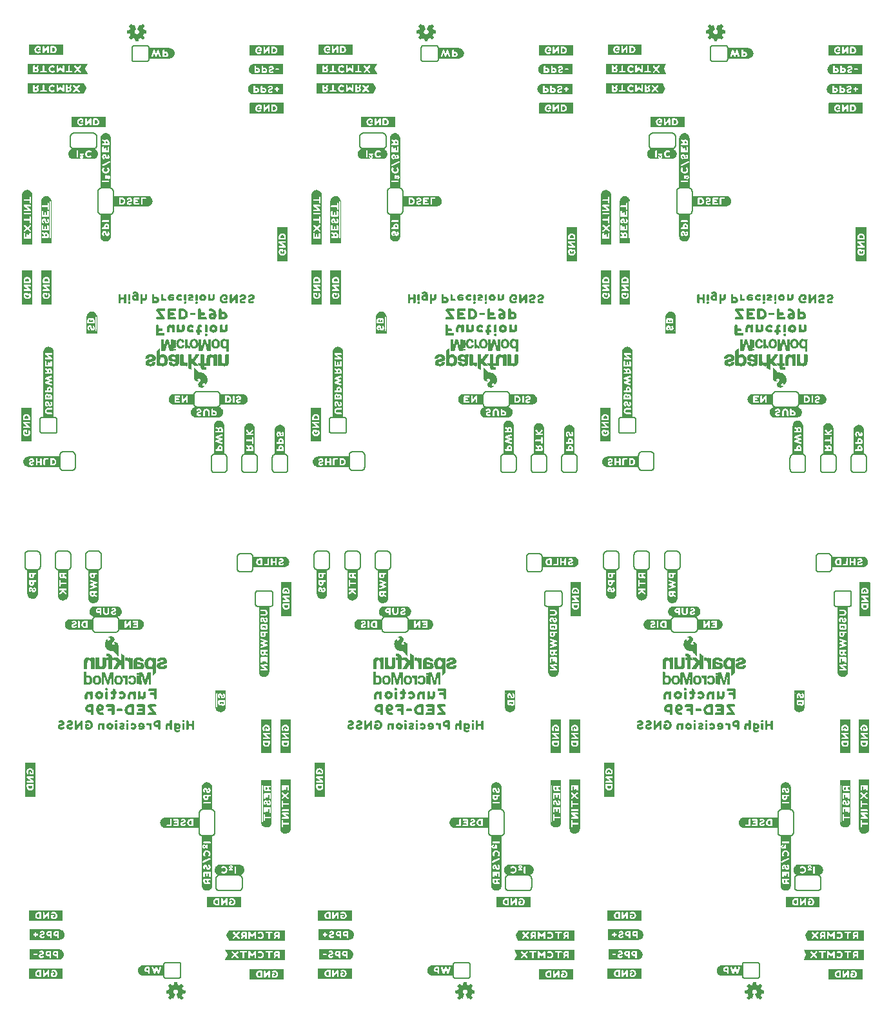
<source format=gbo>
G04 EAGLE Gerber RS-274X export*
G75*
%MOMM*%
%FSLAX34Y34*%
%LPD*%
%INSilkscreen Bottom*%
%IPPOS*%
%AMOC8*
5,1,8,0,0,1.08239X$1,22.5*%
G01*
%ADD10C,0.152400*%
%ADD11C,0.203200*%

G36*
X329504Y465154D02*
X329504Y465154D01*
X329507Y465151D01*
X330907Y465351D01*
X330912Y465356D01*
X330916Y465353D01*
X331516Y465553D01*
X331519Y465558D01*
X331522Y465556D01*
X332122Y465856D01*
X332124Y465860D01*
X332127Y465859D01*
X333327Y466659D01*
X333328Y466662D01*
X333331Y466662D01*
X333831Y467062D01*
X333833Y467069D01*
X333838Y467069D01*
X334238Y467569D01*
X334239Y467573D01*
X334241Y467573D01*
X334640Y468171D01*
X335038Y468669D01*
X335039Y468677D01*
X335044Y468678D01*
X335344Y469278D01*
X335343Y469285D01*
X335347Y469286D01*
X335358Y469324D01*
X335400Y469471D01*
X335414Y469521D01*
X335456Y469668D01*
X335457Y469668D01*
X335456Y469668D01*
X335499Y469816D01*
X335513Y469865D01*
X335547Y469986D01*
X335546Y469990D01*
X335549Y469992D01*
X335649Y470592D01*
X335648Y470593D01*
X335649Y470593D01*
X335849Y471993D01*
X335846Y471998D01*
X335849Y472000D01*
X335849Y557300D01*
X335830Y557326D01*
X335830Y557339D01*
X335430Y557639D01*
X335412Y557639D01*
X335409Y557642D01*
X335405Y557642D01*
X335400Y557649D01*
X322500Y557649D01*
X322474Y557630D01*
X322461Y557630D01*
X322161Y557230D01*
X322161Y557218D01*
X322153Y557212D01*
X322158Y557205D01*
X322151Y557200D01*
X322151Y471600D01*
X322154Y471596D01*
X322151Y471593D01*
X322251Y470893D01*
X322252Y470892D01*
X322251Y470892D01*
X322351Y470292D01*
X322355Y470289D01*
X322353Y470286D01*
X322553Y469586D01*
X322558Y469582D01*
X322556Y469578D01*
X323156Y468378D01*
X323160Y468376D01*
X323159Y468373D01*
X323559Y467773D01*
X323562Y467772D01*
X323562Y467769D01*
X323962Y467269D01*
X323966Y467268D01*
X323965Y467265D01*
X324465Y466765D01*
X324472Y466764D01*
X324473Y466759D01*
X325073Y466359D01*
X325075Y466359D01*
X325075Y466358D01*
X325574Y466058D01*
X326173Y465659D01*
X326184Y465660D01*
X326186Y465653D01*
X326885Y465453D01*
X327484Y465253D01*
X327491Y465255D01*
X327493Y465251D01*
X328193Y465151D01*
X328198Y465154D01*
X328200Y465151D01*
X329500Y465151D01*
X329504Y465154D01*
G37*
G36*
X1089523Y465154D02*
X1089523Y465154D01*
X1089526Y465151D01*
X1090926Y465351D01*
X1090930Y465356D01*
X1090934Y465353D01*
X1091534Y465553D01*
X1091537Y465558D01*
X1091541Y465556D01*
X1092141Y465856D01*
X1092143Y465860D01*
X1092146Y465859D01*
X1093346Y466659D01*
X1093347Y466662D01*
X1093350Y466662D01*
X1093850Y467062D01*
X1093852Y467069D01*
X1093857Y467069D01*
X1094257Y467569D01*
X1094257Y467573D01*
X1094260Y467573D01*
X1094658Y468171D01*
X1095057Y468669D01*
X1095057Y468677D01*
X1095063Y468678D01*
X1095363Y469278D01*
X1095362Y469285D01*
X1095366Y469286D01*
X1095377Y469324D01*
X1095419Y469471D01*
X1095433Y469521D01*
X1095475Y469668D01*
X1095518Y469816D01*
X1095532Y469865D01*
X1095566Y469986D01*
X1095565Y469990D01*
X1095567Y469992D01*
X1095667Y470592D01*
X1095667Y470593D01*
X1095668Y470593D01*
X1095868Y471993D01*
X1095865Y471998D01*
X1095868Y472000D01*
X1095868Y557300D01*
X1095848Y557326D01*
X1095848Y557339D01*
X1095448Y557639D01*
X1095430Y557639D01*
X1095428Y557642D01*
X1095424Y557642D01*
X1095419Y557649D01*
X1082519Y557649D01*
X1082493Y557630D01*
X1082479Y557630D01*
X1082179Y557230D01*
X1082179Y557218D01*
X1082171Y557212D01*
X1082177Y557205D01*
X1082170Y557200D01*
X1082170Y471600D01*
X1082173Y471596D01*
X1082170Y471593D01*
X1082270Y470893D01*
X1082271Y470892D01*
X1082270Y470892D01*
X1082370Y470292D01*
X1082373Y470289D01*
X1082371Y470286D01*
X1082571Y469586D01*
X1082577Y469582D01*
X1082575Y469578D01*
X1083175Y468378D01*
X1083179Y468376D01*
X1083178Y468373D01*
X1083578Y467773D01*
X1083581Y467772D01*
X1083580Y467769D01*
X1083980Y467269D01*
X1083984Y467268D01*
X1083984Y467265D01*
X1084484Y466765D01*
X1084491Y466764D01*
X1084492Y466759D01*
X1085092Y466359D01*
X1085093Y466359D01*
X1085093Y466358D01*
X1085593Y466058D01*
X1086192Y465659D01*
X1086203Y465660D01*
X1086205Y465653D01*
X1086904Y465453D01*
X1087503Y465253D01*
X1087510Y465255D01*
X1087512Y465251D01*
X1088212Y465151D01*
X1088216Y465154D01*
X1088219Y465151D01*
X1089519Y465151D01*
X1089523Y465154D01*
G37*
G36*
X709514Y465154D02*
X709514Y465154D01*
X709516Y465151D01*
X710916Y465351D01*
X710921Y465356D01*
X710925Y465353D01*
X711525Y465553D01*
X711528Y465558D01*
X711531Y465556D01*
X712131Y465856D01*
X712134Y465860D01*
X712137Y465859D01*
X713337Y466659D01*
X713338Y466662D01*
X713340Y466662D01*
X713840Y467062D01*
X713842Y467069D01*
X713848Y467069D01*
X714248Y467569D01*
X714248Y467573D01*
X714250Y467573D01*
X714649Y468171D01*
X715048Y468669D01*
X715048Y468677D01*
X715053Y468678D01*
X715353Y469278D01*
X715352Y469285D01*
X715357Y469286D01*
X715367Y469324D01*
X715410Y469471D01*
X715424Y469521D01*
X715466Y469668D01*
X715508Y469816D01*
X715522Y469865D01*
X715557Y469986D01*
X715555Y469990D01*
X715558Y469992D01*
X715658Y470592D01*
X715658Y470593D01*
X715858Y471993D01*
X715856Y471998D01*
X715859Y472000D01*
X715859Y557300D01*
X715839Y557326D01*
X715839Y557339D01*
X715439Y557639D01*
X715421Y557639D01*
X715419Y557642D01*
X715415Y557642D01*
X715409Y557649D01*
X702509Y557649D01*
X702484Y557630D01*
X702470Y557630D01*
X702170Y557230D01*
X702170Y557218D01*
X702162Y557212D01*
X702167Y557205D01*
X702160Y557200D01*
X702160Y471600D01*
X702163Y471596D01*
X702161Y471593D01*
X702261Y470893D01*
X702261Y470892D01*
X702361Y470292D01*
X702364Y470289D01*
X702362Y470286D01*
X702562Y469586D01*
X702568Y469582D01*
X702565Y469578D01*
X703165Y468378D01*
X703170Y468376D01*
X703168Y468373D01*
X703568Y467773D01*
X703572Y467772D01*
X703571Y467769D01*
X703971Y467269D01*
X703975Y467268D01*
X703975Y467265D01*
X704475Y466765D01*
X704482Y466764D01*
X704482Y466759D01*
X705082Y466359D01*
X705084Y466359D01*
X705084Y466358D01*
X705583Y466058D01*
X706182Y465659D01*
X706193Y465660D01*
X706196Y465653D01*
X706895Y465453D01*
X707494Y465253D01*
X707500Y465255D01*
X707502Y465251D01*
X708202Y465151D01*
X708207Y465154D01*
X708209Y465151D01*
X709509Y465151D01*
X709514Y465154D01*
G37*
G36*
X432465Y805868D02*
X432465Y805868D01*
X432478Y805868D01*
X432778Y806268D01*
X432778Y806275D01*
X432782Y806278D01*
X432778Y806283D01*
X432778Y806290D01*
X432788Y806297D01*
X432788Y891897D01*
X432785Y891902D01*
X432788Y891904D01*
X432688Y892604D01*
X432687Y892605D01*
X432687Y892606D01*
X432587Y893206D01*
X432584Y893208D01*
X432586Y893211D01*
X432386Y893911D01*
X432381Y893915D01*
X432383Y893919D01*
X431783Y895119D01*
X431779Y895122D01*
X431780Y895125D01*
X431380Y895725D01*
X431377Y895726D01*
X431377Y895728D01*
X430977Y896228D01*
X430973Y896229D01*
X430974Y896232D01*
X430474Y896732D01*
X430466Y896733D01*
X430466Y896738D01*
X429866Y897138D01*
X429864Y897138D01*
X429864Y897140D01*
X429365Y897439D01*
X428766Y897838D01*
X428755Y897838D01*
X428752Y897845D01*
X428053Y898044D01*
X427454Y898244D01*
X427448Y898242D01*
X427446Y898246D01*
X426746Y898346D01*
X426741Y898344D01*
X426739Y898347D01*
X425439Y898347D01*
X425435Y898343D01*
X425432Y898346D01*
X424032Y898146D01*
X424028Y898143D01*
X424027Y898143D01*
X424026Y898142D01*
X424023Y898144D01*
X423423Y897944D01*
X423420Y897940D01*
X423417Y897941D01*
X422817Y897641D01*
X422815Y897637D01*
X422812Y897638D01*
X421612Y896838D01*
X421610Y896835D01*
X421608Y896836D01*
X421108Y896436D01*
X421106Y896428D01*
X421100Y896428D01*
X420700Y895928D01*
X420700Y895925D01*
X420698Y895925D01*
X420299Y895327D01*
X419900Y894828D01*
X419900Y894820D01*
X419895Y894819D01*
X419595Y894219D01*
X419595Y894217D01*
X419594Y894216D01*
X419596Y894214D01*
X419596Y894213D01*
X419591Y894211D01*
X419579Y894167D01*
X419537Y894019D01*
X419523Y893970D01*
X419480Y893822D01*
X419438Y893674D01*
X419424Y893625D01*
X419391Y893511D01*
X419393Y893507D01*
X419390Y893506D01*
X419290Y892906D01*
X419291Y892905D01*
X419290Y892904D01*
X419090Y891504D01*
X419093Y891500D01*
X419090Y891497D01*
X419090Y806197D01*
X419109Y806172D01*
X419109Y806158D01*
X419509Y805858D01*
X419531Y805858D01*
X419539Y805848D01*
X432439Y805848D01*
X432465Y805868D01*
G37*
G36*
X52455Y805868D02*
X52455Y805868D01*
X52469Y805868D01*
X52769Y806268D01*
X52769Y806275D01*
X52772Y806278D01*
X52769Y806283D01*
X52769Y806290D01*
X52779Y806297D01*
X52779Y891897D01*
X52775Y891902D01*
X52778Y891904D01*
X52678Y892604D01*
X52678Y892605D01*
X52678Y892606D01*
X52578Y893206D01*
X52575Y893208D01*
X52577Y893211D01*
X52377Y893911D01*
X52371Y893915D01*
X52373Y893919D01*
X51773Y895119D01*
X51769Y895122D01*
X51770Y895125D01*
X51370Y895725D01*
X51367Y895726D01*
X51368Y895728D01*
X50968Y896228D01*
X50964Y896229D01*
X50964Y896232D01*
X50464Y896732D01*
X50457Y896733D01*
X50457Y896738D01*
X49857Y897138D01*
X49855Y897138D01*
X49855Y897140D01*
X49356Y897439D01*
X48757Y897838D01*
X48746Y897838D01*
X48743Y897845D01*
X48044Y898044D01*
X47445Y898244D01*
X47439Y898242D01*
X47436Y898246D01*
X46736Y898346D01*
X46732Y898344D01*
X46729Y898347D01*
X45429Y898347D01*
X45425Y898343D01*
X45422Y898346D01*
X44022Y898146D01*
X44019Y898143D01*
X44017Y898143D01*
X44017Y898142D01*
X44014Y898144D01*
X43414Y897944D01*
X43411Y897940D01*
X43407Y897941D01*
X42807Y897641D01*
X42805Y897637D01*
X42802Y897638D01*
X41602Y896838D01*
X41601Y896835D01*
X41599Y896836D01*
X41099Y896436D01*
X41097Y896428D01*
X41091Y896428D01*
X40691Y895928D01*
X40691Y895925D01*
X40688Y895925D01*
X40290Y895327D01*
X39891Y894828D01*
X39891Y894820D01*
X39885Y894819D01*
X39585Y894219D01*
X39586Y894217D01*
X39585Y894216D01*
X39586Y894214D01*
X39587Y894213D01*
X39582Y894211D01*
X39569Y894167D01*
X39527Y894019D01*
X39513Y893970D01*
X39471Y893822D01*
X39429Y893674D01*
X39415Y893625D01*
X39382Y893511D01*
X39384Y893507D01*
X39381Y893506D01*
X39281Y892906D01*
X39281Y892905D01*
X39281Y892904D01*
X39081Y891504D01*
X39083Y891500D01*
X39080Y891497D01*
X39080Y806197D01*
X39100Y806172D01*
X39100Y806158D01*
X39500Y805858D01*
X39522Y805858D01*
X39529Y805848D01*
X52429Y805848D01*
X52455Y805868D01*
G37*
G36*
X812474Y805868D02*
X812474Y805868D01*
X812488Y805868D01*
X812788Y806268D01*
X812788Y806275D01*
X812791Y806278D01*
X812788Y806283D01*
X812787Y806290D01*
X812797Y806297D01*
X812797Y891897D01*
X812794Y891902D01*
X812797Y891904D01*
X812697Y892604D01*
X812696Y892605D01*
X812697Y892606D01*
X812597Y893206D01*
X812594Y893208D01*
X812596Y893211D01*
X812396Y893911D01*
X812390Y893915D01*
X812392Y893919D01*
X811792Y895119D01*
X811788Y895122D01*
X811789Y895125D01*
X811389Y895725D01*
X811386Y895726D01*
X811387Y895728D01*
X810987Y896228D01*
X810983Y896229D01*
X810983Y896232D01*
X810483Y896732D01*
X810476Y896733D01*
X810476Y896738D01*
X809876Y897138D01*
X809874Y897138D01*
X809874Y897140D01*
X809374Y897439D01*
X808776Y897838D01*
X808764Y897838D01*
X808762Y897845D01*
X808063Y898044D01*
X807464Y898244D01*
X807457Y898242D01*
X807455Y898246D01*
X806755Y898346D01*
X806751Y898344D01*
X806748Y898347D01*
X805448Y898347D01*
X805444Y898343D01*
X805441Y898346D01*
X804041Y898146D01*
X804038Y898143D01*
X804036Y898143D01*
X804036Y898142D01*
X804033Y898144D01*
X803433Y897944D01*
X803430Y897940D01*
X803426Y897941D01*
X802826Y897641D01*
X802824Y897637D01*
X802821Y897638D01*
X801621Y896838D01*
X801620Y896835D01*
X801617Y896836D01*
X801117Y896436D01*
X801115Y896428D01*
X801110Y896428D01*
X800710Y895928D01*
X800710Y895925D01*
X800707Y895925D01*
X800309Y895327D01*
X799910Y894828D01*
X799910Y894820D01*
X799904Y894819D01*
X799604Y894219D01*
X799605Y894217D01*
X799603Y894216D01*
X799605Y894214D01*
X799605Y894213D01*
X799601Y894211D01*
X799588Y894167D01*
X799546Y894019D01*
X799532Y893970D01*
X799490Y893822D01*
X799448Y893674D01*
X799447Y893674D01*
X799448Y893674D01*
X799433Y893625D01*
X799401Y893511D01*
X799402Y893507D01*
X799400Y893506D01*
X799300Y892906D01*
X799300Y892905D01*
X799299Y892904D01*
X799099Y891504D01*
X799102Y891500D01*
X799099Y891497D01*
X799099Y806197D01*
X799119Y806172D01*
X799119Y806158D01*
X799519Y805858D01*
X799541Y805858D01*
X799548Y805848D01*
X812448Y805848D01*
X812474Y805868D01*
G37*
G36*
X736335Y93670D02*
X736335Y93670D01*
X736349Y93670D01*
X736649Y94070D01*
X736649Y94078D01*
X736652Y94081D01*
X736649Y94085D01*
X736649Y94092D01*
X736659Y94100D01*
X736659Y107000D01*
X736639Y107026D01*
X736639Y107039D01*
X736239Y107339D01*
X736221Y107339D01*
X736219Y107342D01*
X736215Y107342D01*
X736209Y107349D01*
X658009Y107349D01*
X657982Y107328D01*
X657968Y107327D01*
X657768Y107027D01*
X657769Y107015D01*
X657763Y107011D01*
X657770Y107002D01*
X657771Y106989D01*
X657765Y106978D01*
X660762Y100885D01*
X660858Y100308D01*
X657865Y94322D01*
X657866Y94317D01*
X657863Y94316D01*
X657663Y93716D01*
X657663Y93714D01*
X657662Y93713D01*
X657665Y93710D01*
X657682Y93659D01*
X657699Y93665D01*
X657709Y93651D01*
X736309Y93651D01*
X736335Y93670D01*
G37*
G36*
X856976Y1256169D02*
X856976Y1256169D01*
X856989Y1256170D01*
X857189Y1256470D01*
X857189Y1256477D01*
X857193Y1256480D01*
X857188Y1256485D01*
X857187Y1256508D01*
X857192Y1256519D01*
X854196Y1262613D01*
X854099Y1263190D01*
X857092Y1269175D01*
X857091Y1269181D01*
X857095Y1269182D01*
X857295Y1269782D01*
X857294Y1269783D01*
X857296Y1269784D01*
X857293Y1269788D01*
X857276Y1269838D01*
X857259Y1269832D01*
X857248Y1269847D01*
X778648Y1269847D01*
X778622Y1269827D01*
X778609Y1269827D01*
X778309Y1269427D01*
X778309Y1269416D01*
X778301Y1269410D01*
X778306Y1269403D01*
X778299Y1269397D01*
X778299Y1256497D01*
X778319Y1256472D01*
X778319Y1256458D01*
X778719Y1256158D01*
X778741Y1256158D01*
X778748Y1256148D01*
X856948Y1256148D01*
X856976Y1256169D01*
G37*
G36*
X96957Y1256169D02*
X96957Y1256169D01*
X96970Y1256170D01*
X97170Y1256470D01*
X97170Y1256477D01*
X97174Y1256480D01*
X97169Y1256485D01*
X97168Y1256508D01*
X97174Y1256519D01*
X94177Y1262613D01*
X94081Y1263190D01*
X97073Y1269175D01*
X97073Y1269181D01*
X97076Y1269182D01*
X97276Y1269782D01*
X97276Y1269783D01*
X97277Y1269784D01*
X97274Y1269788D01*
X97257Y1269838D01*
X97240Y1269832D01*
X97229Y1269847D01*
X18629Y1269847D01*
X18604Y1269827D01*
X18590Y1269827D01*
X18290Y1269427D01*
X18290Y1269416D01*
X18282Y1269410D01*
X18287Y1269403D01*
X18280Y1269397D01*
X18280Y1256497D01*
X18300Y1256472D01*
X18300Y1256458D01*
X18700Y1256158D01*
X18722Y1256158D01*
X18729Y1256148D01*
X96929Y1256148D01*
X96957Y1256169D01*
G37*
G36*
X476967Y1256169D02*
X476967Y1256169D01*
X476980Y1256170D01*
X477180Y1256470D01*
X477179Y1256477D01*
X477183Y1256480D01*
X477179Y1256485D01*
X477177Y1256508D01*
X477183Y1256519D01*
X474186Y1262613D01*
X474090Y1263190D01*
X477083Y1269175D01*
X477082Y1269181D01*
X477086Y1269182D01*
X477286Y1269782D01*
X477285Y1269783D01*
X477286Y1269784D01*
X477284Y1269788D01*
X477266Y1269838D01*
X477250Y1269832D01*
X477239Y1269847D01*
X398639Y1269847D01*
X398613Y1269827D01*
X398599Y1269827D01*
X398299Y1269427D01*
X398299Y1269416D01*
X398291Y1269410D01*
X398297Y1269403D01*
X398290Y1269397D01*
X398290Y1256497D01*
X398309Y1256472D01*
X398309Y1256458D01*
X398709Y1256158D01*
X398731Y1256158D01*
X398739Y1256148D01*
X476939Y1256148D01*
X476967Y1256169D01*
G37*
G36*
X1116345Y93670D02*
X1116345Y93670D01*
X1116358Y93670D01*
X1116658Y94070D01*
X1116658Y94078D01*
X1116662Y94081D01*
X1116658Y94085D01*
X1116658Y94092D01*
X1116668Y94100D01*
X1116668Y107000D01*
X1116648Y107026D01*
X1116648Y107039D01*
X1116248Y107339D01*
X1116230Y107339D01*
X1116228Y107342D01*
X1116224Y107342D01*
X1116219Y107349D01*
X1038019Y107349D01*
X1037991Y107328D01*
X1037978Y107327D01*
X1037778Y107027D01*
X1037779Y107015D01*
X1037773Y107011D01*
X1037779Y107002D01*
X1037780Y106989D01*
X1037775Y106978D01*
X1040771Y100885D01*
X1040868Y100308D01*
X1037875Y94322D01*
X1037876Y94317D01*
X1037872Y94316D01*
X1037672Y93716D01*
X1037673Y93714D01*
X1037671Y93713D01*
X1037674Y93710D01*
X1037691Y93659D01*
X1037708Y93665D01*
X1037719Y93651D01*
X1116319Y93651D01*
X1116345Y93670D01*
G37*
G36*
X356326Y93670D02*
X356326Y93670D01*
X356339Y93670D01*
X356639Y94070D01*
X356639Y94078D01*
X356643Y94081D01*
X356639Y94085D01*
X356639Y94092D01*
X356649Y94100D01*
X356649Y107000D01*
X356630Y107026D01*
X356630Y107039D01*
X356230Y107339D01*
X356212Y107339D01*
X356209Y107342D01*
X356205Y107342D01*
X356200Y107349D01*
X278000Y107349D01*
X277972Y107328D01*
X277959Y107327D01*
X277759Y107027D01*
X277760Y107015D01*
X277754Y107011D01*
X277761Y107002D01*
X277761Y106989D01*
X277756Y106978D01*
X280753Y100885D01*
X280849Y100308D01*
X277856Y94322D01*
X277857Y94317D01*
X277853Y94316D01*
X277653Y93716D01*
X277654Y93714D01*
X277653Y93713D01*
X277655Y93710D01*
X277672Y93659D01*
X277689Y93665D01*
X277700Y93651D01*
X356300Y93651D01*
X356326Y93670D01*
G37*
G36*
X852281Y1230673D02*
X852281Y1230673D01*
X852292Y1230675D01*
X855592Y1237275D01*
X855591Y1237281D01*
X855595Y1237284D01*
X855589Y1237292D01*
X855588Y1237297D01*
X855597Y1237306D01*
X855497Y1237906D01*
X855489Y1237913D01*
X855492Y1237919D01*
X852492Y1244019D01*
X852475Y1244028D01*
X852474Y1244040D01*
X851974Y1244340D01*
X851961Y1244338D01*
X851960Y1244340D01*
X851954Y1244340D01*
X851948Y1244347D01*
X778748Y1244347D01*
X778739Y1244340D01*
X778731Y1244333D01*
X778719Y1244337D01*
X778319Y1244037D01*
X778313Y1244018D01*
X778301Y1244008D01*
X778305Y1244002D01*
X778299Y1243997D01*
X778299Y1231097D01*
X778312Y1231080D01*
X778309Y1231068D01*
X778609Y1230668D01*
X778640Y1230659D01*
X778648Y1230648D01*
X852248Y1230648D01*
X852281Y1230673D01*
G37*
G36*
X92263Y1230673D02*
X92263Y1230673D01*
X92273Y1230675D01*
X95573Y1237275D01*
X95573Y1237281D01*
X95577Y1237284D01*
X95570Y1237292D01*
X95570Y1237297D01*
X95578Y1237306D01*
X95478Y1237906D01*
X95470Y1237913D01*
X95474Y1237919D01*
X92474Y1244019D01*
X92456Y1244028D01*
X92455Y1244040D01*
X91955Y1244340D01*
X91942Y1244338D01*
X91941Y1244340D01*
X91935Y1244340D01*
X91929Y1244347D01*
X18729Y1244347D01*
X18720Y1244340D01*
X18712Y1244333D01*
X18700Y1244337D01*
X18300Y1244037D01*
X18294Y1244018D01*
X18282Y1244008D01*
X18287Y1244002D01*
X18280Y1243997D01*
X18280Y1231097D01*
X18293Y1231080D01*
X18290Y1231068D01*
X18590Y1230668D01*
X18621Y1230659D01*
X18629Y1230648D01*
X92229Y1230648D01*
X92263Y1230673D01*
G37*
G36*
X472272Y1230673D02*
X472272Y1230673D01*
X472283Y1230675D01*
X475583Y1237275D01*
X475582Y1237281D01*
X475586Y1237284D01*
X475580Y1237292D01*
X475579Y1237297D01*
X475587Y1237306D01*
X475487Y1237906D01*
X475480Y1237913D01*
X475483Y1237919D01*
X472483Y1244019D01*
X472465Y1244028D01*
X472464Y1244040D01*
X471964Y1244340D01*
X471952Y1244338D01*
X471950Y1244340D01*
X471944Y1244340D01*
X471939Y1244347D01*
X398739Y1244347D01*
X398730Y1244340D01*
X398729Y1244340D01*
X398721Y1244333D01*
X398709Y1244337D01*
X398309Y1244037D01*
X398304Y1244018D01*
X398291Y1244008D01*
X398296Y1244002D01*
X398290Y1243997D01*
X398290Y1231097D01*
X398303Y1231080D01*
X398299Y1231068D01*
X398599Y1230668D01*
X398631Y1230659D01*
X398639Y1230648D01*
X472239Y1230648D01*
X472272Y1230673D01*
G37*
G36*
X1116236Y119164D02*
X1116236Y119164D01*
X1116248Y119161D01*
X1116648Y119461D01*
X1116653Y119477D01*
X1116660Y119482D01*
X1116656Y119488D01*
X1116657Y119492D01*
X1116668Y119500D01*
X1116668Y132400D01*
X1116655Y132418D01*
X1116658Y132430D01*
X1116358Y132830D01*
X1116327Y132839D01*
X1116319Y132849D01*
X1042719Y132849D01*
X1042686Y132824D01*
X1042675Y132822D01*
X1039375Y126222D01*
X1039377Y126210D01*
X1039373Y126207D01*
X1039378Y126200D01*
X1039370Y126192D01*
X1039470Y125592D01*
X1039478Y125585D01*
X1039475Y125578D01*
X1042475Y119478D01*
X1042492Y119469D01*
X1042493Y119458D01*
X1042993Y119158D01*
X1043012Y119160D01*
X1043019Y119151D01*
X1116219Y119151D01*
X1116236Y119164D01*
G37*
G36*
X736227Y119164D02*
X736227Y119164D01*
X736239Y119161D01*
X736639Y119461D01*
X736644Y119477D01*
X736651Y119482D01*
X736647Y119488D01*
X736648Y119492D01*
X736659Y119500D01*
X736659Y132400D01*
X736645Y132418D01*
X736649Y132430D01*
X736349Y132830D01*
X736318Y132839D01*
X736309Y132849D01*
X662709Y132849D01*
X662676Y132824D01*
X662665Y132822D01*
X659365Y126222D01*
X659368Y126210D01*
X659363Y126207D01*
X659368Y126200D01*
X659361Y126192D01*
X659461Y125592D01*
X659468Y125585D01*
X659465Y125578D01*
X662465Y119478D01*
X662483Y119469D01*
X662484Y119458D01*
X662984Y119158D01*
X663003Y119160D01*
X663009Y119151D01*
X736209Y119151D01*
X736227Y119164D01*
G37*
G36*
X356218Y119164D02*
X356218Y119164D01*
X356230Y119161D01*
X356630Y119461D01*
X356634Y119477D01*
X356641Y119482D01*
X356637Y119488D01*
X356639Y119492D01*
X356649Y119500D01*
X356649Y132400D01*
X356636Y132418D01*
X356639Y132430D01*
X356339Y132830D01*
X356308Y132839D01*
X356300Y132849D01*
X282700Y132849D01*
X282667Y132824D01*
X282656Y132822D01*
X279356Y126222D01*
X279358Y126210D01*
X279354Y126207D01*
X279359Y126200D01*
X279351Y126192D01*
X279451Y125592D01*
X279459Y125585D01*
X279456Y125578D01*
X282456Y119478D01*
X282473Y119469D01*
X282475Y119458D01*
X282975Y119158D01*
X282993Y119160D01*
X283000Y119151D01*
X356200Y119151D01*
X356218Y119164D01*
G37*
G36*
X1014121Y184657D02*
X1014121Y184657D01*
X1014127Y184651D01*
X1014727Y184751D01*
X1015426Y184851D01*
X1015429Y184855D01*
X1015432Y184853D01*
X1016132Y185053D01*
X1016133Y185054D01*
X1016134Y185053D01*
X1016734Y185253D01*
X1016737Y185258D01*
X1016741Y185256D01*
X1017341Y185556D01*
X1017343Y185560D01*
X1017346Y185559D01*
X1017946Y185959D01*
X1017947Y185962D01*
X1017950Y185962D01*
X1018450Y186362D01*
X1018451Y186366D01*
X1018454Y186365D01*
X1018954Y186865D01*
X1018954Y186869D01*
X1018957Y186869D01*
X1019757Y187869D01*
X1019757Y187873D01*
X1019760Y187873D01*
X1020160Y188473D01*
X1020159Y188478D01*
X1020161Y188479D01*
X1020159Y188481D01*
X1020159Y188482D01*
X1020166Y188484D01*
X1020366Y189084D01*
X1020365Y189086D01*
X1020366Y189086D01*
X1020376Y189119D01*
X1020390Y189168D01*
X1020432Y189316D01*
X1020474Y189464D01*
X1020488Y189513D01*
X1020530Y189661D01*
X1020566Y189785D01*
X1020766Y190384D01*
X1020763Y190391D01*
X1020768Y190393D01*
X1020868Y191093D01*
X1020865Y191098D01*
X1020868Y191100D01*
X1020868Y256100D01*
X1020860Y256111D01*
X1020865Y256118D01*
X1020665Y256618D01*
X1020624Y256643D01*
X1020619Y256649D01*
X1007819Y256649D01*
X1007814Y256646D01*
X1007811Y256649D01*
X1007211Y256549D01*
X1007170Y256505D01*
X1007173Y256503D01*
X1007170Y256500D01*
X1007170Y191000D01*
X1007173Y190996D01*
X1007170Y190993D01*
X1007270Y190293D01*
X1007274Y190289D01*
X1007271Y190286D01*
X1007471Y189586D01*
X1007473Y189585D01*
X1007472Y189584D01*
X1007672Y188984D01*
X1007676Y188981D01*
X1007675Y188978D01*
X1008275Y187778D01*
X1008282Y187775D01*
X1008280Y187769D01*
X1008680Y187269D01*
X1008681Y187269D01*
X1008681Y187268D01*
X1009181Y186668D01*
X1009188Y186667D01*
X1009188Y186662D01*
X1010188Y185862D01*
X1010191Y185861D01*
X1010192Y185859D01*
X1010792Y185459D01*
X1010801Y185460D01*
X1010803Y185453D01*
X1011401Y185254D01*
X1012099Y184955D01*
X1012108Y184957D01*
X1012111Y184951D01*
X1012711Y184851D01*
X1012712Y184852D01*
X1012712Y184851D01*
X1014112Y184651D01*
X1014121Y184657D01*
G37*
G36*
X254103Y184657D02*
X254103Y184657D01*
X254108Y184651D01*
X254708Y184751D01*
X255407Y184851D01*
X255411Y184855D01*
X255414Y184853D01*
X256114Y185053D01*
X256115Y185054D01*
X256116Y185053D01*
X256716Y185253D01*
X256719Y185258D01*
X256722Y185256D01*
X257322Y185556D01*
X257324Y185560D01*
X257327Y185559D01*
X257927Y185959D01*
X257928Y185962D01*
X257931Y185962D01*
X258431Y186362D01*
X258432Y186366D01*
X258435Y186365D01*
X258935Y186865D01*
X258935Y186869D01*
X258938Y186869D01*
X259738Y187869D01*
X259739Y187873D01*
X259741Y187873D01*
X260141Y188473D01*
X260141Y188478D01*
X260142Y188479D01*
X260140Y188481D01*
X260140Y188482D01*
X260147Y188484D01*
X260347Y189084D01*
X260346Y189086D01*
X260347Y189086D01*
X260357Y189119D01*
X260371Y189168D01*
X260413Y189316D01*
X260455Y189464D01*
X260469Y189513D01*
X260511Y189661D01*
X260512Y189661D01*
X260511Y189661D01*
X260547Y189785D01*
X260747Y190384D01*
X260745Y190391D01*
X260749Y190393D01*
X260849Y191093D01*
X260846Y191098D01*
X260849Y191100D01*
X260849Y256100D01*
X260841Y256111D01*
X260846Y256118D01*
X260646Y256618D01*
X260605Y256643D01*
X260600Y256649D01*
X247800Y256649D01*
X247795Y256646D01*
X247792Y256649D01*
X247192Y256549D01*
X247151Y256505D01*
X247154Y256503D01*
X247151Y256500D01*
X247151Y191000D01*
X247154Y190996D01*
X247151Y190993D01*
X247251Y190293D01*
X247255Y190289D01*
X247253Y190286D01*
X247453Y189586D01*
X247454Y189585D01*
X247453Y189584D01*
X247653Y188984D01*
X247658Y188981D01*
X247656Y188978D01*
X248256Y187778D01*
X248263Y187775D01*
X248262Y187769D01*
X248662Y187269D01*
X248662Y187268D01*
X249162Y186668D01*
X249169Y186667D01*
X249169Y186662D01*
X250169Y185862D01*
X250173Y185861D01*
X250173Y185859D01*
X250773Y185459D01*
X250782Y185460D01*
X250784Y185453D01*
X251382Y185254D01*
X252081Y184955D01*
X252089Y184957D01*
X252092Y184951D01*
X252692Y184851D01*
X252693Y184852D01*
X252693Y184851D01*
X254093Y184651D01*
X254103Y184657D01*
G37*
G36*
X634112Y184657D02*
X634112Y184657D01*
X634118Y184651D01*
X634718Y184751D01*
X635416Y184851D01*
X635420Y184855D01*
X635423Y184853D01*
X636123Y185053D01*
X636124Y185054D01*
X636125Y185053D01*
X636725Y185253D01*
X636728Y185258D01*
X636731Y185256D01*
X637331Y185556D01*
X637334Y185560D01*
X637337Y185559D01*
X637937Y185959D01*
X637938Y185962D01*
X637940Y185962D01*
X638440Y186362D01*
X638441Y186366D01*
X638444Y186365D01*
X638944Y186865D01*
X638945Y186869D01*
X638948Y186869D01*
X639748Y187869D01*
X639748Y187873D01*
X639750Y187873D01*
X640150Y188473D01*
X640150Y188478D01*
X640152Y188479D01*
X640150Y188481D01*
X640150Y188482D01*
X640156Y188484D01*
X640356Y189084D01*
X640356Y189086D01*
X640357Y189086D01*
X640366Y189119D01*
X640380Y189168D01*
X640422Y189316D01*
X640465Y189464D01*
X640479Y189513D01*
X640521Y189661D01*
X640556Y189785D01*
X640756Y190384D01*
X640754Y190391D01*
X640758Y190393D01*
X640858Y191093D01*
X640856Y191098D01*
X640859Y191100D01*
X640859Y256100D01*
X640851Y256111D01*
X640855Y256118D01*
X640655Y256618D01*
X640614Y256643D01*
X640609Y256649D01*
X627809Y256649D01*
X627805Y256646D01*
X627801Y256649D01*
X627201Y256549D01*
X627160Y256505D01*
X627163Y256503D01*
X627160Y256500D01*
X627160Y191000D01*
X627163Y190996D01*
X627161Y190993D01*
X627261Y190293D01*
X627264Y190289D01*
X627262Y190286D01*
X627462Y189586D01*
X627463Y189585D01*
X627463Y189584D01*
X627663Y188984D01*
X627667Y188981D01*
X627665Y188978D01*
X628265Y187778D01*
X628272Y187775D01*
X628271Y187769D01*
X628671Y187269D01*
X628672Y187269D01*
X628672Y187268D01*
X629172Y186668D01*
X629179Y186667D01*
X629179Y186662D01*
X630179Y185862D01*
X630182Y185861D01*
X630182Y185859D01*
X630782Y185459D01*
X630792Y185460D01*
X630794Y185453D01*
X631392Y185254D01*
X632090Y184955D01*
X632098Y184957D01*
X632101Y184951D01*
X632701Y184851D01*
X632702Y184852D01*
X632702Y184851D01*
X634102Y184651D01*
X634112Y184657D01*
G37*
G36*
X507144Y1106852D02*
X507144Y1106852D01*
X507147Y1106849D01*
X507747Y1106949D01*
X507788Y1106992D01*
X507785Y1106995D01*
X507788Y1106997D01*
X507788Y1172497D01*
X507785Y1172502D01*
X507788Y1172504D01*
X507688Y1173204D01*
X507684Y1173208D01*
X507686Y1173211D01*
X507486Y1173911D01*
X507485Y1173912D01*
X507486Y1173913D01*
X507286Y1174513D01*
X507281Y1174516D01*
X507283Y1174519D01*
X506683Y1175719D01*
X506676Y1175723D01*
X506677Y1175728D01*
X506277Y1176228D01*
X506277Y1176229D01*
X505777Y1176829D01*
X505769Y1176831D01*
X505770Y1176836D01*
X504770Y1177636D01*
X504766Y1177636D01*
X504766Y1177638D01*
X504166Y1178038D01*
X504157Y1178038D01*
X504154Y1178044D01*
X503557Y1178243D01*
X502858Y1178543D01*
X502850Y1178541D01*
X502847Y1178546D01*
X502247Y1178646D01*
X502246Y1178646D01*
X500846Y1178846D01*
X500836Y1178841D01*
X500831Y1178846D01*
X500231Y1178746D01*
X499532Y1178646D01*
X499528Y1178643D01*
X499525Y1178645D01*
X498825Y1178445D01*
X498824Y1178443D01*
X498823Y1178444D01*
X498223Y1178244D01*
X498220Y1178240D01*
X498217Y1178241D01*
X497617Y1177941D01*
X497615Y1177937D01*
X497612Y1177938D01*
X497012Y1177538D01*
X497010Y1177535D01*
X497008Y1177536D01*
X496508Y1177136D01*
X496507Y1177132D01*
X496504Y1177132D01*
X496004Y1176632D01*
X496003Y1176628D01*
X496000Y1176628D01*
X495200Y1175628D01*
X495200Y1175625D01*
X495198Y1175625D01*
X494798Y1175025D01*
X494798Y1175015D01*
X494792Y1175013D01*
X494592Y1174413D01*
X494593Y1174411D01*
X494591Y1174411D01*
X494584Y1174383D01*
X494541Y1174236D01*
X494541Y1174235D01*
X494499Y1174088D01*
X494485Y1174039D01*
X494485Y1174038D01*
X494443Y1173891D01*
X494401Y1173743D01*
X494392Y1173712D01*
X494192Y1173113D01*
X494194Y1173107D01*
X494190Y1173104D01*
X494090Y1172404D01*
X494093Y1172400D01*
X494090Y1172397D01*
X494090Y1107397D01*
X494098Y1107387D01*
X494093Y1107379D01*
X494293Y1106879D01*
X494334Y1106855D01*
X494339Y1106848D01*
X507139Y1106848D01*
X507144Y1106852D01*
G37*
G36*
X887153Y1106852D02*
X887153Y1106852D01*
X887156Y1106849D01*
X887756Y1106949D01*
X887797Y1106992D01*
X887794Y1106995D01*
X887797Y1106997D01*
X887797Y1172497D01*
X887794Y1172502D01*
X887797Y1172504D01*
X887697Y1173204D01*
X887693Y1173208D01*
X887696Y1173211D01*
X887496Y1173911D01*
X887494Y1173912D01*
X887495Y1173913D01*
X887295Y1174513D01*
X887291Y1174516D01*
X887292Y1174519D01*
X886692Y1175719D01*
X886685Y1175723D01*
X886687Y1175728D01*
X886287Y1176228D01*
X886286Y1176228D01*
X886286Y1176229D01*
X885786Y1176829D01*
X885779Y1176831D01*
X885779Y1176836D01*
X884779Y1177636D01*
X884776Y1177636D01*
X884776Y1177638D01*
X884176Y1178038D01*
X884166Y1178038D01*
X884164Y1178044D01*
X883566Y1178243D01*
X882868Y1178543D01*
X882859Y1178541D01*
X882856Y1178546D01*
X882256Y1178646D01*
X882255Y1178646D01*
X880855Y1178846D01*
X880846Y1178841D01*
X880840Y1178846D01*
X880240Y1178746D01*
X879541Y1178646D01*
X879538Y1178643D01*
X879535Y1178645D01*
X878835Y1178445D01*
X878834Y1178443D01*
X878833Y1178444D01*
X878233Y1178244D01*
X878230Y1178240D01*
X878226Y1178241D01*
X877626Y1177941D01*
X877624Y1177937D01*
X877621Y1177938D01*
X877021Y1177538D01*
X877020Y1177535D01*
X877017Y1177536D01*
X876517Y1177136D01*
X876516Y1177132D01*
X876513Y1177132D01*
X876013Y1176632D01*
X876013Y1176628D01*
X876010Y1176628D01*
X875210Y1175628D01*
X875210Y1175625D01*
X875207Y1175625D01*
X874807Y1175025D01*
X874808Y1175015D01*
X874801Y1175013D01*
X874601Y1174413D01*
X874602Y1174411D01*
X874601Y1174411D01*
X874593Y1174383D01*
X874551Y1174236D01*
X874551Y1174235D01*
X874509Y1174088D01*
X874508Y1174088D01*
X874509Y1174088D01*
X874494Y1174039D01*
X874494Y1174038D01*
X874452Y1173891D01*
X874410Y1173743D01*
X874401Y1173712D01*
X874201Y1173113D01*
X874204Y1173107D01*
X874199Y1173104D01*
X874099Y1172404D01*
X874102Y1172400D01*
X874099Y1172397D01*
X874099Y1107397D01*
X874107Y1107387D01*
X874102Y1107379D01*
X874302Y1106879D01*
X874343Y1106855D01*
X874348Y1106848D01*
X887148Y1106848D01*
X887153Y1106852D01*
G37*
G36*
X127134Y1106852D02*
X127134Y1106852D01*
X127138Y1106849D01*
X127738Y1106949D01*
X127778Y1106992D01*
X127775Y1106995D01*
X127779Y1106997D01*
X127779Y1172497D01*
X127775Y1172502D01*
X127778Y1172504D01*
X127678Y1173204D01*
X127675Y1173208D01*
X127677Y1173211D01*
X127477Y1173911D01*
X127475Y1173912D01*
X127476Y1173913D01*
X127276Y1174513D01*
X127272Y1174516D01*
X127273Y1174519D01*
X126673Y1175719D01*
X126667Y1175723D01*
X126668Y1175728D01*
X126268Y1176228D01*
X126267Y1176228D01*
X126267Y1176229D01*
X125767Y1176829D01*
X125760Y1176831D01*
X125760Y1176836D01*
X124760Y1177636D01*
X124757Y1177636D01*
X124757Y1177638D01*
X124157Y1178038D01*
X124147Y1178038D01*
X124145Y1178044D01*
X123547Y1178243D01*
X122849Y1178543D01*
X122840Y1178541D01*
X122838Y1178546D01*
X122238Y1178646D01*
X122237Y1178646D01*
X122236Y1178646D01*
X120836Y1178846D01*
X120827Y1178841D01*
X120821Y1178846D01*
X120221Y1178746D01*
X119522Y1178646D01*
X119519Y1178643D01*
X119516Y1178645D01*
X118816Y1178445D01*
X118815Y1178443D01*
X118814Y1178444D01*
X118214Y1178244D01*
X118211Y1178240D01*
X118207Y1178241D01*
X117607Y1177941D01*
X117605Y1177937D01*
X117602Y1177938D01*
X117002Y1177538D01*
X117001Y1177535D01*
X116999Y1177536D01*
X116499Y1177136D01*
X116498Y1177132D01*
X116495Y1177132D01*
X115995Y1176632D01*
X115994Y1176628D01*
X115991Y1176628D01*
X115191Y1175628D01*
X115191Y1175625D01*
X115188Y1175625D01*
X114788Y1175025D01*
X114789Y1175015D01*
X114783Y1175013D01*
X114583Y1174413D01*
X114583Y1174411D01*
X114582Y1174411D01*
X114574Y1174383D01*
X114532Y1174236D01*
X114532Y1174235D01*
X114490Y1174088D01*
X114476Y1174039D01*
X114476Y1174038D01*
X114433Y1173891D01*
X114391Y1173743D01*
X114382Y1173712D01*
X114183Y1173113D01*
X114185Y1173107D01*
X114181Y1173104D01*
X114081Y1172404D01*
X114083Y1172400D01*
X114080Y1172397D01*
X114080Y1107397D01*
X114088Y1107387D01*
X114084Y1107379D01*
X114284Y1106879D01*
X114325Y1106855D01*
X114329Y1106848D01*
X127129Y1106848D01*
X127134Y1106852D01*
G37*
G36*
X404250Y1032856D02*
X404250Y1032856D01*
X404257Y1032852D01*
X404757Y1033052D01*
X404772Y1033076D01*
X404779Y1033081D01*
X404777Y1033084D01*
X404782Y1033093D01*
X404788Y1033097D01*
X404788Y1097197D01*
X404785Y1097202D01*
X404788Y1097204D01*
X404688Y1097901D01*
X404688Y1098597D01*
X404681Y1098607D01*
X404686Y1098613D01*
X404486Y1099212D01*
X404286Y1099911D01*
X404281Y1099915D01*
X404283Y1099919D01*
X403983Y1100519D01*
X403979Y1100522D01*
X403980Y1100525D01*
X403580Y1101125D01*
X403577Y1101126D01*
X403577Y1101128D01*
X402777Y1102128D01*
X402773Y1102129D01*
X402774Y1102132D01*
X402274Y1102632D01*
X402266Y1102633D01*
X402266Y1102638D01*
X401666Y1103038D01*
X401661Y1103038D01*
X401661Y1103041D01*
X400461Y1103641D01*
X400456Y1103641D01*
X400454Y1103644D01*
X399854Y1103844D01*
X399853Y1103844D01*
X399852Y1103845D01*
X399152Y1104045D01*
X399148Y1104043D01*
X399147Y1104046D01*
X398547Y1104146D01*
X398541Y1104143D01*
X398539Y1104147D01*
X397839Y1104147D01*
X397835Y1104143D01*
X397832Y1104146D01*
X396432Y1103946D01*
X396427Y1103941D01*
X396423Y1103944D01*
X395223Y1103544D01*
X395220Y1103540D01*
X395217Y1103541D01*
X394617Y1103241D01*
X394615Y1103237D01*
X394612Y1103238D01*
X393412Y1102438D01*
X393408Y1102428D01*
X393400Y1102428D01*
X393002Y1101930D01*
X392504Y1101432D01*
X392503Y1101428D01*
X392500Y1101428D01*
X392100Y1100928D01*
X392100Y1100920D01*
X392095Y1100919D01*
X391795Y1100319D01*
X391795Y1100317D01*
X391794Y1100317D01*
X391494Y1099617D01*
X391494Y1099614D01*
X391492Y1099613D01*
X391292Y1099013D01*
X391294Y1099007D01*
X391292Y1099006D01*
X391290Y1099004D01*
X391190Y1098306D01*
X391090Y1097706D01*
X391093Y1097700D01*
X391090Y1097697D01*
X391090Y1033297D01*
X391103Y1033280D01*
X391099Y1033268D01*
X391399Y1032868D01*
X391431Y1032859D01*
X391439Y1032848D01*
X404239Y1032848D01*
X404250Y1032856D01*
G37*
G36*
X24240Y1032856D02*
X24240Y1032856D01*
X24248Y1032852D01*
X24748Y1033052D01*
X24762Y1033076D01*
X24769Y1033081D01*
X24767Y1033084D01*
X24772Y1033093D01*
X24779Y1033097D01*
X24779Y1097197D01*
X24775Y1097202D01*
X24778Y1097204D01*
X24679Y1097901D01*
X24679Y1098597D01*
X24672Y1098607D01*
X24676Y1098613D01*
X24476Y1099212D01*
X24277Y1099911D01*
X24271Y1099915D01*
X24273Y1099919D01*
X23973Y1100519D01*
X23969Y1100522D01*
X23970Y1100525D01*
X23570Y1101125D01*
X23567Y1101126D01*
X23568Y1101128D01*
X22768Y1102128D01*
X22764Y1102129D01*
X22764Y1102132D01*
X22264Y1102632D01*
X22257Y1102633D01*
X22257Y1102638D01*
X21657Y1103038D01*
X21652Y1103038D01*
X21651Y1103041D01*
X20451Y1103641D01*
X20446Y1103641D01*
X20445Y1103644D01*
X19845Y1103844D01*
X19843Y1103844D01*
X19843Y1103845D01*
X19143Y1104045D01*
X19139Y1104043D01*
X19138Y1104046D01*
X18538Y1104146D01*
X18532Y1104143D01*
X18529Y1104147D01*
X17829Y1104147D01*
X17825Y1104143D01*
X17822Y1104146D01*
X16422Y1103946D01*
X16418Y1103941D01*
X16414Y1103944D01*
X15214Y1103544D01*
X15211Y1103540D01*
X15207Y1103541D01*
X14607Y1103241D01*
X14605Y1103237D01*
X14602Y1103238D01*
X13402Y1102438D01*
X13398Y1102428D01*
X13391Y1102428D01*
X12992Y1101930D01*
X12495Y1101432D01*
X12494Y1101428D01*
X12491Y1101428D01*
X12091Y1100928D01*
X12091Y1100920D01*
X12085Y1100919D01*
X11785Y1100319D01*
X11786Y1100317D01*
X11784Y1100317D01*
X11484Y1099617D01*
X11485Y1099614D01*
X11483Y1099613D01*
X11283Y1099013D01*
X11285Y1099007D01*
X11283Y1099006D01*
X11281Y1099004D01*
X11181Y1098306D01*
X11081Y1097706D01*
X11084Y1097700D01*
X11080Y1097697D01*
X11080Y1033297D01*
X11093Y1033280D01*
X11090Y1033268D01*
X11390Y1032868D01*
X11421Y1032859D01*
X11429Y1032848D01*
X24229Y1032848D01*
X24240Y1032856D01*
G37*
G36*
X784259Y1032856D02*
X784259Y1032856D01*
X784266Y1032852D01*
X784766Y1033052D01*
X784781Y1033076D01*
X784788Y1033081D01*
X784786Y1033084D01*
X784791Y1033093D01*
X784797Y1033097D01*
X784797Y1097197D01*
X784794Y1097202D01*
X784797Y1097204D01*
X784697Y1097901D01*
X784697Y1098597D01*
X784691Y1098607D01*
X784695Y1098613D01*
X784495Y1099212D01*
X784296Y1099911D01*
X784290Y1099915D01*
X784292Y1099919D01*
X783992Y1100519D01*
X783988Y1100522D01*
X783989Y1100525D01*
X783589Y1101125D01*
X783586Y1101126D01*
X783587Y1101128D01*
X782787Y1102128D01*
X782783Y1102129D01*
X782783Y1102132D01*
X782283Y1102632D01*
X782276Y1102633D01*
X782276Y1102638D01*
X781676Y1103038D01*
X781671Y1103038D01*
X781670Y1103041D01*
X780470Y1103641D01*
X780465Y1103641D01*
X780464Y1103644D01*
X779864Y1103844D01*
X779862Y1103844D01*
X779862Y1103845D01*
X779162Y1104045D01*
X779158Y1104043D01*
X779156Y1104046D01*
X778556Y1104146D01*
X778551Y1104143D01*
X778548Y1104147D01*
X777848Y1104147D01*
X777844Y1104143D01*
X777841Y1104146D01*
X776441Y1103946D01*
X776437Y1103941D01*
X776433Y1103944D01*
X775233Y1103544D01*
X775230Y1103540D01*
X775226Y1103541D01*
X774626Y1103241D01*
X774624Y1103237D01*
X774621Y1103238D01*
X773421Y1102438D01*
X773417Y1102428D01*
X773410Y1102428D01*
X773011Y1101930D01*
X772513Y1101432D01*
X772513Y1101428D01*
X772510Y1101428D01*
X772110Y1100928D01*
X772110Y1100920D01*
X772104Y1100919D01*
X771804Y1100319D01*
X771805Y1100317D01*
X771803Y1100317D01*
X771503Y1099617D01*
X771504Y1099614D01*
X771501Y1099613D01*
X771301Y1099013D01*
X771304Y1099007D01*
X771302Y1099006D01*
X771299Y1099004D01*
X771200Y1098306D01*
X771100Y1097706D01*
X771102Y1097700D01*
X771099Y1097697D01*
X771099Y1033297D01*
X771112Y1033280D01*
X771109Y1033268D01*
X771409Y1032868D01*
X771440Y1032859D01*
X771448Y1032848D01*
X784248Y1032848D01*
X784259Y1032856D01*
G37*
G36*
X1117123Y259354D02*
X1117123Y259354D01*
X1117126Y259351D01*
X1118526Y259551D01*
X1118530Y259556D01*
X1118534Y259553D01*
X1119734Y259953D01*
X1119737Y259958D01*
X1119741Y259956D01*
X1120341Y260256D01*
X1120343Y260260D01*
X1120346Y260259D01*
X1121546Y261059D01*
X1121550Y261069D01*
X1121557Y261069D01*
X1121956Y261567D01*
X1122454Y262065D01*
X1122454Y262069D01*
X1122457Y262069D01*
X1122857Y262569D01*
X1122857Y262577D01*
X1122863Y262578D01*
X1123163Y263178D01*
X1123162Y263180D01*
X1123164Y263181D01*
X1123464Y263881D01*
X1123463Y263884D01*
X1123466Y263884D01*
X1123666Y264484D01*
X1123663Y264491D01*
X1123668Y264493D01*
X1123767Y265192D01*
X1123867Y265792D01*
X1123865Y265797D01*
X1123868Y265800D01*
X1123868Y330200D01*
X1123855Y330218D01*
X1123858Y330230D01*
X1123558Y330630D01*
X1123527Y330639D01*
X1123519Y330649D01*
X1110719Y330649D01*
X1110708Y330641D01*
X1110701Y330646D01*
X1110201Y330446D01*
X1110176Y330405D01*
X1110170Y330400D01*
X1110170Y266300D01*
X1110173Y266296D01*
X1110170Y266293D01*
X1110270Y265597D01*
X1110270Y264900D01*
X1110277Y264891D01*
X1110272Y264884D01*
X1110472Y264285D01*
X1110671Y263586D01*
X1110677Y263582D01*
X1110675Y263578D01*
X1110975Y262978D01*
X1110979Y262976D01*
X1110978Y262973D01*
X1111378Y262373D01*
X1111381Y262372D01*
X1111380Y262369D01*
X1112180Y261369D01*
X1112184Y261368D01*
X1112184Y261365D01*
X1112684Y260865D01*
X1112691Y260864D01*
X1112692Y260859D01*
X1113292Y260459D01*
X1113296Y260459D01*
X1113297Y260456D01*
X1114497Y259856D01*
X1114502Y259857D01*
X1114503Y259853D01*
X1115103Y259653D01*
X1115105Y259654D01*
X1115105Y259653D01*
X1115805Y259453D01*
X1115809Y259454D01*
X1115811Y259451D01*
X1116411Y259351D01*
X1116416Y259354D01*
X1116419Y259351D01*
X1117119Y259351D01*
X1117123Y259354D01*
G37*
G36*
X357104Y259354D02*
X357104Y259354D01*
X357107Y259351D01*
X358507Y259551D01*
X358512Y259556D01*
X358516Y259553D01*
X359716Y259953D01*
X359719Y259958D01*
X359722Y259956D01*
X360322Y260256D01*
X360324Y260260D01*
X360327Y260259D01*
X361527Y261059D01*
X361531Y261069D01*
X361538Y261069D01*
X361937Y261567D01*
X362435Y262065D01*
X362435Y262069D01*
X362438Y262069D01*
X362838Y262569D01*
X362839Y262577D01*
X362844Y262578D01*
X363144Y263178D01*
X363144Y263180D01*
X363145Y263181D01*
X363445Y263881D01*
X363445Y263884D01*
X363447Y263884D01*
X363647Y264484D01*
X363645Y264491D01*
X363649Y264493D01*
X363749Y265192D01*
X363849Y265792D01*
X363846Y265797D01*
X363849Y265800D01*
X363849Y330200D01*
X363836Y330218D01*
X363839Y330230D01*
X363539Y330630D01*
X363508Y330639D01*
X363500Y330649D01*
X350700Y330649D01*
X350689Y330641D01*
X350682Y330646D01*
X350182Y330446D01*
X350157Y330405D01*
X350151Y330400D01*
X350151Y266300D01*
X350154Y266296D01*
X350151Y266293D01*
X350251Y265597D01*
X350251Y264900D01*
X350258Y264891D01*
X350253Y264884D01*
X350453Y264285D01*
X350653Y263586D01*
X350658Y263582D01*
X350656Y263578D01*
X350956Y262978D01*
X350960Y262976D01*
X350959Y262973D01*
X351359Y262373D01*
X351362Y262372D01*
X351362Y262369D01*
X352162Y261369D01*
X352166Y261368D01*
X352165Y261365D01*
X352665Y260865D01*
X352672Y260864D01*
X352673Y260859D01*
X353273Y260459D01*
X353277Y260459D01*
X353278Y260456D01*
X354478Y259856D01*
X354483Y259857D01*
X354484Y259853D01*
X355084Y259653D01*
X355086Y259654D01*
X355086Y259653D01*
X355786Y259453D01*
X355790Y259454D01*
X355792Y259451D01*
X356392Y259351D01*
X356397Y259354D01*
X356400Y259351D01*
X357100Y259351D01*
X357104Y259354D01*
G37*
G36*
X737114Y259354D02*
X737114Y259354D01*
X737116Y259351D01*
X738516Y259551D01*
X738521Y259556D01*
X738525Y259553D01*
X739725Y259953D01*
X739728Y259958D01*
X739731Y259956D01*
X740331Y260256D01*
X740334Y260260D01*
X740337Y260259D01*
X741537Y261059D01*
X741540Y261069D01*
X741548Y261069D01*
X741946Y261567D01*
X742444Y262065D01*
X742445Y262069D01*
X742448Y262069D01*
X742848Y262569D01*
X742848Y262577D01*
X742853Y262578D01*
X743153Y263178D01*
X743153Y263180D01*
X743155Y263181D01*
X743455Y263881D01*
X743454Y263884D01*
X743456Y263884D01*
X743656Y264484D01*
X743654Y264491D01*
X743658Y264493D01*
X743758Y265192D01*
X743858Y265792D01*
X743855Y265797D01*
X743859Y265800D01*
X743859Y330200D01*
X743845Y330218D01*
X743849Y330230D01*
X743549Y330630D01*
X743518Y330639D01*
X743509Y330649D01*
X730709Y330649D01*
X730699Y330641D01*
X730691Y330646D01*
X730191Y330446D01*
X730167Y330405D01*
X730160Y330400D01*
X730160Y266300D01*
X730163Y266296D01*
X730161Y266293D01*
X730260Y265597D01*
X730260Y264900D01*
X730267Y264891D01*
X730263Y264884D01*
X730462Y264285D01*
X730662Y263586D01*
X730668Y263582D01*
X730665Y263578D01*
X730965Y262978D01*
X730970Y262976D01*
X730968Y262973D01*
X731368Y262373D01*
X731372Y262372D01*
X731371Y262369D01*
X732171Y261369D01*
X732175Y261368D01*
X732175Y261365D01*
X732675Y260865D01*
X732682Y260864D01*
X732682Y260859D01*
X733282Y260459D01*
X733287Y260459D01*
X733287Y260456D01*
X734487Y259856D01*
X734493Y259857D01*
X734494Y259853D01*
X735094Y259653D01*
X735095Y259654D01*
X735096Y259653D01*
X735796Y259453D01*
X735800Y259454D01*
X735801Y259451D01*
X736401Y259351D01*
X736407Y259354D01*
X736409Y259351D01*
X737109Y259351D01*
X737114Y259354D01*
G37*
G36*
X49347Y1033861D02*
X49347Y1033861D01*
X49359Y1033858D01*
X49759Y1034158D01*
X49764Y1034174D01*
X49771Y1034180D01*
X49767Y1034185D01*
X49768Y1034189D01*
X49779Y1034197D01*
X49779Y1089497D01*
X49775Y1089502D01*
X49778Y1089506D01*
X49678Y1090106D01*
X49578Y1090804D01*
X49573Y1090809D01*
X49576Y1090813D01*
X49376Y1091413D01*
X49374Y1091415D01*
X49375Y1091417D01*
X49075Y1092117D01*
X49073Y1092118D01*
X49073Y1092119D01*
X48773Y1092719D01*
X48767Y1092723D01*
X48768Y1092728D01*
X47968Y1093728D01*
X47964Y1093729D01*
X47964Y1093732D01*
X47464Y1094232D01*
X47460Y1094233D01*
X47460Y1094236D01*
X46960Y1094636D01*
X46957Y1094636D01*
X46957Y1094638D01*
X46357Y1095038D01*
X46352Y1095038D01*
X46351Y1095041D01*
X45151Y1095641D01*
X45145Y1095640D01*
X45143Y1095645D01*
X44443Y1095845D01*
X44439Y1095843D01*
X44438Y1095846D01*
X43838Y1095946D01*
X43832Y1095943D01*
X43829Y1095947D01*
X42429Y1095947D01*
X42425Y1095943D01*
X42422Y1095946D01*
X41722Y1095846D01*
X41721Y1095846D01*
X41121Y1095746D01*
X41118Y1095743D01*
X41116Y1095745D01*
X40416Y1095545D01*
X40412Y1095539D01*
X40407Y1095541D01*
X39807Y1095241D01*
X39805Y1095237D01*
X39802Y1095238D01*
X39203Y1094839D01*
X38704Y1094540D01*
X38701Y1094531D01*
X38695Y1094532D01*
X37695Y1093532D01*
X37694Y1093528D01*
X37691Y1093528D01*
X37291Y1093028D01*
X37291Y1093025D01*
X37288Y1093025D01*
X36888Y1092425D01*
X36889Y1092420D01*
X36888Y1092420D01*
X36889Y1092419D01*
X36889Y1092415D01*
X36883Y1092413D01*
X36683Y1091815D01*
X36384Y1091117D01*
X36386Y1091108D01*
X36381Y1091106D01*
X36281Y1090506D01*
X36281Y1090505D01*
X36281Y1090504D01*
X36081Y1089104D01*
X36083Y1089100D01*
X36080Y1089097D01*
X36080Y1034197D01*
X36096Y1034176D01*
X36095Y1034163D01*
X36395Y1033863D01*
X36421Y1033859D01*
X36429Y1033848D01*
X49329Y1033848D01*
X49347Y1033861D01*
G37*
G36*
X809366Y1033861D02*
X809366Y1033861D01*
X809378Y1033858D01*
X809778Y1034158D01*
X809782Y1034174D01*
X809790Y1034180D01*
X809785Y1034185D01*
X809787Y1034189D01*
X809797Y1034197D01*
X809797Y1089497D01*
X809794Y1089502D01*
X809797Y1089506D01*
X809697Y1090106D01*
X809597Y1090804D01*
X809592Y1090809D01*
X809595Y1090813D01*
X809395Y1091413D01*
X809392Y1091415D01*
X809393Y1091417D01*
X809093Y1092117D01*
X809092Y1092118D01*
X809092Y1092119D01*
X808792Y1092719D01*
X808785Y1092723D01*
X808787Y1092728D01*
X807987Y1093728D01*
X807983Y1093729D01*
X807983Y1093732D01*
X807483Y1094232D01*
X807479Y1094233D01*
X807479Y1094236D01*
X806979Y1094636D01*
X806976Y1094636D01*
X806976Y1094638D01*
X806376Y1095038D01*
X806371Y1095038D01*
X806370Y1095041D01*
X805170Y1095641D01*
X805163Y1095640D01*
X805162Y1095645D01*
X804462Y1095845D01*
X804458Y1095843D01*
X804456Y1095846D01*
X803856Y1095946D01*
X803851Y1095943D01*
X803848Y1095947D01*
X802448Y1095947D01*
X802444Y1095943D01*
X802441Y1095946D01*
X801741Y1095846D01*
X801740Y1095846D01*
X801140Y1095746D01*
X801137Y1095743D01*
X801135Y1095745D01*
X800435Y1095545D01*
X800431Y1095539D01*
X800426Y1095541D01*
X799826Y1095241D01*
X799824Y1095237D01*
X799821Y1095238D01*
X799222Y1094839D01*
X798723Y1094540D01*
X798720Y1094531D01*
X798713Y1094532D01*
X797713Y1093532D01*
X797713Y1093528D01*
X797710Y1093528D01*
X797310Y1093028D01*
X797310Y1093025D01*
X797307Y1093025D01*
X796907Y1092425D01*
X796908Y1092420D01*
X796907Y1092420D01*
X796908Y1092419D01*
X796908Y1092415D01*
X796901Y1092413D01*
X796702Y1091815D01*
X796403Y1091117D01*
X796405Y1091108D01*
X796400Y1091106D01*
X796300Y1090506D01*
X796300Y1090505D01*
X796299Y1090504D01*
X796099Y1089104D01*
X796102Y1089100D01*
X796099Y1089097D01*
X796099Y1034197D01*
X796115Y1034176D01*
X796113Y1034163D01*
X796413Y1033863D01*
X796440Y1033859D01*
X796448Y1033848D01*
X809348Y1033848D01*
X809366Y1033861D01*
G37*
G36*
X429356Y1033861D02*
X429356Y1033861D01*
X429368Y1033858D01*
X429768Y1034158D01*
X429773Y1034174D01*
X429780Y1034180D01*
X429776Y1034185D01*
X429777Y1034189D01*
X429788Y1034197D01*
X429788Y1089497D01*
X429784Y1089502D01*
X429787Y1089506D01*
X429687Y1090106D01*
X429588Y1090804D01*
X429583Y1090809D01*
X429586Y1090813D01*
X429386Y1091413D01*
X429383Y1091415D01*
X429384Y1091417D01*
X429084Y1092117D01*
X429082Y1092118D01*
X429083Y1092119D01*
X428783Y1092719D01*
X428776Y1092723D01*
X428777Y1092728D01*
X427977Y1093728D01*
X427973Y1093729D01*
X427974Y1093732D01*
X427474Y1094232D01*
X427470Y1094233D01*
X427470Y1094236D01*
X426970Y1094636D01*
X426966Y1094636D01*
X426966Y1094638D01*
X426366Y1095038D01*
X426361Y1095038D01*
X426361Y1095041D01*
X425161Y1095641D01*
X425154Y1095640D01*
X425152Y1095645D01*
X424452Y1095845D01*
X424448Y1095843D01*
X424447Y1095846D01*
X423847Y1095946D01*
X423841Y1095943D01*
X423839Y1095947D01*
X422439Y1095947D01*
X422435Y1095943D01*
X422432Y1095946D01*
X421732Y1095846D01*
X421731Y1095846D01*
X421131Y1095746D01*
X421128Y1095743D01*
X421125Y1095745D01*
X420425Y1095545D01*
X420421Y1095539D01*
X420417Y1095541D01*
X419817Y1095241D01*
X419815Y1095237D01*
X419812Y1095238D01*
X419213Y1094839D01*
X418713Y1094540D01*
X418710Y1094531D01*
X418704Y1094532D01*
X417704Y1093532D01*
X417703Y1093528D01*
X417700Y1093528D01*
X417300Y1093028D01*
X417300Y1093025D01*
X417298Y1093025D01*
X416898Y1092425D01*
X416898Y1092420D01*
X416897Y1092420D01*
X416898Y1092419D01*
X416898Y1092415D01*
X416892Y1092413D01*
X416693Y1091815D01*
X416394Y1091117D01*
X416396Y1091108D01*
X416390Y1091106D01*
X416290Y1090506D01*
X416291Y1090505D01*
X416290Y1090504D01*
X416090Y1089104D01*
X416093Y1089100D01*
X416090Y1089097D01*
X416090Y1034197D01*
X416106Y1034176D01*
X416104Y1034163D01*
X416404Y1033863D01*
X416431Y1033859D01*
X416439Y1033848D01*
X429339Y1033848D01*
X429356Y1033861D01*
G37*
G36*
X712514Y267554D02*
X712514Y267554D01*
X712516Y267551D01*
X713216Y267651D01*
X713217Y267652D01*
X713218Y267651D01*
X713818Y267751D01*
X713820Y267755D01*
X713823Y267753D01*
X714523Y267953D01*
X714527Y267958D01*
X714531Y267956D01*
X715131Y268256D01*
X715134Y268260D01*
X715137Y268259D01*
X715736Y268658D01*
X716235Y268958D01*
X716238Y268966D01*
X716244Y268965D01*
X717244Y269965D01*
X717245Y269969D01*
X717248Y269969D01*
X717648Y270469D01*
X717648Y270473D01*
X717650Y270473D01*
X718050Y271073D01*
X718050Y271080D01*
X718055Y271083D01*
X718054Y271084D01*
X718056Y271084D01*
X718255Y271682D01*
X718555Y272381D01*
X718553Y272389D01*
X718558Y272392D01*
X718658Y272992D01*
X718658Y272993D01*
X718858Y274393D01*
X718856Y274398D01*
X718859Y274400D01*
X718859Y329300D01*
X718842Y329321D01*
X718844Y329335D01*
X718544Y329635D01*
X718518Y329639D01*
X718509Y329649D01*
X705609Y329649D01*
X705592Y329636D01*
X705580Y329639D01*
X705180Y329339D01*
X705171Y329308D01*
X705160Y329300D01*
X705160Y274000D01*
X705164Y273995D01*
X705161Y273992D01*
X705261Y273392D01*
X705361Y272693D01*
X705365Y272688D01*
X705363Y272684D01*
X705563Y272084D01*
X705565Y272083D01*
X705564Y272081D01*
X705864Y271381D01*
X705866Y271379D01*
X705865Y271378D01*
X706165Y270778D01*
X706172Y270775D01*
X706171Y270769D01*
X706971Y269769D01*
X706975Y269768D01*
X706975Y269765D01*
X707475Y269265D01*
X707479Y269265D01*
X707479Y269262D01*
X707979Y268862D01*
X707982Y268861D01*
X707982Y268859D01*
X708582Y268459D01*
X708587Y268459D01*
X708587Y268456D01*
X709787Y267856D01*
X709794Y267857D01*
X709796Y267853D01*
X710496Y267653D01*
X710500Y267654D01*
X710501Y267651D01*
X711101Y267551D01*
X711107Y267554D01*
X711109Y267551D01*
X712509Y267551D01*
X712514Y267554D01*
G37*
G36*
X1092523Y267554D02*
X1092523Y267554D01*
X1092526Y267551D01*
X1093226Y267651D01*
X1093226Y267652D01*
X1093227Y267651D01*
X1093827Y267751D01*
X1093830Y267755D01*
X1093832Y267753D01*
X1094532Y267953D01*
X1094536Y267958D01*
X1094541Y267956D01*
X1095141Y268256D01*
X1095143Y268260D01*
X1095146Y268259D01*
X1095745Y268658D01*
X1096244Y268958D01*
X1096247Y268966D01*
X1096254Y268965D01*
X1097254Y269965D01*
X1097254Y269969D01*
X1097257Y269969D01*
X1097657Y270469D01*
X1097657Y270473D01*
X1097660Y270473D01*
X1098060Y271073D01*
X1098059Y271080D01*
X1098064Y271083D01*
X1098064Y271084D01*
X1098066Y271084D01*
X1098265Y271682D01*
X1098564Y272381D01*
X1098562Y272389D01*
X1098567Y272392D01*
X1098667Y272992D01*
X1098667Y272993D01*
X1098668Y272993D01*
X1098868Y274393D01*
X1098865Y274398D01*
X1098868Y274400D01*
X1098868Y329300D01*
X1098852Y329321D01*
X1098854Y329335D01*
X1098554Y329635D01*
X1098527Y329639D01*
X1098519Y329649D01*
X1085619Y329649D01*
X1085601Y329636D01*
X1085589Y329639D01*
X1085189Y329339D01*
X1085180Y329308D01*
X1085170Y329300D01*
X1085170Y274000D01*
X1085173Y273995D01*
X1085170Y273992D01*
X1085270Y273392D01*
X1085370Y272693D01*
X1085375Y272688D01*
X1085372Y272684D01*
X1085572Y272084D01*
X1085575Y272083D01*
X1085574Y272081D01*
X1085874Y271381D01*
X1085876Y271379D01*
X1085875Y271378D01*
X1086175Y270778D01*
X1086182Y270775D01*
X1086180Y270769D01*
X1086980Y269769D01*
X1086984Y269768D01*
X1086984Y269765D01*
X1087484Y269265D01*
X1087488Y269265D01*
X1087488Y269262D01*
X1087988Y268862D01*
X1087991Y268861D01*
X1087992Y268859D01*
X1088592Y268459D01*
X1088596Y268459D01*
X1088597Y268456D01*
X1089797Y267856D01*
X1089804Y267857D01*
X1089805Y267853D01*
X1090505Y267653D01*
X1090509Y267654D01*
X1090511Y267651D01*
X1091111Y267551D01*
X1091116Y267554D01*
X1091119Y267551D01*
X1092519Y267551D01*
X1092523Y267554D01*
G37*
G36*
X332504Y267554D02*
X332504Y267554D01*
X332507Y267551D01*
X333207Y267651D01*
X333208Y267652D01*
X333208Y267651D01*
X333808Y267751D01*
X333811Y267755D01*
X333814Y267753D01*
X334514Y267953D01*
X334518Y267958D01*
X334522Y267956D01*
X335122Y268256D01*
X335124Y268260D01*
X335127Y268259D01*
X335726Y268658D01*
X336225Y268958D01*
X336229Y268966D01*
X336235Y268965D01*
X337235Y269965D01*
X337235Y269969D01*
X337238Y269969D01*
X337638Y270469D01*
X337639Y270473D01*
X337641Y270473D01*
X338041Y271073D01*
X338041Y271080D01*
X338045Y271083D01*
X338045Y271084D01*
X338047Y271084D01*
X338246Y271682D01*
X338545Y272381D01*
X338543Y272389D01*
X338549Y272392D01*
X338649Y272992D01*
X338648Y272993D01*
X338649Y272993D01*
X338849Y274393D01*
X338846Y274398D01*
X338849Y274400D01*
X338849Y329300D01*
X338833Y329321D01*
X338835Y329335D01*
X338535Y329635D01*
X338508Y329639D01*
X338500Y329649D01*
X325600Y329649D01*
X325582Y329636D01*
X325570Y329639D01*
X325170Y329339D01*
X325162Y329308D01*
X325151Y329300D01*
X325151Y274000D01*
X325154Y273995D01*
X325151Y273992D01*
X325251Y273392D01*
X325351Y272693D01*
X325356Y272688D01*
X325353Y272684D01*
X325553Y272084D01*
X325556Y272083D01*
X325555Y272081D01*
X325855Y271381D01*
X325857Y271379D01*
X325856Y271378D01*
X326156Y270778D01*
X326163Y270775D01*
X326162Y270769D01*
X326962Y269769D01*
X326966Y269768D01*
X326965Y269765D01*
X327465Y269265D01*
X327469Y269265D01*
X327469Y269262D01*
X327969Y268862D01*
X327973Y268861D01*
X327973Y268859D01*
X328573Y268459D01*
X328577Y268459D01*
X328578Y268456D01*
X329778Y267856D01*
X329785Y267857D01*
X329786Y267853D01*
X330486Y267653D01*
X330490Y267654D01*
X330492Y267651D01*
X331092Y267551D01*
X331097Y267554D01*
X331100Y267551D01*
X332500Y267551D01*
X332504Y267554D01*
G37*
G36*
X936053Y1082652D02*
X936053Y1082652D01*
X936056Y1082649D01*
X936656Y1082749D01*
X936659Y1082752D01*
X936662Y1082750D01*
X938062Y1083150D01*
X938063Y1083151D01*
X938064Y1083151D01*
X938664Y1083351D01*
X938669Y1083359D01*
X938676Y1083356D01*
X939274Y1083756D01*
X939774Y1084055D01*
X939777Y1084063D01*
X939783Y1084063D01*
X940783Y1085063D01*
X940784Y1085067D01*
X940787Y1085067D01*
X941187Y1085567D01*
X941187Y1085570D01*
X941189Y1085570D01*
X941589Y1086170D01*
X941589Y1086175D01*
X941592Y1086175D01*
X941892Y1086775D01*
X941891Y1086781D01*
X941895Y1086782D01*
X942095Y1087382D01*
X942094Y1087383D01*
X942096Y1087384D01*
X942118Y1087461D01*
X942160Y1087609D01*
X942174Y1087658D01*
X942216Y1087806D01*
X942258Y1087954D01*
X942272Y1088003D01*
X942296Y1088084D01*
X942294Y1088088D01*
X942297Y1088089D01*
X942397Y1088689D01*
X942396Y1088690D01*
X942397Y1088690D01*
X942497Y1089390D01*
X942492Y1089399D01*
X942497Y1089404D01*
X942297Y1090804D01*
X942296Y1090805D01*
X942297Y1090806D01*
X942197Y1091406D01*
X942194Y1091408D01*
X942196Y1091411D01*
X941996Y1092111D01*
X941990Y1092115D01*
X941992Y1092119D01*
X941692Y1092719D01*
X941685Y1092723D01*
X941687Y1092728D01*
X941288Y1093227D01*
X940889Y1093825D01*
X940886Y1093826D01*
X940887Y1093828D01*
X940487Y1094328D01*
X940479Y1094330D01*
X940479Y1094336D01*
X939979Y1094736D01*
X939976Y1094736D01*
X939976Y1094738D01*
X938776Y1095538D01*
X938771Y1095538D01*
X938770Y1095541D01*
X938170Y1095841D01*
X938165Y1095841D01*
X938164Y1095844D01*
X937564Y1096044D01*
X937562Y1096044D01*
X937562Y1096045D01*
X936862Y1096245D01*
X936852Y1096241D01*
X936848Y1096247D01*
X936252Y1096247D01*
X935555Y1096346D01*
X935551Y1096344D01*
X935548Y1096347D01*
X891548Y1096347D01*
X891510Y1096318D01*
X891502Y1096316D01*
X891302Y1095816D01*
X891303Y1095813D01*
X891301Y1095811D01*
X891305Y1095806D01*
X891306Y1095803D01*
X891299Y1095797D01*
X891299Y1082897D01*
X891328Y1082859D01*
X891330Y1082852D01*
X891830Y1082652D01*
X891843Y1082655D01*
X891848Y1082648D01*
X936048Y1082648D01*
X936053Y1082652D01*
G37*
G36*
X176034Y1082652D02*
X176034Y1082652D01*
X176038Y1082649D01*
X176638Y1082749D01*
X176640Y1082752D01*
X176643Y1082750D01*
X178043Y1083150D01*
X178044Y1083151D01*
X178045Y1083151D01*
X178645Y1083351D01*
X178650Y1083359D01*
X178657Y1083356D01*
X179256Y1083756D01*
X179755Y1084055D01*
X179758Y1084063D01*
X179764Y1084063D01*
X180764Y1085063D01*
X180765Y1085067D01*
X180768Y1085067D01*
X181168Y1085567D01*
X181168Y1085570D01*
X181170Y1085570D01*
X181570Y1086170D01*
X181570Y1086175D01*
X181573Y1086175D01*
X181873Y1086775D01*
X181873Y1086781D01*
X181876Y1086782D01*
X182076Y1087382D01*
X182076Y1087383D01*
X182077Y1087384D01*
X182099Y1087461D01*
X182141Y1087609D01*
X182155Y1087658D01*
X182197Y1087806D01*
X182240Y1087954D01*
X182254Y1088003D01*
X182277Y1088084D01*
X182275Y1088088D01*
X182278Y1088089D01*
X182378Y1088689D01*
X182378Y1088690D01*
X182478Y1089390D01*
X182473Y1089399D01*
X182478Y1089404D01*
X182278Y1090804D01*
X182278Y1090805D01*
X182278Y1090806D01*
X182178Y1091406D01*
X182175Y1091408D01*
X182177Y1091411D01*
X181977Y1092111D01*
X181971Y1092115D01*
X181973Y1092119D01*
X181673Y1092719D01*
X181667Y1092723D01*
X181668Y1092728D01*
X181269Y1093227D01*
X180870Y1093825D01*
X180867Y1093826D01*
X180868Y1093828D01*
X180468Y1094328D01*
X180460Y1094330D01*
X180460Y1094336D01*
X179960Y1094736D01*
X179957Y1094736D01*
X179957Y1094738D01*
X178757Y1095538D01*
X178752Y1095538D01*
X178751Y1095541D01*
X178151Y1095841D01*
X178146Y1095841D01*
X178145Y1095844D01*
X177545Y1096044D01*
X177543Y1096044D01*
X177543Y1096045D01*
X176843Y1096245D01*
X176834Y1096241D01*
X176829Y1096247D01*
X176233Y1096247D01*
X175536Y1096346D01*
X175532Y1096344D01*
X175529Y1096347D01*
X131529Y1096347D01*
X131491Y1096318D01*
X131484Y1096316D01*
X131284Y1095816D01*
X131284Y1095813D01*
X131282Y1095811D01*
X131286Y1095806D01*
X131287Y1095803D01*
X131280Y1095797D01*
X131280Y1082897D01*
X131309Y1082859D01*
X131311Y1082852D01*
X131811Y1082652D01*
X131824Y1082655D01*
X131829Y1082648D01*
X176029Y1082648D01*
X176034Y1082652D01*
G37*
G36*
X556044Y1082652D02*
X556044Y1082652D01*
X556047Y1082649D01*
X556647Y1082749D01*
X556650Y1082752D01*
X556652Y1082750D01*
X558052Y1083150D01*
X558053Y1083151D01*
X558054Y1083151D01*
X558654Y1083351D01*
X558660Y1083359D01*
X558666Y1083356D01*
X559265Y1083756D01*
X559764Y1084055D01*
X559767Y1084063D01*
X559774Y1084063D01*
X560774Y1085063D01*
X560774Y1085067D01*
X560777Y1085067D01*
X561177Y1085567D01*
X561177Y1085570D01*
X561180Y1085570D01*
X561580Y1086170D01*
X561580Y1086175D01*
X561583Y1086175D01*
X561883Y1086775D01*
X561882Y1086781D01*
X561886Y1086782D01*
X562086Y1087382D01*
X562085Y1087383D01*
X562086Y1087384D01*
X562108Y1087461D01*
X562151Y1087609D01*
X562165Y1087658D01*
X562207Y1087806D01*
X562249Y1087954D01*
X562263Y1088003D01*
X562286Y1088084D01*
X562285Y1088088D01*
X562287Y1088089D01*
X562387Y1088689D01*
X562387Y1088690D01*
X562388Y1088690D01*
X562488Y1089390D01*
X562483Y1089399D01*
X562488Y1089404D01*
X562288Y1090804D01*
X562287Y1090805D01*
X562287Y1090806D01*
X562187Y1091406D01*
X562184Y1091408D01*
X562186Y1091411D01*
X561986Y1092111D01*
X561981Y1092115D01*
X561983Y1092119D01*
X561683Y1092719D01*
X561676Y1092723D01*
X561677Y1092728D01*
X561278Y1093227D01*
X560880Y1093825D01*
X560877Y1093826D01*
X560877Y1093828D01*
X560477Y1094328D01*
X560469Y1094330D01*
X560470Y1094336D01*
X559970Y1094736D01*
X559966Y1094736D01*
X559966Y1094738D01*
X558766Y1095538D01*
X558761Y1095538D01*
X558761Y1095541D01*
X558161Y1095841D01*
X558156Y1095841D01*
X558154Y1095844D01*
X557554Y1096044D01*
X557553Y1096044D01*
X557552Y1096045D01*
X556852Y1096245D01*
X556843Y1096241D01*
X556839Y1096247D01*
X556242Y1096247D01*
X555546Y1096346D01*
X555541Y1096344D01*
X555539Y1096347D01*
X511539Y1096347D01*
X511501Y1096318D01*
X511493Y1096316D01*
X511293Y1095816D01*
X511294Y1095813D01*
X511292Y1095811D01*
X511296Y1095806D01*
X511297Y1095803D01*
X511290Y1095797D01*
X511290Y1082897D01*
X511318Y1082859D01*
X511321Y1082852D01*
X511821Y1082652D01*
X511833Y1082655D01*
X511839Y1082648D01*
X556039Y1082648D01*
X556044Y1082652D01*
G37*
G36*
X243438Y267180D02*
X243438Y267180D01*
X243446Y267182D01*
X243646Y267682D01*
X243642Y267695D01*
X243649Y267700D01*
X243649Y280600D01*
X243620Y280638D01*
X243618Y280646D01*
X243118Y280846D01*
X243106Y280842D01*
X243105Y280842D01*
X243100Y280849D01*
X198900Y280849D01*
X198895Y280846D01*
X198892Y280849D01*
X198292Y280749D01*
X198289Y280745D01*
X198286Y280747D01*
X196886Y280347D01*
X196885Y280346D01*
X196884Y280347D01*
X196284Y280147D01*
X196279Y280139D01*
X196273Y280141D01*
X195674Y279742D01*
X195175Y279442D01*
X195171Y279434D01*
X195165Y279435D01*
X194165Y278435D01*
X194165Y278431D01*
X194162Y278431D01*
X193762Y277931D01*
X193761Y277927D01*
X193759Y277927D01*
X193359Y277327D01*
X193359Y277323D01*
X193356Y277322D01*
X193056Y276722D01*
X193056Y276719D01*
X193055Y276719D01*
X193057Y276717D01*
X193053Y276716D01*
X192853Y276116D01*
X192854Y276114D01*
X192853Y276114D01*
X192829Y276029D01*
X192786Y275881D01*
X192772Y275832D01*
X192730Y275684D01*
X192688Y275537D01*
X192674Y275487D01*
X192653Y275414D01*
X192654Y275410D01*
X192651Y275408D01*
X192551Y274808D01*
X192552Y274807D01*
X192551Y274807D01*
X192451Y274107D01*
X192456Y274098D01*
X192451Y274093D01*
X192651Y272693D01*
X192652Y272692D01*
X192651Y272692D01*
X192751Y272092D01*
X192755Y272089D01*
X192753Y272086D01*
X192953Y271386D01*
X192958Y271382D01*
X192956Y271378D01*
X193256Y270778D01*
X193263Y270775D01*
X193262Y270769D01*
X193660Y270271D01*
X194059Y269673D01*
X194062Y269672D01*
X194062Y269669D01*
X194462Y269169D01*
X194469Y269167D01*
X194469Y269162D01*
X194969Y268762D01*
X194973Y268761D01*
X194973Y268759D01*
X196173Y267959D01*
X196177Y267959D01*
X196178Y267956D01*
X196778Y267656D01*
X196783Y267657D01*
X196784Y267653D01*
X197384Y267453D01*
X197386Y267454D01*
X197386Y267453D01*
X198086Y267253D01*
X198096Y267256D01*
X198100Y267251D01*
X198697Y267251D01*
X199393Y267151D01*
X199398Y267154D01*
X199400Y267151D01*
X243400Y267151D01*
X243438Y267180D01*
G37*
G36*
X1003457Y267180D02*
X1003457Y267180D01*
X1003465Y267182D01*
X1003665Y267682D01*
X1003661Y267695D01*
X1003668Y267700D01*
X1003668Y280600D01*
X1003639Y280638D01*
X1003637Y280646D01*
X1003137Y280846D01*
X1003124Y280842D01*
X1003119Y280849D01*
X958919Y280849D01*
X958914Y280846D01*
X958911Y280849D01*
X958311Y280749D01*
X958308Y280745D01*
X958305Y280747D01*
X956905Y280347D01*
X956904Y280346D01*
X956903Y280347D01*
X956303Y280147D01*
X956298Y280139D01*
X956292Y280141D01*
X955693Y279742D01*
X955193Y279442D01*
X955190Y279434D01*
X955184Y279435D01*
X954184Y278435D01*
X954183Y278431D01*
X954180Y278431D01*
X953780Y277931D01*
X953780Y277927D01*
X953778Y277927D01*
X953378Y277327D01*
X953378Y277323D01*
X953375Y277322D01*
X953075Y276722D01*
X953075Y276719D01*
X953074Y276719D01*
X953075Y276717D01*
X953072Y276716D01*
X952872Y276116D01*
X952873Y276114D01*
X952871Y276114D01*
X952847Y276029D01*
X952805Y275881D01*
X952791Y275832D01*
X952749Y275684D01*
X952707Y275537D01*
X952693Y275487D01*
X952671Y275414D01*
X952673Y275410D01*
X952670Y275408D01*
X952570Y274808D01*
X952571Y274807D01*
X952570Y274807D01*
X952470Y274107D01*
X952475Y274098D01*
X952470Y274093D01*
X952670Y272693D01*
X952671Y272692D01*
X952670Y272692D01*
X952770Y272092D01*
X952773Y272089D01*
X952771Y272086D01*
X952971Y271386D01*
X952977Y271382D01*
X952975Y271378D01*
X953275Y270778D01*
X953282Y270775D01*
X953280Y270769D01*
X953679Y270271D01*
X954078Y269673D01*
X954081Y269672D01*
X954080Y269669D01*
X954480Y269169D01*
X954488Y269167D01*
X954488Y269162D01*
X954988Y268762D01*
X954991Y268761D01*
X954992Y268759D01*
X956192Y267959D01*
X956196Y267959D01*
X956197Y267956D01*
X956797Y267656D01*
X956802Y267657D01*
X956803Y267653D01*
X957403Y267453D01*
X957405Y267454D01*
X957405Y267453D01*
X958105Y267253D01*
X958115Y267256D01*
X958119Y267251D01*
X958715Y267251D01*
X959412Y267151D01*
X959416Y267154D01*
X959419Y267151D01*
X1003419Y267151D01*
X1003457Y267180D01*
G37*
G36*
X623448Y267180D02*
X623448Y267180D01*
X623455Y267182D01*
X623655Y267682D01*
X623652Y267695D01*
X623659Y267700D01*
X623659Y280600D01*
X623630Y280638D01*
X623628Y280646D01*
X623128Y280846D01*
X623115Y280842D01*
X623109Y280849D01*
X578909Y280849D01*
X578905Y280846D01*
X578901Y280849D01*
X578301Y280749D01*
X578298Y280745D01*
X578296Y280747D01*
X576896Y280347D01*
X576895Y280346D01*
X576894Y280347D01*
X576294Y280147D01*
X576288Y280139D01*
X576282Y280141D01*
X575683Y279742D01*
X575184Y279442D01*
X575181Y279434D01*
X575175Y279435D01*
X574175Y278435D01*
X574174Y278431D01*
X574171Y278431D01*
X573771Y277931D01*
X573771Y277927D01*
X573768Y277927D01*
X573368Y277327D01*
X573369Y277323D01*
X573365Y277322D01*
X573065Y276722D01*
X573066Y276719D01*
X573065Y276719D01*
X573066Y276717D01*
X573063Y276716D01*
X572863Y276116D01*
X572863Y276114D01*
X572862Y276114D01*
X572838Y276029D01*
X572796Y275881D01*
X572782Y275832D01*
X572739Y275684D01*
X572697Y275537D01*
X572683Y275487D01*
X572662Y275414D01*
X572664Y275410D01*
X572661Y275408D01*
X572561Y274808D01*
X572561Y274807D01*
X572461Y274107D01*
X572466Y274098D01*
X572461Y274093D01*
X572661Y272693D01*
X572661Y272692D01*
X572761Y272092D01*
X572764Y272089D01*
X572762Y272086D01*
X572962Y271386D01*
X572968Y271382D01*
X572965Y271378D01*
X573265Y270778D01*
X573272Y270775D01*
X573271Y270769D01*
X573670Y270271D01*
X574068Y269673D01*
X574072Y269672D01*
X574071Y269669D01*
X574471Y269169D01*
X574479Y269167D01*
X574479Y269162D01*
X574979Y268762D01*
X574982Y268761D01*
X574982Y268759D01*
X576182Y267959D01*
X576187Y267959D01*
X576187Y267956D01*
X576787Y267656D01*
X576793Y267657D01*
X576794Y267653D01*
X577394Y267453D01*
X577395Y267454D01*
X577396Y267453D01*
X578096Y267253D01*
X578105Y267256D01*
X578109Y267251D01*
X578706Y267251D01*
X579402Y267151D01*
X579407Y267154D01*
X579409Y267151D01*
X623409Y267151D01*
X623448Y267180D01*
G37*
G36*
X1115523Y609154D02*
X1115523Y609154D01*
X1115526Y609151D01*
X1116226Y609251D01*
X1116226Y609252D01*
X1116227Y609251D01*
X1116827Y609351D01*
X1116830Y609355D01*
X1116832Y609353D01*
X1117532Y609553D01*
X1117536Y609558D01*
X1117541Y609556D01*
X1118741Y610156D01*
X1118743Y610160D01*
X1118746Y610159D01*
X1119346Y610559D01*
X1119347Y610562D01*
X1119350Y610562D01*
X1119850Y610962D01*
X1119851Y610966D01*
X1119854Y610965D01*
X1120354Y611465D01*
X1120354Y611469D01*
X1120357Y611469D01*
X1120757Y611969D01*
X1120757Y611973D01*
X1120760Y611973D01*
X1121160Y612573D01*
X1121160Y612577D01*
X1121163Y612578D01*
X1121463Y613178D01*
X1121462Y613183D01*
X1121466Y613184D01*
X1121866Y614384D01*
X1121863Y614391D01*
X1121868Y614393D01*
X1122068Y615793D01*
X1122065Y615798D01*
X1122068Y615800D01*
X1122068Y616500D01*
X1122064Y616505D01*
X1122067Y616508D01*
X1121967Y617108D01*
X1121868Y617807D01*
X1121859Y617815D01*
X1121863Y617822D01*
X1121564Y618419D01*
X1121366Y619016D01*
X1121358Y619021D01*
X1121360Y619027D01*
X1120560Y620227D01*
X1120557Y620228D01*
X1120557Y620231D01*
X1120157Y620731D01*
X1120153Y620732D01*
X1120154Y620735D01*
X1119654Y621235D01*
X1119650Y621235D01*
X1119650Y621238D01*
X1119150Y621638D01*
X1119142Y621639D01*
X1119141Y621644D01*
X1117341Y622544D01*
X1117330Y622542D01*
X1117326Y622549D01*
X1116626Y622649D01*
X1115927Y622749D01*
X1115327Y622849D01*
X1115321Y622846D01*
X1115319Y622849D01*
X1073919Y622849D01*
X1073881Y622820D01*
X1073873Y622818D01*
X1073673Y622318D01*
X1073674Y622316D01*
X1073672Y622314D01*
X1073676Y622308D01*
X1073677Y622305D01*
X1073670Y622300D01*
X1073670Y609400D01*
X1073698Y609362D01*
X1073701Y609354D01*
X1074201Y609154D01*
X1074213Y609158D01*
X1074219Y609151D01*
X1115519Y609151D01*
X1115523Y609154D01*
G37*
G36*
X735514Y609154D02*
X735514Y609154D01*
X735516Y609151D01*
X736216Y609251D01*
X736217Y609252D01*
X736218Y609251D01*
X736818Y609351D01*
X736820Y609355D01*
X736823Y609353D01*
X737523Y609553D01*
X737527Y609558D01*
X737531Y609556D01*
X738731Y610156D01*
X738734Y610160D01*
X738737Y610159D01*
X739337Y610559D01*
X739338Y610562D01*
X739340Y610562D01*
X739840Y610962D01*
X739841Y610966D01*
X739844Y610965D01*
X740344Y611465D01*
X740345Y611469D01*
X740348Y611469D01*
X740748Y611969D01*
X740748Y611973D01*
X740750Y611973D01*
X741150Y612573D01*
X741150Y612577D01*
X741153Y612578D01*
X741453Y613178D01*
X741453Y613183D01*
X741456Y613184D01*
X741856Y614384D01*
X741854Y614391D01*
X741858Y614393D01*
X742058Y615793D01*
X742056Y615798D01*
X742059Y615800D01*
X742059Y616500D01*
X742055Y616505D01*
X742058Y616508D01*
X741958Y617108D01*
X741858Y617807D01*
X741850Y617815D01*
X741853Y617822D01*
X741555Y618419D01*
X741356Y619016D01*
X741348Y619021D01*
X741350Y619027D01*
X740550Y620227D01*
X740547Y620228D01*
X740548Y620231D01*
X740148Y620731D01*
X740144Y620732D01*
X740144Y620735D01*
X739644Y621235D01*
X739640Y621235D01*
X739640Y621238D01*
X739140Y621638D01*
X739132Y621639D01*
X739131Y621644D01*
X737331Y622544D01*
X737320Y622542D01*
X737316Y622549D01*
X736616Y622649D01*
X735918Y622749D01*
X735318Y622849D01*
X735312Y622846D01*
X735309Y622849D01*
X693909Y622849D01*
X693871Y622820D01*
X693864Y622818D01*
X693664Y622318D01*
X693664Y622316D01*
X693662Y622314D01*
X693666Y622308D01*
X693667Y622305D01*
X693660Y622300D01*
X693660Y609400D01*
X693689Y609362D01*
X693691Y609354D01*
X694191Y609154D01*
X694204Y609158D01*
X694209Y609151D01*
X735509Y609151D01*
X735514Y609154D01*
G37*
G36*
X355504Y609154D02*
X355504Y609154D01*
X355507Y609151D01*
X356207Y609251D01*
X356208Y609252D01*
X356208Y609251D01*
X356808Y609351D01*
X356811Y609355D01*
X356814Y609353D01*
X357514Y609553D01*
X357518Y609558D01*
X357522Y609556D01*
X358722Y610156D01*
X358724Y610160D01*
X358727Y610159D01*
X359327Y610559D01*
X359328Y610562D01*
X359331Y610562D01*
X359831Y610962D01*
X359832Y610966D01*
X359835Y610965D01*
X360335Y611465D01*
X360335Y611469D01*
X360338Y611469D01*
X360738Y611969D01*
X360739Y611973D01*
X360741Y611973D01*
X361141Y612573D01*
X361141Y612577D01*
X361144Y612578D01*
X361444Y613178D01*
X361443Y613183D01*
X361447Y613184D01*
X361847Y614384D01*
X361845Y614391D01*
X361849Y614393D01*
X362049Y615793D01*
X362046Y615798D01*
X362049Y615800D01*
X362049Y616500D01*
X362046Y616505D01*
X362049Y616508D01*
X361949Y617108D01*
X361849Y617807D01*
X361841Y617815D01*
X361844Y617822D01*
X361546Y618419D01*
X361347Y619016D01*
X361339Y619021D01*
X361341Y619027D01*
X360541Y620227D01*
X360538Y620228D01*
X360538Y620231D01*
X360138Y620731D01*
X360134Y620732D01*
X360135Y620735D01*
X359635Y621235D01*
X359631Y621235D01*
X359631Y621238D01*
X359131Y621638D01*
X359123Y621639D01*
X359122Y621644D01*
X357322Y622544D01*
X357311Y622542D01*
X357307Y622549D01*
X356607Y622649D01*
X355908Y622749D01*
X355308Y622849D01*
X355303Y622846D01*
X355300Y622849D01*
X313900Y622849D01*
X313862Y622820D01*
X313854Y622818D01*
X313654Y622318D01*
X313655Y622316D01*
X313653Y622314D01*
X313657Y622308D01*
X313658Y622305D01*
X313651Y622300D01*
X313651Y609400D01*
X313680Y609362D01*
X313682Y609354D01*
X314182Y609154D01*
X314195Y609158D01*
X314200Y609151D01*
X355500Y609151D01*
X355504Y609154D01*
G37*
G36*
X821086Y740677D02*
X821086Y740677D01*
X821094Y740679D01*
X821294Y741179D01*
X821290Y741192D01*
X821297Y741197D01*
X821297Y754097D01*
X821269Y754136D01*
X821266Y754143D01*
X820766Y754343D01*
X820754Y754340D01*
X820748Y754347D01*
X779448Y754347D01*
X779444Y754343D01*
X779441Y754346D01*
X778741Y754246D01*
X778740Y754246D01*
X778140Y754146D01*
X778137Y754143D01*
X778135Y754145D01*
X777435Y753945D01*
X777431Y753939D01*
X777426Y753941D01*
X776226Y753341D01*
X776224Y753337D01*
X776221Y753338D01*
X775621Y752938D01*
X775620Y752935D01*
X775617Y752936D01*
X775117Y752536D01*
X775116Y752532D01*
X775113Y752532D01*
X774613Y752032D01*
X774613Y752028D01*
X774610Y752028D01*
X774210Y751528D01*
X774210Y751525D01*
X774207Y751525D01*
X773807Y750925D01*
X773808Y750920D01*
X773804Y750919D01*
X773504Y750319D01*
X773505Y750316D01*
X773503Y750314D01*
X773501Y750313D01*
X773101Y749113D01*
X773104Y749107D01*
X773099Y749104D01*
X772899Y747704D01*
X772902Y747700D01*
X772899Y747697D01*
X772899Y746997D01*
X772903Y746993D01*
X772900Y746989D01*
X773000Y746389D01*
X773099Y745690D01*
X773108Y745682D01*
X773104Y745675D01*
X773403Y745078D01*
X773601Y744482D01*
X773609Y744476D01*
X773607Y744470D01*
X774407Y743270D01*
X774410Y743269D01*
X774410Y743267D01*
X774810Y742767D01*
X774814Y742766D01*
X774813Y742763D01*
X775313Y742263D01*
X775318Y742262D01*
X775317Y742259D01*
X775817Y741859D01*
X775825Y741859D01*
X775826Y741853D01*
X777626Y740953D01*
X777637Y740955D01*
X777641Y740949D01*
X778341Y740849D01*
X779040Y740749D01*
X779640Y740649D01*
X779646Y740652D01*
X779648Y740648D01*
X821048Y740648D01*
X821086Y740677D01*
G37*
G36*
X61068Y740677D02*
X61068Y740677D01*
X61075Y740679D01*
X61275Y741179D01*
X61272Y741192D01*
X61279Y741197D01*
X61279Y754097D01*
X61250Y754136D01*
X61248Y754143D01*
X60748Y754343D01*
X60735Y754340D01*
X60729Y754347D01*
X19429Y754347D01*
X19425Y754343D01*
X19422Y754346D01*
X18722Y754246D01*
X18721Y754246D01*
X18121Y754146D01*
X18118Y754143D01*
X18116Y754145D01*
X17416Y753945D01*
X17412Y753939D01*
X17407Y753941D01*
X16207Y753341D01*
X16205Y753337D01*
X16202Y753338D01*
X15602Y752938D01*
X15601Y752935D01*
X15599Y752936D01*
X15099Y752536D01*
X15098Y752532D01*
X15095Y752532D01*
X14595Y752032D01*
X14594Y752028D01*
X14591Y752028D01*
X14191Y751528D01*
X14191Y751525D01*
X14188Y751525D01*
X13788Y750925D01*
X13789Y750920D01*
X13785Y750919D01*
X13485Y750319D01*
X13486Y750316D01*
X13484Y750314D01*
X13485Y750314D01*
X13483Y750313D01*
X13083Y749113D01*
X13085Y749107D01*
X13081Y749104D01*
X12881Y747704D01*
X12883Y747700D01*
X12880Y747697D01*
X12880Y746997D01*
X12884Y746993D01*
X12881Y746989D01*
X12981Y746389D01*
X13081Y745690D01*
X13089Y745682D01*
X13085Y745675D01*
X13384Y745078D01*
X13583Y744482D01*
X13591Y744476D01*
X13588Y744470D01*
X14388Y743270D01*
X14392Y743269D01*
X14391Y743267D01*
X14791Y742767D01*
X14795Y742766D01*
X14795Y742763D01*
X15295Y742263D01*
X15299Y742262D01*
X15299Y742259D01*
X15799Y741859D01*
X15806Y741859D01*
X15807Y741853D01*
X17607Y740953D01*
X17619Y740955D01*
X17622Y740949D01*
X18322Y740849D01*
X19021Y740749D01*
X19621Y740649D01*
X19627Y740652D01*
X19629Y740648D01*
X61029Y740648D01*
X61068Y740677D01*
G37*
G36*
X441077Y740677D02*
X441077Y740677D01*
X441085Y740679D01*
X441285Y741179D01*
X441281Y741192D01*
X441288Y741197D01*
X441288Y754097D01*
X441259Y754136D01*
X441257Y754143D01*
X440757Y754343D01*
X440744Y754340D01*
X440739Y754347D01*
X399439Y754347D01*
X399435Y754343D01*
X399432Y754346D01*
X398732Y754246D01*
X398731Y754246D01*
X398131Y754146D01*
X398128Y754143D01*
X398125Y754145D01*
X397425Y753945D01*
X397421Y753939D01*
X397417Y753941D01*
X396217Y753341D01*
X396215Y753337D01*
X396212Y753338D01*
X395612Y752938D01*
X395610Y752935D01*
X395608Y752936D01*
X395108Y752536D01*
X395107Y752532D01*
X395104Y752532D01*
X394604Y752032D01*
X394603Y752028D01*
X394600Y752028D01*
X394200Y751528D01*
X394200Y751525D01*
X394198Y751525D01*
X393798Y750925D01*
X393798Y750920D01*
X393795Y750919D01*
X393495Y750319D01*
X393495Y750316D01*
X393493Y750314D01*
X393494Y750314D01*
X393492Y750313D01*
X393092Y749113D01*
X393094Y749107D01*
X393090Y749104D01*
X392890Y747704D01*
X392893Y747700D01*
X392890Y747697D01*
X392890Y746997D01*
X392893Y746993D01*
X392890Y746989D01*
X392990Y746389D01*
X393090Y745690D01*
X393098Y745682D01*
X393095Y745675D01*
X393393Y745078D01*
X393592Y744482D01*
X393600Y744476D01*
X393598Y744470D01*
X394398Y743270D01*
X394401Y743269D01*
X394400Y743267D01*
X394800Y742767D01*
X394804Y742766D01*
X394804Y742763D01*
X395304Y742263D01*
X395308Y742262D01*
X395308Y742259D01*
X395808Y741859D01*
X395816Y741859D01*
X395817Y741853D01*
X397617Y740953D01*
X397628Y740955D01*
X397632Y740949D01*
X398332Y740849D01*
X399031Y740749D01*
X399631Y740649D01*
X399636Y740652D01*
X399639Y740648D01*
X441039Y740648D01*
X441077Y740677D01*
G37*
G36*
X820223Y120154D02*
X820223Y120154D01*
X820226Y120151D01*
X821626Y120351D01*
X821626Y120352D01*
X821627Y120351D01*
X822227Y120451D01*
X822233Y120458D01*
X822238Y120455D01*
X822938Y120755D01*
X822939Y120757D01*
X822941Y120756D01*
X823541Y121056D01*
X823542Y121059D01*
X823544Y121058D01*
X824044Y121358D01*
X824045Y121359D01*
X824046Y121359D01*
X824646Y121759D01*
X824649Y121766D01*
X824654Y121765D01*
X825154Y122265D01*
X825154Y122269D01*
X825157Y122269D01*
X825957Y123269D01*
X825957Y123273D01*
X825960Y123273D01*
X826360Y123873D01*
X826359Y123878D01*
X826362Y123880D01*
X826360Y123883D01*
X826366Y123884D01*
X826565Y124482D01*
X826864Y125181D01*
X826862Y125189D01*
X826867Y125192D01*
X826967Y125792D01*
X826967Y125793D01*
X826968Y125793D01*
X827068Y126493D01*
X827065Y126498D01*
X827068Y126500D01*
X827068Y127200D01*
X827065Y127204D01*
X827068Y127207D01*
X826968Y127907D01*
X826967Y127908D01*
X826867Y128508D01*
X826864Y128511D01*
X826866Y128514D01*
X826666Y129214D01*
X826665Y129215D01*
X826666Y129216D01*
X826466Y129816D01*
X826461Y129819D01*
X826463Y129822D01*
X826163Y130422D01*
X826159Y130424D01*
X826160Y130427D01*
X825760Y131027D01*
X825757Y131028D01*
X825757Y131031D01*
X825357Y131531D01*
X825353Y131532D01*
X825354Y131535D01*
X824854Y132035D01*
X824850Y132035D01*
X824850Y132038D01*
X824350Y132438D01*
X824346Y132439D01*
X824346Y132441D01*
X823746Y132841D01*
X823741Y132841D01*
X823741Y132844D01*
X822541Y133444D01*
X822534Y133443D01*
X822532Y133447D01*
X821832Y133647D01*
X821828Y133646D01*
X821827Y133649D01*
X821227Y133749D01*
X821226Y133748D01*
X821226Y133749D01*
X820526Y133849D01*
X820521Y133846D01*
X820519Y133849D01*
X780919Y133849D01*
X780871Y133813D01*
X780875Y133809D01*
X780871Y133806D01*
X780874Y133803D01*
X780870Y133800D01*
X780870Y120200D01*
X780906Y120153D01*
X780913Y120158D01*
X780919Y120151D01*
X820219Y120151D01*
X820223Y120154D01*
G37*
G36*
X440214Y120154D02*
X440214Y120154D01*
X440216Y120151D01*
X441616Y120351D01*
X441617Y120352D01*
X441618Y120351D01*
X442218Y120451D01*
X442224Y120458D01*
X442229Y120455D01*
X442929Y120755D01*
X442930Y120757D01*
X442931Y120756D01*
X443531Y121056D01*
X443533Y121059D01*
X443535Y121058D01*
X444035Y121358D01*
X444035Y121359D01*
X444037Y121359D01*
X444637Y121759D01*
X444639Y121766D01*
X444644Y121765D01*
X445144Y122265D01*
X445145Y122269D01*
X445148Y122269D01*
X445948Y123269D01*
X445948Y123273D01*
X445950Y123273D01*
X446350Y123873D01*
X446350Y123878D01*
X446353Y123880D01*
X446351Y123883D01*
X446356Y123884D01*
X446555Y124482D01*
X446855Y125181D01*
X446853Y125189D01*
X446858Y125192D01*
X446958Y125792D01*
X446958Y125793D01*
X447058Y126493D01*
X447056Y126498D01*
X447059Y126500D01*
X447059Y127200D01*
X447055Y127204D01*
X447058Y127207D01*
X446958Y127907D01*
X446958Y127908D01*
X446858Y128508D01*
X446855Y128511D01*
X446857Y128514D01*
X446657Y129214D01*
X446655Y129215D01*
X446656Y129216D01*
X446456Y129816D01*
X446452Y129819D01*
X446453Y129822D01*
X446153Y130422D01*
X446149Y130424D01*
X446150Y130427D01*
X445750Y131027D01*
X445747Y131028D01*
X445748Y131031D01*
X445348Y131531D01*
X445344Y131532D01*
X445344Y131535D01*
X444844Y132035D01*
X444840Y132035D01*
X444840Y132038D01*
X444340Y132438D01*
X444337Y132439D01*
X444337Y132441D01*
X443737Y132841D01*
X443732Y132841D01*
X443731Y132844D01*
X442531Y133444D01*
X442525Y133443D01*
X442523Y133447D01*
X441823Y133647D01*
X441819Y133646D01*
X441818Y133649D01*
X441218Y133749D01*
X441217Y133748D01*
X441216Y133749D01*
X440516Y133849D01*
X440512Y133846D01*
X440509Y133849D01*
X400909Y133849D01*
X400862Y133813D01*
X400865Y133809D01*
X400862Y133806D01*
X400864Y133803D01*
X400860Y133800D01*
X400860Y120200D01*
X400896Y120153D01*
X400904Y120158D01*
X400909Y120151D01*
X440209Y120151D01*
X440214Y120154D01*
G37*
G36*
X60204Y120154D02*
X60204Y120154D01*
X60207Y120151D01*
X61607Y120351D01*
X61608Y120352D01*
X61608Y120351D01*
X62208Y120451D01*
X62214Y120458D01*
X62219Y120455D01*
X62919Y120755D01*
X62921Y120757D01*
X62922Y120756D01*
X63522Y121056D01*
X63523Y121059D01*
X63525Y121058D01*
X64025Y121358D01*
X64026Y121359D01*
X64027Y121359D01*
X64627Y121759D01*
X64630Y121766D01*
X64635Y121765D01*
X65135Y122265D01*
X65135Y122269D01*
X65138Y122269D01*
X65938Y123269D01*
X65939Y123273D01*
X65941Y123273D01*
X66341Y123873D01*
X66341Y123878D01*
X66343Y123880D01*
X66342Y123883D01*
X66347Y123884D01*
X66546Y124482D01*
X66845Y125181D01*
X66843Y125189D01*
X66849Y125192D01*
X66949Y125792D01*
X66948Y125793D01*
X66949Y125793D01*
X67049Y126493D01*
X67046Y126498D01*
X67049Y126500D01*
X67049Y127200D01*
X67046Y127204D01*
X67049Y127207D01*
X66949Y127907D01*
X66948Y127908D01*
X66949Y127908D01*
X66849Y128508D01*
X66845Y128511D01*
X66847Y128514D01*
X66647Y129214D01*
X66646Y129215D01*
X66647Y129216D01*
X66447Y129816D01*
X66442Y129819D01*
X66444Y129822D01*
X66144Y130422D01*
X66140Y130424D01*
X66141Y130427D01*
X65741Y131027D01*
X65738Y131028D01*
X65738Y131031D01*
X65338Y131531D01*
X65334Y131532D01*
X65335Y131535D01*
X64835Y132035D01*
X64831Y132035D01*
X64831Y132038D01*
X64331Y132438D01*
X64327Y132439D01*
X64327Y132441D01*
X63727Y132841D01*
X63723Y132841D01*
X63722Y132844D01*
X62522Y133444D01*
X62515Y133443D01*
X62514Y133447D01*
X61814Y133647D01*
X61810Y133646D01*
X61808Y133649D01*
X61208Y133749D01*
X61207Y133748D01*
X61207Y133749D01*
X60507Y133849D01*
X60502Y133846D01*
X60500Y133849D01*
X20900Y133849D01*
X20853Y133813D01*
X20856Y133809D01*
X20853Y133806D01*
X20855Y133803D01*
X20851Y133800D01*
X20851Y120200D01*
X20887Y120153D01*
X20894Y120158D01*
X20900Y120151D01*
X60200Y120151D01*
X60204Y120154D01*
G37*
G36*
X734086Y1229684D02*
X734086Y1229684D01*
X734080Y1229692D01*
X734088Y1229697D01*
X734088Y1243297D01*
X734052Y1243345D01*
X734045Y1243339D01*
X734039Y1243347D01*
X694739Y1243347D01*
X694735Y1243343D01*
X694732Y1243346D01*
X693332Y1243146D01*
X693331Y1243146D01*
X692731Y1243046D01*
X692725Y1243040D01*
X692719Y1243043D01*
X692019Y1242743D01*
X692018Y1242741D01*
X692017Y1242741D01*
X691417Y1242441D01*
X691415Y1242439D01*
X691413Y1242440D01*
X690913Y1242140D01*
X690913Y1242138D01*
X690912Y1242138D01*
X690312Y1241738D01*
X690309Y1241732D01*
X690304Y1241732D01*
X689804Y1241232D01*
X689803Y1241228D01*
X689800Y1241228D01*
X689000Y1240228D01*
X689000Y1240225D01*
X688998Y1240225D01*
X688598Y1239625D01*
X688598Y1239615D01*
X688592Y1239613D01*
X688393Y1239015D01*
X688094Y1238317D01*
X688096Y1238308D01*
X688090Y1238306D01*
X687990Y1237706D01*
X687991Y1237705D01*
X687990Y1237704D01*
X687890Y1237004D01*
X687892Y1237000D01*
X687891Y1237000D01*
X687892Y1236999D01*
X687890Y1236997D01*
X687890Y1236297D01*
X687893Y1236293D01*
X687890Y1236290D01*
X687990Y1235590D01*
X687991Y1235590D01*
X687990Y1235589D01*
X688090Y1234989D01*
X688093Y1234986D01*
X688091Y1234984D01*
X688291Y1234284D01*
X688293Y1234283D01*
X688292Y1234282D01*
X688492Y1233682D01*
X688496Y1233679D01*
X688495Y1233675D01*
X688795Y1233075D01*
X688799Y1233073D01*
X688798Y1233070D01*
X689198Y1232470D01*
X689201Y1232469D01*
X689200Y1232467D01*
X689600Y1231967D01*
X689604Y1231966D01*
X689604Y1231963D01*
X690104Y1231463D01*
X690108Y1231462D01*
X690108Y1231459D01*
X690608Y1231059D01*
X690611Y1231059D01*
X690612Y1231056D01*
X691212Y1230656D01*
X691216Y1230657D01*
X691217Y1230653D01*
X692417Y1230053D01*
X692424Y1230055D01*
X692425Y1230050D01*
X693125Y1229850D01*
X693129Y1229852D01*
X693131Y1229849D01*
X693731Y1229749D01*
X693732Y1229749D01*
X694432Y1229649D01*
X694436Y1229651D01*
X694439Y1229648D01*
X734039Y1229648D01*
X734086Y1229684D01*
G37*
G36*
X354077Y1229684D02*
X354077Y1229684D01*
X354071Y1229692D01*
X354079Y1229697D01*
X354079Y1243297D01*
X354043Y1243345D01*
X354035Y1243339D01*
X354029Y1243347D01*
X314729Y1243347D01*
X314725Y1243343D01*
X314722Y1243346D01*
X313322Y1243146D01*
X313321Y1243146D01*
X312721Y1243046D01*
X312715Y1243040D01*
X312710Y1243043D01*
X312010Y1242743D01*
X312009Y1242741D01*
X312007Y1242741D01*
X311407Y1242441D01*
X311406Y1242439D01*
X311404Y1242440D01*
X310904Y1242140D01*
X310903Y1242138D01*
X310902Y1242138D01*
X310302Y1241738D01*
X310300Y1241732D01*
X310295Y1241732D01*
X309795Y1241232D01*
X309794Y1241228D01*
X309791Y1241228D01*
X308991Y1240228D01*
X308991Y1240225D01*
X308988Y1240225D01*
X308588Y1239625D01*
X308589Y1239615D01*
X308588Y1239615D01*
X308583Y1239613D01*
X308383Y1239015D01*
X308084Y1238317D01*
X308086Y1238308D01*
X308081Y1238306D01*
X307981Y1237706D01*
X307981Y1237705D01*
X307981Y1237704D01*
X307881Y1237004D01*
X307883Y1237000D01*
X307882Y1237000D01*
X307882Y1236999D01*
X307880Y1236997D01*
X307880Y1236297D01*
X307883Y1236293D01*
X307881Y1236290D01*
X307981Y1235590D01*
X307981Y1235589D01*
X308081Y1234989D01*
X308084Y1234986D01*
X308082Y1234984D01*
X308282Y1234284D01*
X308283Y1234283D01*
X308283Y1234282D01*
X308483Y1233682D01*
X308487Y1233679D01*
X308485Y1233675D01*
X308785Y1233075D01*
X308790Y1233073D01*
X308788Y1233070D01*
X309188Y1232470D01*
X309192Y1232469D01*
X309191Y1232467D01*
X309591Y1231967D01*
X309595Y1231966D01*
X309595Y1231963D01*
X310095Y1231463D01*
X310099Y1231462D01*
X310099Y1231459D01*
X310599Y1231059D01*
X310602Y1231059D01*
X310602Y1231056D01*
X311202Y1230656D01*
X311207Y1230657D01*
X311207Y1230653D01*
X312407Y1230053D01*
X312414Y1230055D01*
X312416Y1230050D01*
X313116Y1229850D01*
X313120Y1229852D01*
X313121Y1229849D01*
X313721Y1229749D01*
X313722Y1229749D01*
X314422Y1229649D01*
X314427Y1229651D01*
X314429Y1229648D01*
X354029Y1229648D01*
X354077Y1229684D01*
G37*
G36*
X1114096Y1229684D02*
X1114096Y1229684D01*
X1114090Y1229692D01*
X1114097Y1229697D01*
X1114097Y1243297D01*
X1114062Y1243345D01*
X1114054Y1243339D01*
X1114048Y1243347D01*
X1074748Y1243347D01*
X1074744Y1243343D01*
X1074741Y1243346D01*
X1073341Y1243146D01*
X1073340Y1243146D01*
X1072740Y1243046D01*
X1072734Y1243040D01*
X1072729Y1243043D01*
X1072029Y1242743D01*
X1072028Y1242741D01*
X1072026Y1242741D01*
X1071426Y1242441D01*
X1071425Y1242439D01*
X1071423Y1242440D01*
X1070923Y1242140D01*
X1070922Y1242138D01*
X1070921Y1242138D01*
X1070321Y1241738D01*
X1070319Y1241732D01*
X1070313Y1241732D01*
X1069813Y1241232D01*
X1069813Y1241228D01*
X1069810Y1241228D01*
X1069010Y1240228D01*
X1069010Y1240225D01*
X1069007Y1240225D01*
X1068607Y1239625D01*
X1068608Y1239615D01*
X1068607Y1239615D01*
X1068601Y1239613D01*
X1068402Y1239015D01*
X1068103Y1238317D01*
X1068105Y1238308D01*
X1068100Y1238306D01*
X1068000Y1237706D01*
X1068000Y1237705D01*
X1067999Y1237704D01*
X1067899Y1237004D01*
X1067902Y1237000D01*
X1067901Y1237000D01*
X1067901Y1236999D01*
X1067899Y1236997D01*
X1067899Y1236297D01*
X1067902Y1236293D01*
X1067899Y1236290D01*
X1067999Y1235590D01*
X1068000Y1235590D01*
X1068000Y1235589D01*
X1068100Y1234989D01*
X1068103Y1234986D01*
X1068101Y1234984D01*
X1068301Y1234284D01*
X1068302Y1234283D01*
X1068301Y1234282D01*
X1068501Y1233682D01*
X1068506Y1233679D01*
X1068504Y1233675D01*
X1068804Y1233075D01*
X1068808Y1233073D01*
X1068807Y1233070D01*
X1069207Y1232470D01*
X1069210Y1232469D01*
X1069210Y1232467D01*
X1069610Y1231967D01*
X1069614Y1231966D01*
X1069613Y1231963D01*
X1070113Y1231463D01*
X1070118Y1231462D01*
X1070117Y1231459D01*
X1070617Y1231059D01*
X1070621Y1231059D01*
X1070621Y1231056D01*
X1071221Y1230656D01*
X1071226Y1230657D01*
X1071226Y1230653D01*
X1072426Y1230053D01*
X1072433Y1230055D01*
X1072435Y1230050D01*
X1073135Y1229850D01*
X1073139Y1229852D01*
X1073140Y1229849D01*
X1073740Y1229749D01*
X1073741Y1229749D01*
X1074441Y1229649D01*
X1074446Y1229651D01*
X1074448Y1229648D01*
X1114048Y1229648D01*
X1114096Y1229684D01*
G37*
G36*
X1058024Y163154D02*
X1058024Y163154D01*
X1058027Y163151D01*
X1058627Y163251D01*
X1058668Y163295D01*
X1058665Y163298D01*
X1058668Y163300D01*
X1058668Y176800D01*
X1058632Y176847D01*
X1058625Y176842D01*
X1058619Y176849D01*
X1014619Y176849D01*
X1014614Y176846D01*
X1014611Y176849D01*
X1014011Y176749D01*
X1013974Y176710D01*
X1013971Y176708D01*
X1013972Y176707D01*
X1013970Y176705D01*
X1013973Y176703D01*
X1013970Y176700D01*
X1013970Y163200D01*
X1014006Y163153D01*
X1014013Y163158D01*
X1014019Y163151D01*
X1058019Y163151D01*
X1058024Y163154D01*
G37*
G36*
X354005Y68154D02*
X354005Y68154D01*
X354008Y68151D01*
X354608Y68251D01*
X354649Y68295D01*
X354646Y68298D01*
X354649Y68300D01*
X354649Y81800D01*
X354613Y81847D01*
X354606Y81842D01*
X354600Y81849D01*
X310600Y81849D01*
X310595Y81846D01*
X310592Y81849D01*
X309992Y81749D01*
X309955Y81710D01*
X309953Y81708D01*
X309953Y81707D01*
X309951Y81705D01*
X309954Y81703D01*
X309951Y81700D01*
X309951Y68200D01*
X309987Y68153D01*
X309994Y68158D01*
X310000Y68151D01*
X354000Y68151D01*
X354005Y68154D01*
G37*
G36*
X120334Y1186652D02*
X120334Y1186652D01*
X120338Y1186649D01*
X120938Y1186749D01*
X120978Y1186792D01*
X120975Y1186795D01*
X120979Y1186797D01*
X120979Y1200297D01*
X120943Y1200345D01*
X120935Y1200339D01*
X120929Y1200347D01*
X76929Y1200347D01*
X76925Y1200343D01*
X76921Y1200346D01*
X76321Y1200246D01*
X76285Y1200207D01*
X76282Y1200205D01*
X76280Y1200203D01*
X76283Y1200200D01*
X76280Y1200197D01*
X76280Y1186697D01*
X76316Y1186650D01*
X76324Y1186656D01*
X76329Y1186648D01*
X120329Y1186648D01*
X120334Y1186652D01*
G37*
G36*
X500344Y1186652D02*
X500344Y1186652D01*
X500347Y1186649D01*
X500947Y1186749D01*
X500988Y1186792D01*
X500985Y1186795D01*
X500988Y1186797D01*
X500988Y1200297D01*
X500952Y1200345D01*
X500945Y1200339D01*
X500939Y1200347D01*
X456939Y1200347D01*
X456934Y1200343D01*
X456931Y1200346D01*
X456331Y1200246D01*
X456294Y1200207D01*
X456291Y1200205D01*
X456292Y1200205D01*
X456290Y1200203D01*
X456293Y1200200D01*
X456290Y1200197D01*
X456290Y1186697D01*
X456326Y1186650D01*
X456333Y1186656D01*
X456339Y1186648D01*
X500339Y1186648D01*
X500344Y1186652D01*
G37*
G36*
X880353Y1186652D02*
X880353Y1186652D01*
X880356Y1186649D01*
X880956Y1186749D01*
X880997Y1186792D01*
X880994Y1186795D01*
X880997Y1186797D01*
X880997Y1200297D01*
X880962Y1200345D01*
X880954Y1200339D01*
X880948Y1200347D01*
X836948Y1200347D01*
X836943Y1200343D01*
X836940Y1200346D01*
X836340Y1200246D01*
X836304Y1200207D01*
X836301Y1200205D01*
X836299Y1200203D01*
X836302Y1200200D01*
X836299Y1200197D01*
X836299Y1186697D01*
X836335Y1186650D01*
X836342Y1186656D01*
X836348Y1186648D01*
X880348Y1186648D01*
X880353Y1186652D01*
G37*
G36*
X734344Y1204652D02*
X734344Y1204652D01*
X734347Y1204649D01*
X734947Y1204749D01*
X734988Y1204792D01*
X734985Y1204795D01*
X734988Y1204797D01*
X734988Y1218297D01*
X734952Y1218345D01*
X734945Y1218339D01*
X734939Y1218347D01*
X690939Y1218347D01*
X690934Y1218343D01*
X690931Y1218346D01*
X690331Y1218246D01*
X690294Y1218207D01*
X690291Y1218205D01*
X690292Y1218205D01*
X690290Y1218203D01*
X690293Y1218200D01*
X690290Y1218197D01*
X690290Y1204697D01*
X690326Y1204650D01*
X690333Y1204656D01*
X690339Y1204648D01*
X734339Y1204648D01*
X734344Y1204652D01*
G37*
G36*
X824024Y145154D02*
X824024Y145154D01*
X824027Y145151D01*
X824627Y145251D01*
X824668Y145295D01*
X824665Y145298D01*
X824668Y145300D01*
X824668Y158800D01*
X824632Y158847D01*
X824625Y158842D01*
X824619Y158849D01*
X780619Y158849D01*
X780614Y158846D01*
X780611Y158849D01*
X780011Y158749D01*
X779974Y158710D01*
X779971Y158708D01*
X779972Y158707D01*
X779970Y158705D01*
X779973Y158703D01*
X779970Y158700D01*
X779970Y145200D01*
X780006Y145153D01*
X780013Y145158D01*
X780019Y145151D01*
X824019Y145151D01*
X824024Y145154D01*
G37*
G36*
X354334Y1204652D02*
X354334Y1204652D01*
X354338Y1204649D01*
X354938Y1204749D01*
X354978Y1204792D01*
X354975Y1204795D01*
X354979Y1204797D01*
X354979Y1218297D01*
X354943Y1218345D01*
X354935Y1218339D01*
X354929Y1218347D01*
X310929Y1218347D01*
X310925Y1218343D01*
X310921Y1218346D01*
X310321Y1218246D01*
X310285Y1218207D01*
X310282Y1218205D01*
X310280Y1218203D01*
X310283Y1218200D01*
X310280Y1218197D01*
X310280Y1204697D01*
X310316Y1204650D01*
X310324Y1204656D01*
X310329Y1204648D01*
X354329Y1204648D01*
X354334Y1204652D01*
G37*
G36*
X1114353Y1204652D02*
X1114353Y1204652D01*
X1114356Y1204649D01*
X1114956Y1204749D01*
X1114997Y1204792D01*
X1114994Y1204795D01*
X1114997Y1204797D01*
X1114997Y1218297D01*
X1114962Y1218345D01*
X1114954Y1218339D01*
X1114948Y1218347D01*
X1070948Y1218347D01*
X1070943Y1218343D01*
X1070940Y1218346D01*
X1070340Y1218246D01*
X1070304Y1218207D01*
X1070301Y1218205D01*
X1070299Y1218203D01*
X1070302Y1218200D01*
X1070299Y1218197D01*
X1070299Y1204697D01*
X1070335Y1204650D01*
X1070342Y1204656D01*
X1070348Y1204648D01*
X1114348Y1204648D01*
X1114353Y1204652D01*
G37*
G36*
X64334Y1281652D02*
X64334Y1281652D01*
X64338Y1281649D01*
X64938Y1281749D01*
X64978Y1281792D01*
X64975Y1281795D01*
X64979Y1281797D01*
X64979Y1295297D01*
X64943Y1295345D01*
X64935Y1295339D01*
X64929Y1295347D01*
X20929Y1295347D01*
X20925Y1295343D01*
X20921Y1295346D01*
X20321Y1295246D01*
X20285Y1295207D01*
X20282Y1295205D01*
X20280Y1295203D01*
X20283Y1295200D01*
X20280Y1295197D01*
X20280Y1281697D01*
X20316Y1281650D01*
X20324Y1281656D01*
X20329Y1281648D01*
X64329Y1281648D01*
X64334Y1281652D01*
G37*
G36*
X444344Y1281652D02*
X444344Y1281652D01*
X444347Y1281649D01*
X444947Y1281749D01*
X444988Y1281792D01*
X444985Y1281795D01*
X444988Y1281797D01*
X444988Y1295297D01*
X444952Y1295345D01*
X444945Y1295339D01*
X444939Y1295347D01*
X400939Y1295347D01*
X400934Y1295343D01*
X400931Y1295346D01*
X400331Y1295246D01*
X400294Y1295207D01*
X400291Y1295205D01*
X400292Y1295205D01*
X400290Y1295203D01*
X400293Y1295200D01*
X400290Y1295197D01*
X400290Y1281697D01*
X400326Y1281650D01*
X400333Y1281656D01*
X400339Y1281648D01*
X444339Y1281648D01*
X444344Y1281652D01*
G37*
G36*
X824353Y1281652D02*
X824353Y1281652D01*
X824356Y1281649D01*
X824956Y1281749D01*
X824997Y1281792D01*
X824994Y1281795D01*
X824997Y1281797D01*
X824997Y1295297D01*
X824962Y1295345D01*
X824954Y1295339D01*
X824948Y1295347D01*
X780948Y1295347D01*
X780943Y1295343D01*
X780940Y1295346D01*
X780340Y1295246D01*
X780304Y1295207D01*
X780301Y1295205D01*
X780299Y1295203D01*
X780302Y1295200D01*
X780299Y1295197D01*
X780299Y1281697D01*
X780335Y1281650D01*
X780342Y1281656D01*
X780348Y1281648D01*
X824348Y1281648D01*
X824353Y1281652D01*
G37*
G36*
X354334Y1280652D02*
X354334Y1280652D01*
X354338Y1280649D01*
X354938Y1280749D01*
X354978Y1280792D01*
X354975Y1280795D01*
X354979Y1280797D01*
X354979Y1294297D01*
X354943Y1294345D01*
X354935Y1294339D01*
X354929Y1294347D01*
X310929Y1294347D01*
X310925Y1294343D01*
X310921Y1294346D01*
X310321Y1294246D01*
X310285Y1294207D01*
X310282Y1294205D01*
X310280Y1294203D01*
X310283Y1294200D01*
X310280Y1294197D01*
X310280Y1280697D01*
X310316Y1280650D01*
X310324Y1280656D01*
X310329Y1280648D01*
X354329Y1280648D01*
X354334Y1280652D01*
G37*
G36*
X734344Y1280652D02*
X734344Y1280652D01*
X734347Y1280649D01*
X734947Y1280749D01*
X734988Y1280792D01*
X734985Y1280795D01*
X734988Y1280797D01*
X734988Y1294297D01*
X734952Y1294345D01*
X734945Y1294339D01*
X734939Y1294347D01*
X690939Y1294347D01*
X690934Y1294343D01*
X690931Y1294346D01*
X690331Y1294246D01*
X690294Y1294207D01*
X690291Y1294205D01*
X690292Y1294205D01*
X690290Y1294203D01*
X690293Y1294200D01*
X690290Y1294197D01*
X690290Y1280697D01*
X690326Y1280650D01*
X690333Y1280656D01*
X690339Y1280648D01*
X734339Y1280648D01*
X734344Y1280652D01*
G37*
G36*
X1114353Y1280652D02*
X1114353Y1280652D01*
X1114356Y1280649D01*
X1114956Y1280749D01*
X1114997Y1280792D01*
X1114994Y1280795D01*
X1114997Y1280797D01*
X1114997Y1294297D01*
X1114962Y1294345D01*
X1114954Y1294339D01*
X1114948Y1294347D01*
X1070948Y1294347D01*
X1070943Y1294343D01*
X1070940Y1294346D01*
X1070340Y1294246D01*
X1070304Y1294207D01*
X1070301Y1294205D01*
X1070299Y1294203D01*
X1070302Y1294200D01*
X1070299Y1294197D01*
X1070299Y1280697D01*
X1070335Y1280650D01*
X1070342Y1280656D01*
X1070348Y1280648D01*
X1114348Y1280648D01*
X1114353Y1280652D01*
G37*
G36*
X64005Y145154D02*
X64005Y145154D01*
X64008Y145151D01*
X64608Y145251D01*
X64649Y145295D01*
X64646Y145298D01*
X64649Y145300D01*
X64649Y158800D01*
X64613Y158847D01*
X64606Y158842D01*
X64600Y158849D01*
X20600Y158849D01*
X20595Y158846D01*
X20592Y158849D01*
X19992Y158749D01*
X19955Y158710D01*
X19953Y158708D01*
X19953Y158707D01*
X19951Y158705D01*
X19954Y158703D01*
X19951Y158700D01*
X19951Y145200D01*
X19987Y145153D01*
X19994Y145158D01*
X20000Y145151D01*
X64000Y145151D01*
X64005Y145154D01*
G37*
G36*
X444014Y69154D02*
X444014Y69154D01*
X444018Y69151D01*
X444618Y69251D01*
X444658Y69295D01*
X444655Y69298D01*
X444659Y69300D01*
X444659Y82800D01*
X444623Y82847D01*
X444615Y82842D01*
X444609Y82849D01*
X400609Y82849D01*
X400605Y82846D01*
X400601Y82849D01*
X400001Y82749D01*
X399965Y82710D01*
X399962Y82708D01*
X399962Y82707D01*
X399960Y82705D01*
X399963Y82703D01*
X399960Y82700D01*
X399960Y69200D01*
X399996Y69153D01*
X400004Y69158D01*
X400009Y69151D01*
X444009Y69151D01*
X444014Y69154D01*
G37*
G36*
X824024Y69154D02*
X824024Y69154D01*
X824027Y69151D01*
X824627Y69251D01*
X824668Y69295D01*
X824665Y69298D01*
X824668Y69300D01*
X824668Y82800D01*
X824632Y82847D01*
X824625Y82842D01*
X824619Y82849D01*
X780619Y82849D01*
X780614Y82846D01*
X780611Y82849D01*
X780011Y82749D01*
X779974Y82710D01*
X779971Y82708D01*
X779972Y82707D01*
X779970Y82705D01*
X779973Y82703D01*
X779970Y82700D01*
X779970Y69200D01*
X780006Y69153D01*
X780013Y69158D01*
X780019Y69151D01*
X824019Y69151D01*
X824024Y69154D01*
G37*
G36*
X444014Y145154D02*
X444014Y145154D01*
X444018Y145151D01*
X444618Y145251D01*
X444658Y145295D01*
X444655Y145298D01*
X444659Y145300D01*
X444659Y158800D01*
X444623Y158847D01*
X444615Y158842D01*
X444609Y158849D01*
X400609Y158849D01*
X400605Y158846D01*
X400601Y158849D01*
X400001Y158749D01*
X399965Y158710D01*
X399962Y158708D01*
X399962Y158707D01*
X399960Y158705D01*
X399963Y158703D01*
X399960Y158700D01*
X399960Y145200D01*
X399996Y145153D01*
X400004Y145158D01*
X400009Y145151D01*
X444009Y145151D01*
X444014Y145154D01*
G37*
G36*
X64005Y69154D02*
X64005Y69154D01*
X64008Y69151D01*
X64608Y69251D01*
X64649Y69295D01*
X64646Y69298D01*
X64649Y69300D01*
X64649Y82800D01*
X64613Y82847D01*
X64606Y82842D01*
X64600Y82849D01*
X20600Y82849D01*
X20595Y82846D01*
X20592Y82849D01*
X19992Y82749D01*
X19955Y82710D01*
X19953Y82708D01*
X19953Y82707D01*
X19951Y82705D01*
X19954Y82703D01*
X19951Y82700D01*
X19951Y69200D01*
X19987Y69153D01*
X19994Y69158D01*
X20000Y69151D01*
X64000Y69151D01*
X64005Y69154D01*
G37*
G36*
X734014Y68154D02*
X734014Y68154D01*
X734018Y68151D01*
X734618Y68251D01*
X734658Y68295D01*
X734655Y68298D01*
X734659Y68300D01*
X734659Y81800D01*
X734623Y81847D01*
X734615Y81842D01*
X734609Y81849D01*
X690609Y81849D01*
X690605Y81846D01*
X690601Y81849D01*
X690001Y81749D01*
X689965Y81710D01*
X689962Y81708D01*
X689962Y81707D01*
X689960Y81705D01*
X689963Y81703D01*
X689960Y81700D01*
X689960Y68200D01*
X689996Y68153D01*
X690004Y68158D01*
X690009Y68151D01*
X734009Y68151D01*
X734014Y68154D01*
G37*
G36*
X1114024Y68154D02*
X1114024Y68154D01*
X1114027Y68151D01*
X1114627Y68251D01*
X1114668Y68295D01*
X1114665Y68298D01*
X1114668Y68300D01*
X1114668Y81800D01*
X1114632Y81847D01*
X1114625Y81842D01*
X1114619Y81849D01*
X1070619Y81849D01*
X1070614Y81846D01*
X1070611Y81849D01*
X1070011Y81749D01*
X1069974Y81710D01*
X1069971Y81708D01*
X1069972Y81707D01*
X1069970Y81705D01*
X1069973Y81703D01*
X1069970Y81700D01*
X1069970Y68200D01*
X1070006Y68153D01*
X1070013Y68158D01*
X1070019Y68151D01*
X1114019Y68151D01*
X1114024Y68154D01*
G37*
G36*
X678014Y163154D02*
X678014Y163154D01*
X678018Y163151D01*
X678618Y163251D01*
X678658Y163295D01*
X678655Y163298D01*
X678659Y163300D01*
X678659Y176800D01*
X678623Y176847D01*
X678615Y176842D01*
X678609Y176849D01*
X634609Y176849D01*
X634605Y176846D01*
X634601Y176849D01*
X634001Y176749D01*
X633965Y176710D01*
X633962Y176708D01*
X633962Y176707D01*
X633960Y176705D01*
X633963Y176703D01*
X633960Y176700D01*
X633960Y163200D01*
X633996Y163153D01*
X634004Y163158D01*
X634009Y163151D01*
X678009Y163151D01*
X678014Y163154D01*
G37*
G36*
X298005Y163154D02*
X298005Y163154D01*
X298008Y163151D01*
X298608Y163251D01*
X298649Y163295D01*
X298646Y163298D01*
X298649Y163300D01*
X298649Y176800D01*
X298613Y176847D01*
X298606Y176842D01*
X298600Y176849D01*
X254600Y176849D01*
X254595Y176846D01*
X254592Y176849D01*
X253992Y176749D01*
X253955Y176710D01*
X253953Y176708D01*
X253953Y176707D01*
X253951Y176705D01*
X253954Y176703D01*
X253951Y176700D01*
X253951Y163200D01*
X253987Y163153D01*
X253994Y163158D01*
X254000Y163151D01*
X298000Y163151D01*
X298005Y163154D01*
G37*
G36*
X784796Y953884D02*
X784796Y953884D01*
X784790Y953892D01*
X784797Y953897D01*
X784797Y997897D01*
X784794Y997902D01*
X784797Y997906D01*
X784697Y998506D01*
X784654Y998546D01*
X784651Y998543D01*
X784648Y998547D01*
X771148Y998547D01*
X771101Y998511D01*
X771107Y998503D01*
X771099Y998497D01*
X771099Y954497D01*
X771103Y954493D01*
X771100Y954489D01*
X771200Y953889D01*
X771243Y953848D01*
X771246Y953851D01*
X771248Y953848D01*
X784748Y953848D01*
X784796Y953884D01*
G37*
G36*
X739786Y1010884D02*
X739786Y1010884D01*
X739780Y1010892D01*
X739788Y1010897D01*
X739788Y1054897D01*
X739784Y1054902D01*
X739787Y1054906D01*
X739687Y1055506D01*
X739644Y1055546D01*
X739641Y1055543D01*
X739639Y1055547D01*
X726139Y1055547D01*
X726091Y1055511D01*
X726097Y1055503D01*
X726090Y1055497D01*
X726090Y1011497D01*
X726093Y1011493D01*
X726090Y1011489D01*
X726190Y1010889D01*
X726233Y1010848D01*
X726236Y1010851D01*
X726239Y1010848D01*
X739739Y1010848D01*
X739786Y1010884D01*
G37*
G36*
X809796Y953884D02*
X809796Y953884D01*
X809790Y953892D01*
X809797Y953897D01*
X809797Y997897D01*
X809794Y997902D01*
X809797Y997906D01*
X809697Y998506D01*
X809654Y998546D01*
X809651Y998543D01*
X809648Y998547D01*
X796148Y998547D01*
X796101Y998511D01*
X796107Y998503D01*
X796099Y998497D01*
X796099Y954497D01*
X796103Y954493D01*
X796100Y954489D01*
X796200Y953889D01*
X796243Y953848D01*
X796246Y953851D01*
X796248Y953848D01*
X809748Y953848D01*
X809796Y953884D01*
G37*
G36*
X23777Y773884D02*
X23777Y773884D01*
X23771Y773892D01*
X23779Y773897D01*
X23779Y817897D01*
X23775Y817902D01*
X23778Y817906D01*
X23678Y818506D01*
X23635Y818546D01*
X23632Y818543D01*
X23629Y818547D01*
X10129Y818547D01*
X10082Y818511D01*
X10088Y818503D01*
X10080Y818497D01*
X10080Y774497D01*
X10084Y774493D01*
X10081Y774489D01*
X10181Y773889D01*
X10224Y773848D01*
X10227Y773851D01*
X10229Y773848D01*
X23729Y773848D01*
X23777Y773884D01*
G37*
G36*
X1119796Y1010884D02*
X1119796Y1010884D01*
X1119790Y1010892D01*
X1119797Y1010897D01*
X1119797Y1054897D01*
X1119794Y1054902D01*
X1119797Y1054906D01*
X1119697Y1055506D01*
X1119654Y1055546D01*
X1119651Y1055543D01*
X1119648Y1055547D01*
X1106148Y1055547D01*
X1106101Y1055511D01*
X1106107Y1055503D01*
X1106099Y1055497D01*
X1106099Y1011497D01*
X1106103Y1011493D01*
X1106100Y1011489D01*
X1106200Y1010889D01*
X1106243Y1010848D01*
X1106246Y1010851D01*
X1106248Y1010848D01*
X1119748Y1010848D01*
X1119796Y1010884D01*
G37*
G36*
X359777Y1010884D02*
X359777Y1010884D01*
X359771Y1010892D01*
X359779Y1010897D01*
X359779Y1054897D01*
X359775Y1054902D01*
X359778Y1054906D01*
X359678Y1055506D01*
X359635Y1055546D01*
X359632Y1055543D01*
X359629Y1055547D01*
X346129Y1055547D01*
X346082Y1055511D01*
X346088Y1055503D01*
X346080Y1055497D01*
X346080Y1011497D01*
X346084Y1011493D01*
X346081Y1011489D01*
X346181Y1010889D01*
X346224Y1010848D01*
X346227Y1010851D01*
X346229Y1010848D01*
X359729Y1010848D01*
X359777Y1010884D01*
G37*
G36*
X743857Y364987D02*
X743857Y364987D01*
X743851Y364994D01*
X743859Y365000D01*
X743859Y409000D01*
X743855Y409005D01*
X743858Y409008D01*
X743758Y409608D01*
X743715Y409649D01*
X743712Y409646D01*
X743709Y409649D01*
X730209Y409649D01*
X730162Y409613D01*
X730168Y409606D01*
X730160Y409600D01*
X730160Y365600D01*
X730164Y365595D01*
X730161Y365592D01*
X730261Y364992D01*
X730304Y364951D01*
X730307Y364954D01*
X730309Y364951D01*
X743809Y364951D01*
X743857Y364987D01*
G37*
G36*
X1098866Y364987D02*
X1098866Y364987D01*
X1098860Y364994D01*
X1098868Y365000D01*
X1098868Y409000D01*
X1098864Y409005D01*
X1098867Y409008D01*
X1098767Y409608D01*
X1098724Y409649D01*
X1098721Y409646D01*
X1098719Y409649D01*
X1085219Y409649D01*
X1085171Y409613D01*
X1085177Y409606D01*
X1085170Y409600D01*
X1085170Y365600D01*
X1085173Y365595D01*
X1085170Y365592D01*
X1085270Y364992D01*
X1085313Y364951D01*
X1085316Y364954D01*
X1085319Y364951D01*
X1098819Y364951D01*
X1098866Y364987D01*
G37*
G36*
X718857Y364987D02*
X718857Y364987D01*
X718851Y364994D01*
X718859Y365000D01*
X718859Y409000D01*
X718855Y409005D01*
X718858Y409008D01*
X718758Y409608D01*
X718715Y409649D01*
X718712Y409646D01*
X718709Y409649D01*
X705209Y409649D01*
X705162Y409613D01*
X705168Y409606D01*
X705160Y409600D01*
X705160Y365600D01*
X705164Y365595D01*
X705161Y365592D01*
X705261Y364992D01*
X705304Y364951D01*
X705307Y364954D01*
X705309Y364951D01*
X718809Y364951D01*
X718857Y364987D01*
G37*
G36*
X404786Y953884D02*
X404786Y953884D01*
X404780Y953892D01*
X404788Y953897D01*
X404788Y997897D01*
X404784Y997902D01*
X404787Y997906D01*
X404687Y998506D01*
X404644Y998546D01*
X404641Y998543D01*
X404639Y998547D01*
X391139Y998547D01*
X391091Y998511D01*
X391097Y998503D01*
X391090Y998497D01*
X391090Y954497D01*
X391093Y954493D01*
X391090Y954489D01*
X391190Y953889D01*
X391233Y953848D01*
X391236Y953851D01*
X391239Y953848D01*
X404739Y953848D01*
X404786Y953884D01*
G37*
G36*
X744857Y544987D02*
X744857Y544987D01*
X744851Y544994D01*
X744859Y545000D01*
X744859Y589000D01*
X744855Y589005D01*
X744858Y589008D01*
X744758Y589608D01*
X744715Y589649D01*
X744712Y589646D01*
X744709Y589649D01*
X731209Y589649D01*
X731162Y589613D01*
X731168Y589606D01*
X731160Y589600D01*
X731160Y545600D01*
X731164Y545595D01*
X731161Y545592D01*
X731261Y544992D01*
X731304Y544951D01*
X731307Y544954D01*
X731309Y544951D01*
X744809Y544951D01*
X744857Y544987D01*
G37*
G36*
X364847Y544987D02*
X364847Y544987D01*
X364842Y544994D01*
X364849Y545000D01*
X364849Y589000D01*
X364846Y589005D01*
X364849Y589008D01*
X364749Y589608D01*
X364705Y589649D01*
X364703Y589646D01*
X364700Y589649D01*
X351200Y589649D01*
X351153Y589613D01*
X351158Y589606D01*
X351151Y589600D01*
X351151Y545600D01*
X351154Y545595D01*
X351151Y545592D01*
X351251Y544992D01*
X351295Y544951D01*
X351298Y544954D01*
X351300Y544951D01*
X364800Y544951D01*
X364847Y544987D01*
G37*
G36*
X49777Y953884D02*
X49777Y953884D01*
X49771Y953892D01*
X49779Y953897D01*
X49779Y997897D01*
X49775Y997902D01*
X49778Y997906D01*
X49678Y998506D01*
X49635Y998546D01*
X49632Y998543D01*
X49629Y998547D01*
X36129Y998547D01*
X36082Y998511D01*
X36088Y998503D01*
X36080Y998497D01*
X36080Y954497D01*
X36084Y954493D01*
X36081Y954489D01*
X36181Y953889D01*
X36224Y953848D01*
X36227Y953851D01*
X36229Y953848D01*
X49729Y953848D01*
X49777Y953884D01*
G37*
G36*
X783796Y773884D02*
X783796Y773884D01*
X783790Y773892D01*
X783797Y773897D01*
X783797Y817897D01*
X783794Y817902D01*
X783797Y817906D01*
X783697Y818506D01*
X783654Y818546D01*
X783651Y818543D01*
X783648Y818547D01*
X770148Y818547D01*
X770101Y818511D01*
X770107Y818503D01*
X770099Y818497D01*
X770099Y774497D01*
X770103Y774493D01*
X770100Y774489D01*
X770200Y773889D01*
X770243Y773848D01*
X770246Y773851D01*
X770248Y773848D01*
X783748Y773848D01*
X783796Y773884D01*
G37*
G36*
X403786Y773884D02*
X403786Y773884D01*
X403780Y773892D01*
X403788Y773897D01*
X403788Y817897D01*
X403784Y817902D01*
X403787Y817906D01*
X403687Y818506D01*
X403644Y818546D01*
X403641Y818543D01*
X403639Y818547D01*
X390139Y818547D01*
X390091Y818511D01*
X390097Y818503D01*
X390090Y818497D01*
X390090Y774497D01*
X390093Y774493D01*
X390090Y774489D01*
X390190Y773889D01*
X390233Y773848D01*
X390236Y773851D01*
X390239Y773848D01*
X403739Y773848D01*
X403786Y773884D01*
G37*
G36*
X338847Y364987D02*
X338847Y364987D01*
X338842Y364994D01*
X338849Y365000D01*
X338849Y409000D01*
X338846Y409005D01*
X338849Y409008D01*
X338749Y409608D01*
X338705Y409649D01*
X338703Y409646D01*
X338700Y409649D01*
X325200Y409649D01*
X325153Y409613D01*
X325158Y409606D01*
X325151Y409600D01*
X325151Y365600D01*
X325154Y365595D01*
X325151Y365592D01*
X325251Y364992D01*
X325295Y364951D01*
X325298Y364954D01*
X325300Y364951D01*
X338800Y364951D01*
X338847Y364987D01*
G37*
G36*
X408857Y307987D02*
X408857Y307987D01*
X408851Y307994D01*
X408859Y308000D01*
X408859Y352000D01*
X408855Y352005D01*
X408858Y352008D01*
X408758Y352608D01*
X408715Y352649D01*
X408712Y352646D01*
X408709Y352649D01*
X395209Y352649D01*
X395162Y352613D01*
X395168Y352606D01*
X395160Y352600D01*
X395160Y308600D01*
X395164Y308595D01*
X395161Y308592D01*
X395261Y307992D01*
X395304Y307951D01*
X395307Y307954D01*
X395309Y307951D01*
X408809Y307951D01*
X408857Y307987D01*
G37*
G36*
X24777Y953884D02*
X24777Y953884D01*
X24771Y953892D01*
X24779Y953897D01*
X24779Y997897D01*
X24775Y997902D01*
X24778Y997906D01*
X24678Y998506D01*
X24635Y998546D01*
X24632Y998543D01*
X24629Y998547D01*
X11129Y998547D01*
X11082Y998511D01*
X11088Y998503D01*
X11080Y998497D01*
X11080Y954497D01*
X11084Y954493D01*
X11081Y954489D01*
X11181Y953889D01*
X11224Y953848D01*
X11227Y953851D01*
X11229Y953848D01*
X24729Y953848D01*
X24777Y953884D01*
G37*
G36*
X1123866Y364987D02*
X1123866Y364987D01*
X1123860Y364994D01*
X1123868Y365000D01*
X1123868Y409000D01*
X1123864Y409005D01*
X1123867Y409008D01*
X1123767Y409608D01*
X1123724Y409649D01*
X1123721Y409646D01*
X1123719Y409649D01*
X1110219Y409649D01*
X1110171Y409613D01*
X1110177Y409606D01*
X1110170Y409600D01*
X1110170Y365600D01*
X1110173Y365595D01*
X1110170Y365592D01*
X1110270Y364992D01*
X1110313Y364951D01*
X1110316Y364954D01*
X1110319Y364951D01*
X1123819Y364951D01*
X1123866Y364987D01*
G37*
G36*
X429786Y953884D02*
X429786Y953884D01*
X429780Y953892D01*
X429788Y953897D01*
X429788Y997897D01*
X429784Y997902D01*
X429787Y997906D01*
X429687Y998506D01*
X429644Y998546D01*
X429641Y998543D01*
X429639Y998547D01*
X416139Y998547D01*
X416091Y998511D01*
X416097Y998503D01*
X416090Y998497D01*
X416090Y954497D01*
X416093Y954493D01*
X416090Y954489D01*
X416190Y953889D01*
X416233Y953848D01*
X416236Y953851D01*
X416239Y953848D01*
X429739Y953848D01*
X429786Y953884D01*
G37*
G36*
X28847Y307987D02*
X28847Y307987D01*
X28842Y307994D01*
X28849Y308000D01*
X28849Y352000D01*
X28846Y352005D01*
X28849Y352008D01*
X28749Y352608D01*
X28705Y352649D01*
X28703Y352646D01*
X28700Y352649D01*
X15200Y352649D01*
X15153Y352613D01*
X15158Y352606D01*
X15151Y352600D01*
X15151Y308600D01*
X15154Y308595D01*
X15151Y308592D01*
X15251Y307992D01*
X15295Y307951D01*
X15298Y307954D01*
X15300Y307951D01*
X28800Y307951D01*
X28847Y307987D01*
G37*
G36*
X1124866Y544987D02*
X1124866Y544987D01*
X1124860Y544994D01*
X1124868Y545000D01*
X1124868Y589000D01*
X1124864Y589005D01*
X1124867Y589008D01*
X1124767Y589608D01*
X1124724Y589649D01*
X1124721Y589646D01*
X1124719Y589649D01*
X1111219Y589649D01*
X1111171Y589613D01*
X1111177Y589606D01*
X1111170Y589600D01*
X1111170Y545600D01*
X1111173Y545595D01*
X1111170Y545592D01*
X1111270Y544992D01*
X1111313Y544951D01*
X1111316Y544954D01*
X1111319Y544951D01*
X1124819Y544951D01*
X1124866Y544987D01*
G37*
G36*
X363847Y364987D02*
X363847Y364987D01*
X363842Y364994D01*
X363849Y365000D01*
X363849Y409000D01*
X363846Y409005D01*
X363849Y409008D01*
X363749Y409608D01*
X363705Y409649D01*
X363703Y409646D01*
X363700Y409649D01*
X350200Y409649D01*
X350153Y409613D01*
X350158Y409606D01*
X350151Y409600D01*
X350151Y365600D01*
X350154Y365595D01*
X350151Y365592D01*
X350251Y364992D01*
X350295Y364951D01*
X350298Y364954D01*
X350300Y364951D01*
X363800Y364951D01*
X363847Y364987D01*
G37*
G36*
X788866Y307987D02*
X788866Y307987D01*
X788860Y307994D01*
X788868Y308000D01*
X788868Y352000D01*
X788864Y352005D01*
X788867Y352008D01*
X788767Y352608D01*
X788724Y352649D01*
X788721Y352646D01*
X788719Y352649D01*
X775219Y352649D01*
X775171Y352613D01*
X775177Y352606D01*
X775170Y352600D01*
X775170Y308600D01*
X775173Y308595D01*
X775170Y308592D01*
X775270Y307992D01*
X775313Y307951D01*
X775316Y307954D01*
X775319Y307951D01*
X788819Y307951D01*
X788866Y307987D01*
G37*
G36*
X819523Y94154D02*
X819523Y94154D01*
X819526Y94151D01*
X820226Y94251D01*
X820226Y94252D01*
X820227Y94251D01*
X820827Y94351D01*
X820830Y94355D01*
X820832Y94353D01*
X821532Y94553D01*
X821536Y94558D01*
X821541Y94556D01*
X822741Y95156D01*
X822743Y95160D01*
X822746Y95159D01*
X823346Y95559D01*
X823347Y95562D01*
X823350Y95562D01*
X823850Y95962D01*
X823851Y95966D01*
X823854Y95965D01*
X824354Y96465D01*
X824354Y96469D01*
X824357Y96469D01*
X824757Y96969D01*
X824757Y96973D01*
X824760Y96973D01*
X825160Y97573D01*
X825160Y97577D01*
X825163Y97578D01*
X825463Y98178D01*
X825462Y98183D01*
X825466Y98184D01*
X825666Y98784D01*
X825665Y98786D01*
X825666Y98786D01*
X825703Y98915D01*
X825745Y99062D01*
X825759Y99112D01*
X825801Y99259D01*
X825844Y99407D01*
X825858Y99456D01*
X825866Y99486D01*
X825865Y99490D01*
X825867Y99492D01*
X825967Y100092D01*
X825967Y100093D01*
X825968Y100093D01*
X826068Y100793D01*
X826065Y100798D01*
X826068Y100800D01*
X826068Y101500D01*
X826064Y101505D01*
X826067Y101508D01*
X825967Y102108D01*
X825868Y102807D01*
X825859Y102815D01*
X825863Y102822D01*
X825565Y103418D01*
X825366Y104114D01*
X825357Y104120D01*
X825360Y104127D01*
X824960Y104727D01*
X824957Y104728D01*
X824957Y104731D01*
X824157Y105731D01*
X824153Y105732D01*
X824154Y105735D01*
X823654Y106235D01*
X823650Y106235D01*
X823650Y106238D01*
X823150Y106638D01*
X823142Y106639D01*
X823141Y106644D01*
X821941Y107244D01*
X821939Y107244D01*
X821938Y107245D01*
X821238Y107545D01*
X821230Y107543D01*
X821227Y107549D01*
X820627Y107649D01*
X820626Y107648D01*
X820626Y107649D01*
X819226Y107849D01*
X819221Y107846D01*
X819219Y107849D01*
X781319Y107849D01*
X781281Y107820D01*
X781273Y107818D01*
X781073Y107318D01*
X781074Y107316D01*
X781072Y107314D01*
X781076Y107308D01*
X781077Y107305D01*
X781070Y107300D01*
X781070Y94400D01*
X781098Y94362D01*
X781101Y94354D01*
X781601Y94154D01*
X781613Y94158D01*
X781619Y94151D01*
X819519Y94151D01*
X819523Y94154D01*
G37*
G36*
X59504Y94154D02*
X59504Y94154D01*
X59507Y94151D01*
X60207Y94251D01*
X60208Y94252D01*
X60208Y94251D01*
X60808Y94351D01*
X60811Y94355D01*
X60814Y94353D01*
X61514Y94553D01*
X61518Y94558D01*
X61522Y94556D01*
X62722Y95156D01*
X62724Y95160D01*
X62727Y95159D01*
X63327Y95559D01*
X63328Y95562D01*
X63331Y95562D01*
X63831Y95962D01*
X63832Y95966D01*
X63835Y95965D01*
X64335Y96465D01*
X64335Y96469D01*
X64338Y96469D01*
X64738Y96969D01*
X64739Y96973D01*
X64741Y96973D01*
X65141Y97573D01*
X65141Y97577D01*
X65144Y97578D01*
X65444Y98178D01*
X65443Y98183D01*
X65447Y98184D01*
X65647Y98784D01*
X65646Y98786D01*
X65647Y98786D01*
X65684Y98915D01*
X65726Y99062D01*
X65740Y99112D01*
X65782Y99259D01*
X65783Y99259D01*
X65782Y99259D01*
X65825Y99407D01*
X65839Y99456D01*
X65847Y99486D01*
X65846Y99490D01*
X65849Y99492D01*
X65949Y100092D01*
X65948Y100093D01*
X65949Y100093D01*
X66049Y100793D01*
X66046Y100798D01*
X66049Y100800D01*
X66049Y101500D01*
X66046Y101505D01*
X66049Y101508D01*
X65949Y102108D01*
X65849Y102807D01*
X65841Y102815D01*
X65844Y102822D01*
X65546Y103418D01*
X65347Y104114D01*
X65339Y104120D01*
X65341Y104127D01*
X64941Y104727D01*
X64938Y104728D01*
X64938Y104731D01*
X64138Y105731D01*
X64134Y105732D01*
X64135Y105735D01*
X63635Y106235D01*
X63631Y106235D01*
X63631Y106238D01*
X63131Y106638D01*
X63123Y106639D01*
X63122Y106644D01*
X61922Y107244D01*
X61920Y107244D01*
X61919Y107245D01*
X61219Y107545D01*
X61211Y107543D01*
X61208Y107549D01*
X60608Y107649D01*
X60607Y107648D01*
X60607Y107649D01*
X59207Y107849D01*
X59202Y107846D01*
X59200Y107849D01*
X21300Y107849D01*
X21262Y107820D01*
X21254Y107818D01*
X21054Y107318D01*
X21055Y107316D01*
X21053Y107314D01*
X21057Y107308D01*
X21058Y107305D01*
X21051Y107300D01*
X21051Y94400D01*
X21080Y94362D01*
X21082Y94354D01*
X21582Y94154D01*
X21595Y94158D01*
X21600Y94151D01*
X59500Y94151D01*
X59504Y94154D01*
G37*
G36*
X439514Y94154D02*
X439514Y94154D01*
X439516Y94151D01*
X440216Y94251D01*
X440217Y94252D01*
X440218Y94251D01*
X440818Y94351D01*
X440820Y94355D01*
X440823Y94353D01*
X441523Y94553D01*
X441527Y94558D01*
X441531Y94556D01*
X442731Y95156D01*
X442734Y95160D01*
X442737Y95159D01*
X443337Y95559D01*
X443338Y95562D01*
X443340Y95562D01*
X443840Y95962D01*
X443841Y95966D01*
X443844Y95965D01*
X444344Y96465D01*
X444345Y96469D01*
X444348Y96469D01*
X444748Y96969D01*
X444748Y96973D01*
X444750Y96973D01*
X445150Y97573D01*
X445150Y97577D01*
X445153Y97578D01*
X445453Y98178D01*
X445453Y98183D01*
X445456Y98184D01*
X445656Y98784D01*
X445656Y98786D01*
X445657Y98786D01*
X445693Y98915D01*
X445736Y99062D01*
X445750Y99112D01*
X445792Y99259D01*
X445834Y99407D01*
X445848Y99456D01*
X445857Y99486D01*
X445855Y99490D01*
X445858Y99492D01*
X445958Y100092D01*
X445958Y100093D01*
X446058Y100793D01*
X446056Y100798D01*
X446059Y100800D01*
X446059Y101500D01*
X446055Y101505D01*
X446058Y101508D01*
X445958Y102108D01*
X445858Y102807D01*
X445850Y102815D01*
X445853Y102822D01*
X445555Y103418D01*
X445357Y104114D01*
X445348Y104120D01*
X445350Y104127D01*
X444950Y104727D01*
X444947Y104728D01*
X444948Y104731D01*
X444148Y105731D01*
X444144Y105732D01*
X444144Y105735D01*
X443644Y106235D01*
X443640Y106235D01*
X443640Y106238D01*
X443140Y106638D01*
X443132Y106639D01*
X443131Y106644D01*
X441931Y107244D01*
X441929Y107244D01*
X441929Y107245D01*
X441229Y107545D01*
X441220Y107543D01*
X441218Y107549D01*
X440618Y107649D01*
X440617Y107648D01*
X440616Y107649D01*
X439216Y107849D01*
X439212Y107846D01*
X439209Y107849D01*
X401309Y107849D01*
X401271Y107820D01*
X401264Y107818D01*
X401064Y107318D01*
X401064Y107316D01*
X401062Y107314D01*
X401066Y107308D01*
X401067Y107305D01*
X401060Y107300D01*
X401060Y94400D01*
X401089Y94362D01*
X401091Y94354D01*
X401591Y94154D01*
X401604Y94158D01*
X401609Y94151D01*
X439509Y94151D01*
X439514Y94154D01*
G37*
G36*
X1113686Y1255677D02*
X1113686Y1255677D01*
X1113694Y1255679D01*
X1113894Y1256179D01*
X1113890Y1256192D01*
X1113897Y1256197D01*
X1113897Y1269097D01*
X1113869Y1269136D01*
X1113866Y1269143D01*
X1113366Y1269343D01*
X1113354Y1269340D01*
X1113348Y1269347D01*
X1075448Y1269347D01*
X1075444Y1269343D01*
X1075441Y1269346D01*
X1074741Y1269246D01*
X1074740Y1269246D01*
X1074140Y1269146D01*
X1074137Y1269143D01*
X1074135Y1269145D01*
X1073435Y1268945D01*
X1073431Y1268939D01*
X1073426Y1268941D01*
X1072226Y1268341D01*
X1072224Y1268337D01*
X1072221Y1268338D01*
X1071621Y1267938D01*
X1071620Y1267935D01*
X1071617Y1267936D01*
X1071117Y1267536D01*
X1071116Y1267532D01*
X1071113Y1267532D01*
X1070613Y1267032D01*
X1070613Y1267028D01*
X1070610Y1267028D01*
X1070210Y1266528D01*
X1070210Y1266525D01*
X1070207Y1266525D01*
X1069807Y1265925D01*
X1069808Y1265920D01*
X1069804Y1265919D01*
X1069504Y1265319D01*
X1069505Y1265316D01*
X1069503Y1265314D01*
X1069501Y1265313D01*
X1069301Y1264713D01*
X1069302Y1264711D01*
X1069301Y1264711D01*
X1069262Y1264576D01*
X1069220Y1264428D01*
X1069206Y1264379D01*
X1069164Y1264231D01*
X1069122Y1264083D01*
X1069121Y1264083D01*
X1069122Y1264083D01*
X1069107Y1264034D01*
X1069101Y1264011D01*
X1069102Y1264007D01*
X1069100Y1264006D01*
X1069000Y1263406D01*
X1069000Y1263405D01*
X1068999Y1263404D01*
X1068899Y1262704D01*
X1068902Y1262700D01*
X1068899Y1262697D01*
X1068899Y1261997D01*
X1068903Y1261993D01*
X1068900Y1261989D01*
X1069000Y1261389D01*
X1069099Y1260690D01*
X1069108Y1260682D01*
X1069104Y1260675D01*
X1069402Y1260079D01*
X1069601Y1259384D01*
X1069610Y1259377D01*
X1069607Y1259370D01*
X1070007Y1258770D01*
X1070010Y1258769D01*
X1070010Y1258767D01*
X1070810Y1257767D01*
X1070814Y1257766D01*
X1070813Y1257763D01*
X1071313Y1257263D01*
X1071318Y1257262D01*
X1071317Y1257259D01*
X1071817Y1256859D01*
X1071825Y1256859D01*
X1071826Y1256853D01*
X1073026Y1256253D01*
X1073028Y1256254D01*
X1073029Y1256252D01*
X1073729Y1255952D01*
X1073737Y1255954D01*
X1073740Y1255949D01*
X1074340Y1255849D01*
X1074341Y1255849D01*
X1075741Y1255649D01*
X1075746Y1255651D01*
X1075748Y1255648D01*
X1113648Y1255648D01*
X1113686Y1255677D01*
G37*
G36*
X733677Y1255677D02*
X733677Y1255677D01*
X733685Y1255679D01*
X733885Y1256179D01*
X733881Y1256192D01*
X733888Y1256197D01*
X733888Y1269097D01*
X733859Y1269136D01*
X733857Y1269143D01*
X733357Y1269343D01*
X733344Y1269340D01*
X733339Y1269347D01*
X695439Y1269347D01*
X695435Y1269343D01*
X695432Y1269346D01*
X694732Y1269246D01*
X694731Y1269246D01*
X694131Y1269146D01*
X694128Y1269143D01*
X694125Y1269145D01*
X693425Y1268945D01*
X693421Y1268939D01*
X693417Y1268941D01*
X692217Y1268341D01*
X692215Y1268337D01*
X692212Y1268338D01*
X691612Y1267938D01*
X691610Y1267935D01*
X691608Y1267936D01*
X691108Y1267536D01*
X691107Y1267532D01*
X691104Y1267532D01*
X690604Y1267032D01*
X690603Y1267028D01*
X690600Y1267028D01*
X690200Y1266528D01*
X690200Y1266525D01*
X690198Y1266525D01*
X689798Y1265925D01*
X689798Y1265920D01*
X689795Y1265919D01*
X689495Y1265319D01*
X689495Y1265316D01*
X689493Y1265314D01*
X689494Y1265314D01*
X689492Y1265313D01*
X689292Y1264713D01*
X689293Y1264711D01*
X689291Y1264711D01*
X689253Y1264576D01*
X689211Y1264428D01*
X689197Y1264379D01*
X689154Y1264231D01*
X689112Y1264083D01*
X689098Y1264034D01*
X689091Y1264011D01*
X689093Y1264007D01*
X689090Y1264006D01*
X688990Y1263406D01*
X688991Y1263405D01*
X688990Y1263404D01*
X688890Y1262704D01*
X688893Y1262700D01*
X688890Y1262697D01*
X688890Y1261997D01*
X688893Y1261993D01*
X688890Y1261989D01*
X688990Y1261389D01*
X689090Y1260690D01*
X689098Y1260682D01*
X689095Y1260675D01*
X689393Y1260079D01*
X689591Y1259384D01*
X689600Y1259377D01*
X689598Y1259370D01*
X689998Y1258770D01*
X690001Y1258769D01*
X690000Y1258767D01*
X690800Y1257767D01*
X690804Y1257766D01*
X690804Y1257763D01*
X691304Y1257263D01*
X691308Y1257262D01*
X691308Y1257259D01*
X691808Y1256859D01*
X691816Y1256859D01*
X691817Y1256853D01*
X693017Y1256253D01*
X693019Y1256254D01*
X693019Y1256252D01*
X693719Y1255952D01*
X693728Y1255954D01*
X693731Y1255949D01*
X694331Y1255849D01*
X694332Y1255849D01*
X695732Y1255649D01*
X695736Y1255651D01*
X695739Y1255648D01*
X733639Y1255648D01*
X733677Y1255677D01*
G37*
G36*
X353668Y1255677D02*
X353668Y1255677D01*
X353675Y1255679D01*
X353875Y1256179D01*
X353872Y1256192D01*
X353879Y1256197D01*
X353879Y1269097D01*
X353850Y1269136D01*
X353848Y1269143D01*
X353348Y1269343D01*
X353335Y1269340D01*
X353329Y1269347D01*
X315429Y1269347D01*
X315425Y1269343D01*
X315422Y1269346D01*
X314722Y1269246D01*
X314721Y1269246D01*
X314121Y1269146D01*
X314118Y1269143D01*
X314116Y1269145D01*
X313416Y1268945D01*
X313412Y1268939D01*
X313407Y1268941D01*
X312207Y1268341D01*
X312205Y1268337D01*
X312202Y1268338D01*
X311602Y1267938D01*
X311601Y1267935D01*
X311599Y1267936D01*
X311099Y1267536D01*
X311098Y1267532D01*
X311095Y1267532D01*
X310595Y1267032D01*
X310594Y1267028D01*
X310591Y1267028D01*
X310191Y1266528D01*
X310191Y1266525D01*
X310188Y1266525D01*
X309788Y1265925D01*
X309789Y1265920D01*
X309785Y1265919D01*
X309485Y1265319D01*
X309486Y1265316D01*
X309484Y1265314D01*
X309485Y1265314D01*
X309483Y1265313D01*
X309283Y1264713D01*
X309283Y1264711D01*
X309282Y1264711D01*
X309243Y1264576D01*
X309201Y1264428D01*
X309187Y1264379D01*
X309145Y1264231D01*
X309103Y1264083D01*
X309089Y1264034D01*
X309082Y1264011D01*
X309084Y1264007D01*
X309081Y1264006D01*
X308981Y1263406D01*
X308981Y1263405D01*
X308981Y1263404D01*
X308881Y1262704D01*
X308883Y1262700D01*
X308880Y1262697D01*
X308880Y1261997D01*
X308884Y1261993D01*
X308881Y1261989D01*
X308981Y1261389D01*
X309081Y1260690D01*
X309089Y1260682D01*
X309085Y1260675D01*
X309383Y1260079D01*
X309582Y1259384D01*
X309591Y1259377D01*
X309588Y1259370D01*
X309988Y1258770D01*
X309992Y1258769D01*
X309991Y1258767D01*
X310791Y1257767D01*
X310795Y1257766D01*
X310795Y1257763D01*
X311295Y1257263D01*
X311299Y1257262D01*
X311299Y1257259D01*
X311799Y1256859D01*
X311806Y1256859D01*
X311807Y1256853D01*
X313007Y1256253D01*
X313010Y1256254D01*
X313010Y1256252D01*
X313710Y1255952D01*
X313718Y1255954D01*
X313721Y1255949D01*
X314321Y1255849D01*
X314322Y1255849D01*
X315722Y1255649D01*
X315727Y1255651D01*
X315729Y1255648D01*
X353629Y1255648D01*
X353668Y1255677D01*
G37*
G36*
X276347Y757861D02*
X276347Y757861D01*
X276359Y757858D01*
X276759Y758158D01*
X276764Y758174D01*
X276771Y758180D01*
X276767Y758185D01*
X276768Y758189D01*
X276779Y758197D01*
X276779Y795097D01*
X276775Y795102D01*
X276778Y795104D01*
X276578Y796504D01*
X276573Y796509D01*
X276576Y796513D01*
X276376Y797113D01*
X276372Y797116D01*
X276373Y797119D01*
X275773Y798319D01*
X275769Y798322D01*
X275770Y798325D01*
X275370Y798925D01*
X275367Y798926D01*
X275368Y798928D01*
X274968Y799428D01*
X274964Y799429D01*
X274964Y799432D01*
X274464Y799932D01*
X274460Y799933D01*
X274460Y799936D01*
X273960Y800336D01*
X273957Y800336D01*
X273957Y800338D01*
X273357Y800738D01*
X273352Y800738D01*
X273351Y800741D01*
X272751Y801041D01*
X272746Y801041D01*
X272745Y801044D01*
X272145Y801244D01*
X272143Y801244D01*
X272143Y801245D01*
X271443Y801445D01*
X271438Y801443D01*
X271436Y801446D01*
X270738Y801546D01*
X270138Y801646D01*
X270132Y801643D01*
X270129Y801647D01*
X269429Y801647D01*
X269425Y801643D01*
X269422Y801646D01*
X268722Y801546D01*
X268718Y801541D01*
X268714Y801544D01*
X268115Y801344D01*
X267416Y801145D01*
X267412Y801139D01*
X267407Y801141D01*
X266207Y800541D01*
X266204Y800535D01*
X266199Y800536D01*
X265699Y800136D01*
X265698Y800132D01*
X265695Y800132D01*
X264695Y799132D01*
X264694Y799128D01*
X264691Y799128D01*
X264291Y798628D01*
X264291Y798625D01*
X264288Y798625D01*
X263888Y798025D01*
X263889Y798015D01*
X263883Y798013D01*
X263684Y797416D01*
X263385Y796819D01*
X263387Y796808D01*
X263381Y796804D01*
X263281Y796106D01*
X263181Y795506D01*
X263181Y795505D01*
X263181Y795504D01*
X263081Y794804D01*
X263083Y794800D01*
X263082Y794799D01*
X263080Y794797D01*
X263080Y758197D01*
X263100Y758172D01*
X263100Y758158D01*
X263500Y757858D01*
X263522Y757858D01*
X263529Y757848D01*
X276329Y757848D01*
X276347Y757861D01*
G37*
G36*
X656356Y757861D02*
X656356Y757861D01*
X656368Y757858D01*
X656768Y758158D01*
X656773Y758174D01*
X656780Y758180D01*
X656776Y758185D01*
X656777Y758189D01*
X656788Y758197D01*
X656788Y795097D01*
X656785Y795102D01*
X656788Y795104D01*
X656588Y796504D01*
X656583Y796509D01*
X656586Y796513D01*
X656386Y797113D01*
X656381Y797116D01*
X656383Y797119D01*
X655783Y798319D01*
X655779Y798322D01*
X655780Y798325D01*
X655380Y798925D01*
X655377Y798926D01*
X655377Y798928D01*
X654977Y799428D01*
X654973Y799429D01*
X654974Y799432D01*
X654474Y799932D01*
X654470Y799933D01*
X654470Y799936D01*
X653970Y800336D01*
X653966Y800336D01*
X653966Y800338D01*
X653366Y800738D01*
X653361Y800738D01*
X653361Y800741D01*
X652761Y801041D01*
X652756Y801041D01*
X652754Y801044D01*
X652154Y801244D01*
X652153Y801244D01*
X652152Y801245D01*
X651452Y801445D01*
X651448Y801443D01*
X651446Y801446D01*
X650747Y801546D01*
X650147Y801646D01*
X650141Y801643D01*
X650139Y801647D01*
X649439Y801647D01*
X649435Y801643D01*
X649432Y801646D01*
X648732Y801546D01*
X648727Y801541D01*
X648723Y801544D01*
X648124Y801344D01*
X647425Y801145D01*
X647421Y801139D01*
X647417Y801141D01*
X646217Y800541D01*
X646213Y800535D01*
X646208Y800536D01*
X645708Y800136D01*
X645707Y800132D01*
X645704Y800132D01*
X644704Y799132D01*
X644703Y799128D01*
X644700Y799128D01*
X644300Y798628D01*
X644300Y798625D01*
X644298Y798625D01*
X643898Y798025D01*
X643898Y798015D01*
X643892Y798013D01*
X643693Y797416D01*
X643395Y796819D01*
X643397Y796808D01*
X643390Y796804D01*
X643290Y796106D01*
X643190Y795506D01*
X643191Y795505D01*
X643190Y795504D01*
X643090Y794804D01*
X643093Y794800D01*
X643091Y794799D01*
X643092Y794799D01*
X643090Y794797D01*
X643090Y758197D01*
X643109Y758172D01*
X643109Y758158D01*
X643509Y757858D01*
X643531Y757858D01*
X643539Y757848D01*
X656339Y757848D01*
X656356Y757861D01*
G37*
G36*
X1036366Y757861D02*
X1036366Y757861D01*
X1036378Y757858D01*
X1036778Y758158D01*
X1036782Y758174D01*
X1036790Y758180D01*
X1036785Y758185D01*
X1036787Y758189D01*
X1036797Y758197D01*
X1036797Y795097D01*
X1036794Y795102D01*
X1036797Y795104D01*
X1036597Y796504D01*
X1036592Y796509D01*
X1036595Y796513D01*
X1036395Y797113D01*
X1036391Y797116D01*
X1036392Y797119D01*
X1035792Y798319D01*
X1035788Y798322D01*
X1035789Y798325D01*
X1035389Y798925D01*
X1035386Y798926D01*
X1035387Y798928D01*
X1034987Y799428D01*
X1034983Y799429D01*
X1034983Y799432D01*
X1034483Y799932D01*
X1034479Y799933D01*
X1034479Y799936D01*
X1033979Y800336D01*
X1033976Y800336D01*
X1033976Y800338D01*
X1033376Y800738D01*
X1033371Y800738D01*
X1033370Y800741D01*
X1032770Y801041D01*
X1032765Y801041D01*
X1032764Y801044D01*
X1032164Y801244D01*
X1032162Y801244D01*
X1032162Y801245D01*
X1031462Y801445D01*
X1031457Y801443D01*
X1031455Y801446D01*
X1030756Y801546D01*
X1030156Y801646D01*
X1030151Y801643D01*
X1030148Y801647D01*
X1029448Y801647D01*
X1029444Y801643D01*
X1029441Y801646D01*
X1028741Y801546D01*
X1028737Y801541D01*
X1028733Y801544D01*
X1028134Y801344D01*
X1027435Y801145D01*
X1027431Y801139D01*
X1027426Y801141D01*
X1026226Y800541D01*
X1026223Y800535D01*
X1026217Y800536D01*
X1025717Y800136D01*
X1025716Y800132D01*
X1025713Y800132D01*
X1024713Y799132D01*
X1024713Y799128D01*
X1024710Y799128D01*
X1024310Y798628D01*
X1024310Y798625D01*
X1024307Y798625D01*
X1023907Y798025D01*
X1023908Y798015D01*
X1023901Y798013D01*
X1023703Y797416D01*
X1023404Y796819D01*
X1023406Y796808D01*
X1023399Y796804D01*
X1023300Y796106D01*
X1023200Y795506D01*
X1023200Y795505D01*
X1023199Y795504D01*
X1023099Y794804D01*
X1023102Y794800D01*
X1023101Y794799D01*
X1023099Y794797D01*
X1023099Y758197D01*
X1023119Y758172D01*
X1023119Y758158D01*
X1023519Y757858D01*
X1023541Y757858D01*
X1023548Y757848D01*
X1036348Y757848D01*
X1036366Y757861D01*
G37*
G36*
X105504Y561854D02*
X105504Y561854D01*
X105507Y561851D01*
X106207Y561951D01*
X106212Y561956D01*
X106216Y561953D01*
X106815Y562153D01*
X107514Y562353D01*
X107518Y562358D01*
X107522Y562356D01*
X108722Y562956D01*
X108725Y562963D01*
X108731Y562962D01*
X109231Y563362D01*
X109232Y563366D01*
X109235Y563365D01*
X110235Y564365D01*
X110235Y564369D01*
X110238Y564369D01*
X110638Y564869D01*
X110639Y564873D01*
X110641Y564873D01*
X111041Y565473D01*
X111041Y565479D01*
X111044Y565482D01*
X111043Y565483D01*
X111047Y565484D01*
X111246Y566081D01*
X111544Y566678D01*
X111542Y566689D01*
X111549Y566693D01*
X111649Y567392D01*
X111749Y567992D01*
X111748Y567993D01*
X111749Y567993D01*
X111849Y568693D01*
X111846Y568698D01*
X111849Y568700D01*
X111849Y605300D01*
X111830Y605326D01*
X111830Y605339D01*
X111430Y605639D01*
X111408Y605639D01*
X111400Y605649D01*
X98600Y605649D01*
X98582Y605636D01*
X98570Y605639D01*
X98170Y605339D01*
X98162Y605310D01*
X98153Y605303D01*
X98153Y605302D01*
X98151Y605300D01*
X98151Y568400D01*
X98154Y568396D01*
X98151Y568393D01*
X98351Y566993D01*
X98356Y566988D01*
X98353Y566984D01*
X98553Y566384D01*
X98558Y566381D01*
X98556Y566378D01*
X99156Y565178D01*
X99160Y565176D01*
X99159Y565173D01*
X99559Y564573D01*
X99562Y564572D01*
X99562Y564569D01*
X99962Y564069D01*
X99966Y564068D01*
X99965Y564065D01*
X100465Y563565D01*
X100469Y563565D01*
X100469Y563562D01*
X100969Y563162D01*
X100973Y563161D01*
X100973Y563159D01*
X101573Y562759D01*
X101577Y562759D01*
X101578Y562756D01*
X102178Y562456D01*
X102183Y562457D01*
X102184Y562453D01*
X102784Y562253D01*
X102786Y562254D01*
X102786Y562253D01*
X103486Y562053D01*
X103491Y562055D01*
X103493Y562051D01*
X104192Y561951D01*
X104792Y561851D01*
X104797Y561854D01*
X104800Y561851D01*
X105500Y561851D01*
X105504Y561854D01*
G37*
G36*
X485514Y561854D02*
X485514Y561854D01*
X485516Y561851D01*
X486216Y561951D01*
X486221Y561956D01*
X486225Y561953D01*
X486824Y562153D01*
X487523Y562353D01*
X487527Y562358D01*
X487531Y562356D01*
X488731Y562956D01*
X488735Y562963D01*
X488740Y562962D01*
X489240Y563362D01*
X489241Y563366D01*
X489244Y563365D01*
X490244Y564365D01*
X490245Y564369D01*
X490248Y564369D01*
X490648Y564869D01*
X490648Y564873D01*
X490650Y564873D01*
X491050Y565473D01*
X491050Y565479D01*
X491054Y565482D01*
X491053Y565483D01*
X491056Y565484D01*
X491255Y566081D01*
X491553Y566678D01*
X491551Y566689D01*
X491558Y566693D01*
X491658Y567392D01*
X491758Y567992D01*
X491758Y567993D01*
X491858Y568693D01*
X491856Y568698D01*
X491859Y568700D01*
X491859Y605300D01*
X491839Y605326D01*
X491839Y605339D01*
X491439Y605639D01*
X491417Y605639D01*
X491409Y605649D01*
X478609Y605649D01*
X478592Y605636D01*
X478580Y605639D01*
X478180Y605339D01*
X478171Y605310D01*
X478162Y605303D01*
X478163Y605302D01*
X478160Y605300D01*
X478160Y568400D01*
X478163Y568396D01*
X478161Y568393D01*
X478361Y566993D01*
X478365Y566988D01*
X478363Y566984D01*
X478563Y566384D01*
X478567Y566381D01*
X478565Y566378D01*
X479165Y565178D01*
X479170Y565176D01*
X479168Y565173D01*
X479568Y564573D01*
X479572Y564572D01*
X479571Y564569D01*
X479971Y564069D01*
X479975Y564068D01*
X479975Y564065D01*
X480475Y563565D01*
X480479Y563565D01*
X480479Y563562D01*
X480979Y563162D01*
X480982Y563161D01*
X480982Y563159D01*
X481582Y562759D01*
X481587Y562759D01*
X481587Y562756D01*
X482187Y562456D01*
X482193Y562457D01*
X482194Y562453D01*
X482794Y562253D01*
X482795Y562254D01*
X482796Y562253D01*
X483496Y562053D01*
X483501Y562055D01*
X483502Y562051D01*
X484201Y561951D01*
X484801Y561851D01*
X484807Y561854D01*
X484809Y561851D01*
X485509Y561851D01*
X485514Y561854D01*
G37*
G36*
X865523Y561854D02*
X865523Y561854D01*
X865526Y561851D01*
X866226Y561951D01*
X866230Y561956D01*
X866234Y561953D01*
X866833Y562153D01*
X867532Y562353D01*
X867536Y562358D01*
X867541Y562356D01*
X868741Y562956D01*
X868744Y562963D01*
X868750Y562962D01*
X869250Y563362D01*
X869251Y563366D01*
X869254Y563365D01*
X870254Y564365D01*
X870254Y564369D01*
X870257Y564369D01*
X870657Y564869D01*
X870657Y564873D01*
X870660Y564873D01*
X871060Y565473D01*
X871059Y565479D01*
X871063Y565482D01*
X871062Y565483D01*
X871066Y565484D01*
X871264Y566081D01*
X871563Y566678D01*
X871561Y566689D01*
X871568Y566693D01*
X871667Y567392D01*
X871767Y567992D01*
X871767Y567993D01*
X871768Y567993D01*
X871868Y568693D01*
X871865Y568698D01*
X871868Y568700D01*
X871868Y605300D01*
X871848Y605326D01*
X871848Y605339D01*
X871448Y605639D01*
X871426Y605639D01*
X871419Y605649D01*
X858619Y605649D01*
X858601Y605636D01*
X858589Y605639D01*
X858189Y605339D01*
X858181Y605310D01*
X858171Y605303D01*
X858172Y605302D01*
X858170Y605300D01*
X858170Y568400D01*
X858173Y568396D01*
X858170Y568393D01*
X858370Y566993D01*
X858375Y566988D01*
X858372Y566984D01*
X858572Y566384D01*
X858576Y566381D01*
X858575Y566378D01*
X859175Y565178D01*
X859179Y565176D01*
X859178Y565173D01*
X859578Y564573D01*
X859581Y564572D01*
X859580Y564569D01*
X859980Y564069D01*
X859984Y564068D01*
X859984Y564065D01*
X860484Y563565D01*
X860488Y563565D01*
X860488Y563562D01*
X860988Y563162D01*
X860991Y563161D01*
X860992Y563159D01*
X861592Y562759D01*
X861596Y562759D01*
X861597Y562756D01*
X862197Y562456D01*
X862202Y562457D01*
X862203Y562453D01*
X862803Y562253D01*
X862805Y562254D01*
X862805Y562253D01*
X863505Y562053D01*
X863510Y562055D01*
X863512Y562051D01*
X864211Y561951D01*
X864811Y561851D01*
X864816Y561854D01*
X864819Y561851D01*
X865519Y561851D01*
X865523Y561854D01*
G37*
G36*
X268834Y805652D02*
X268834Y805652D01*
X268838Y805649D01*
X269438Y805749D01*
X270136Y805849D01*
X270141Y805853D01*
X270145Y805851D01*
X270745Y806051D01*
X270747Y806053D01*
X270749Y806052D01*
X271449Y806352D01*
X271450Y806354D01*
X271451Y806353D01*
X272051Y806653D01*
X272055Y806660D01*
X272060Y806659D01*
X273060Y807459D01*
X273061Y807463D01*
X273064Y807463D01*
X273564Y807963D01*
X273565Y807967D01*
X273568Y807967D01*
X273968Y808467D01*
X273968Y808470D01*
X273970Y808470D01*
X274370Y809070D01*
X274370Y809075D01*
X274373Y809075D01*
X274973Y810275D01*
X274972Y810282D01*
X274977Y810284D01*
X275013Y810412D01*
X275056Y810560D01*
X275070Y810609D01*
X275112Y810757D01*
X275154Y810905D01*
X275168Y810954D01*
X275177Y810984D01*
X275175Y810988D01*
X275178Y810989D01*
X275278Y811589D01*
X275276Y811593D01*
X275277Y811594D01*
X275276Y811595D01*
X275279Y811597D01*
X275279Y812997D01*
X275275Y813002D01*
X275278Y813004D01*
X275178Y813704D01*
X275178Y813705D01*
X275178Y813706D01*
X275078Y814306D01*
X275075Y814308D01*
X275077Y814311D01*
X274877Y815011D01*
X274871Y815015D01*
X274873Y815019D01*
X274273Y816219D01*
X274267Y816223D01*
X274268Y816228D01*
X273868Y816728D01*
X273864Y816729D01*
X273864Y816732D01*
X272864Y817732D01*
X272860Y817733D01*
X272860Y817736D01*
X272360Y818136D01*
X272352Y818136D01*
X272351Y818141D01*
X270551Y819041D01*
X270540Y819039D01*
X270536Y819046D01*
X269836Y819146D01*
X269138Y819246D01*
X268538Y819346D01*
X268532Y819343D01*
X268529Y819347D01*
X239429Y819347D01*
X239425Y819343D01*
X239422Y819346D01*
X238722Y819246D01*
X238721Y819246D01*
X238121Y819146D01*
X238118Y819143D01*
X238116Y819145D01*
X237416Y818945D01*
X237412Y818939D01*
X237407Y818941D01*
X236207Y818341D01*
X236205Y818337D01*
X236202Y818338D01*
X235602Y817938D01*
X235601Y817935D01*
X235599Y817936D01*
X235099Y817536D01*
X235098Y817532D01*
X235095Y817532D01*
X234595Y817032D01*
X234594Y817028D01*
X234591Y817028D01*
X234191Y816528D01*
X234191Y816525D01*
X234188Y816525D01*
X233788Y815925D01*
X233789Y815920D01*
X233785Y815919D01*
X233485Y815319D01*
X233486Y815316D01*
X233484Y815314D01*
X233485Y815314D01*
X233483Y815313D01*
X233083Y814113D01*
X233085Y814107D01*
X233081Y814104D01*
X232881Y812704D01*
X232883Y812700D01*
X232880Y812697D01*
X232880Y811997D01*
X232884Y811993D01*
X232881Y811989D01*
X232981Y811389D01*
X233081Y810690D01*
X233089Y810682D01*
X233085Y810675D01*
X233383Y810079D01*
X233582Y809384D01*
X233593Y809376D01*
X233591Y809367D01*
X233990Y808868D01*
X234388Y808270D01*
X234392Y808269D01*
X234391Y808267D01*
X234791Y807767D01*
X234795Y807766D01*
X234795Y807763D01*
X235295Y807263D01*
X235299Y807262D01*
X235299Y807259D01*
X235799Y806859D01*
X235806Y806859D01*
X235807Y806853D01*
X237607Y805953D01*
X237619Y805955D01*
X237622Y805949D01*
X238322Y805849D01*
X239021Y805749D01*
X239621Y805649D01*
X239627Y805652D01*
X239629Y805648D01*
X268829Y805648D01*
X268834Y805652D01*
G37*
G36*
X1028853Y805652D02*
X1028853Y805652D01*
X1028856Y805649D01*
X1029456Y805749D01*
X1030155Y805849D01*
X1030160Y805853D01*
X1030164Y805851D01*
X1030764Y806051D01*
X1030766Y806053D01*
X1030768Y806052D01*
X1031468Y806352D01*
X1031469Y806354D01*
X1031470Y806353D01*
X1032070Y806653D01*
X1032074Y806660D01*
X1032079Y806659D01*
X1033079Y807459D01*
X1033080Y807463D01*
X1033083Y807463D01*
X1033583Y807963D01*
X1033584Y807967D01*
X1033587Y807967D01*
X1033987Y808467D01*
X1033987Y808470D01*
X1033989Y808470D01*
X1034389Y809070D01*
X1034389Y809075D01*
X1034392Y809075D01*
X1034992Y810275D01*
X1034991Y810282D01*
X1034996Y810284D01*
X1035032Y810412D01*
X1035074Y810560D01*
X1035088Y810609D01*
X1035131Y810757D01*
X1035173Y810905D01*
X1035187Y810954D01*
X1035196Y810984D01*
X1035194Y810988D01*
X1035197Y810989D01*
X1035297Y811589D01*
X1035295Y811593D01*
X1035296Y811594D01*
X1035295Y811595D01*
X1035297Y811597D01*
X1035297Y812997D01*
X1035294Y813002D01*
X1035297Y813004D01*
X1035197Y813704D01*
X1035196Y813705D01*
X1035197Y813706D01*
X1035097Y814306D01*
X1035094Y814308D01*
X1035096Y814311D01*
X1034896Y815011D01*
X1034890Y815015D01*
X1034892Y815019D01*
X1034292Y816219D01*
X1034285Y816223D01*
X1034287Y816228D01*
X1033887Y816728D01*
X1033883Y816729D01*
X1033883Y816732D01*
X1032883Y817732D01*
X1032879Y817733D01*
X1032879Y817736D01*
X1032379Y818136D01*
X1032371Y818136D01*
X1032370Y818141D01*
X1030570Y819041D01*
X1030559Y819039D01*
X1030555Y819046D01*
X1029855Y819146D01*
X1029156Y819246D01*
X1028556Y819346D01*
X1028551Y819343D01*
X1028548Y819347D01*
X999448Y819347D01*
X999444Y819343D01*
X999441Y819346D01*
X998741Y819246D01*
X998740Y819246D01*
X998140Y819146D01*
X998137Y819143D01*
X998135Y819145D01*
X997435Y818945D01*
X997431Y818939D01*
X997426Y818941D01*
X996226Y818341D01*
X996224Y818337D01*
X996221Y818338D01*
X995621Y817938D01*
X995620Y817935D01*
X995617Y817936D01*
X995117Y817536D01*
X995116Y817532D01*
X995113Y817532D01*
X994613Y817032D01*
X994613Y817028D01*
X994610Y817028D01*
X994210Y816528D01*
X994210Y816525D01*
X994207Y816525D01*
X993807Y815925D01*
X993808Y815920D01*
X993804Y815919D01*
X993504Y815319D01*
X993505Y815316D01*
X993503Y815314D01*
X993501Y815313D01*
X993101Y814113D01*
X993104Y814107D01*
X993099Y814104D01*
X992899Y812704D01*
X992902Y812700D01*
X992899Y812697D01*
X992899Y811997D01*
X992903Y811993D01*
X992900Y811989D01*
X993000Y811389D01*
X993099Y810690D01*
X993108Y810682D01*
X993104Y810675D01*
X993402Y810079D01*
X993601Y809384D01*
X993612Y809376D01*
X993610Y809367D01*
X994009Y808868D01*
X994407Y808270D01*
X994410Y808269D01*
X994410Y808267D01*
X994810Y807767D01*
X994814Y807766D01*
X994813Y807763D01*
X995313Y807263D01*
X995318Y807262D01*
X995317Y807259D01*
X995817Y806859D01*
X995825Y806859D01*
X995826Y806853D01*
X997626Y805953D01*
X997637Y805955D01*
X997641Y805949D01*
X998341Y805849D01*
X999040Y805749D01*
X999640Y805649D01*
X999646Y805652D01*
X999648Y805648D01*
X1028848Y805648D01*
X1028853Y805652D01*
G37*
G36*
X648844Y805652D02*
X648844Y805652D01*
X648847Y805649D01*
X649447Y805749D01*
X650146Y805849D01*
X650150Y805853D01*
X650154Y805851D01*
X650754Y806051D01*
X650756Y806053D01*
X650758Y806052D01*
X651458Y806352D01*
X651459Y806354D01*
X651461Y806353D01*
X652061Y806653D01*
X652064Y806660D01*
X652070Y806659D01*
X653070Y807459D01*
X653071Y807463D01*
X653074Y807463D01*
X653574Y807963D01*
X653574Y807967D01*
X653577Y807967D01*
X653977Y808467D01*
X653977Y808470D01*
X653980Y808470D01*
X654380Y809070D01*
X654380Y809075D01*
X654383Y809075D01*
X654983Y810275D01*
X654982Y810282D01*
X654986Y810284D01*
X655023Y810412D01*
X655065Y810560D01*
X655079Y810609D01*
X655121Y810757D01*
X655164Y810905D01*
X655178Y810954D01*
X655186Y810984D01*
X655185Y810988D01*
X655187Y810989D01*
X655287Y811589D01*
X655285Y811593D01*
X655286Y811594D01*
X655285Y811595D01*
X655288Y811597D01*
X655288Y812997D01*
X655285Y813002D01*
X655288Y813004D01*
X655188Y813704D01*
X655187Y813705D01*
X655187Y813706D01*
X655087Y814306D01*
X655084Y814308D01*
X655086Y814311D01*
X654886Y815011D01*
X654881Y815015D01*
X654883Y815019D01*
X654283Y816219D01*
X654276Y816223D01*
X654277Y816228D01*
X653877Y816728D01*
X653873Y816729D01*
X653874Y816732D01*
X652874Y817732D01*
X652870Y817733D01*
X652870Y817736D01*
X652370Y818136D01*
X652362Y818136D01*
X652361Y818141D01*
X650561Y819041D01*
X650550Y819039D01*
X650546Y819046D01*
X649846Y819146D01*
X649147Y819246D01*
X648547Y819346D01*
X648541Y819343D01*
X648539Y819347D01*
X619439Y819347D01*
X619435Y819343D01*
X619432Y819346D01*
X618732Y819246D01*
X618731Y819246D01*
X618131Y819146D01*
X618128Y819143D01*
X618125Y819145D01*
X617425Y818945D01*
X617421Y818939D01*
X617417Y818941D01*
X616217Y818341D01*
X616215Y818337D01*
X616212Y818338D01*
X615612Y817938D01*
X615610Y817935D01*
X615608Y817936D01*
X615108Y817536D01*
X615107Y817532D01*
X615104Y817532D01*
X614604Y817032D01*
X614603Y817028D01*
X614600Y817028D01*
X614200Y816528D01*
X614200Y816525D01*
X614198Y816525D01*
X613798Y815925D01*
X613798Y815920D01*
X613795Y815919D01*
X613495Y815319D01*
X613495Y815316D01*
X613493Y815314D01*
X613494Y815314D01*
X613492Y815313D01*
X613092Y814113D01*
X613094Y814107D01*
X613090Y814104D01*
X612890Y812704D01*
X612893Y812700D01*
X612890Y812697D01*
X612890Y811997D01*
X612893Y811993D01*
X612890Y811989D01*
X612990Y811389D01*
X613090Y810690D01*
X613098Y810682D01*
X613095Y810675D01*
X613393Y810079D01*
X613591Y809384D01*
X613603Y809376D01*
X613600Y809367D01*
X613999Y808868D01*
X614398Y808270D01*
X614401Y808269D01*
X614400Y808267D01*
X614800Y807767D01*
X614804Y807766D01*
X614804Y807763D01*
X615304Y807263D01*
X615308Y807262D01*
X615308Y807259D01*
X615808Y806859D01*
X615816Y806859D01*
X615817Y806853D01*
X617617Y805953D01*
X617628Y805955D01*
X617632Y805949D01*
X618332Y805849D01*
X619031Y805749D01*
X619631Y805649D01*
X619636Y805652D01*
X619639Y805648D01*
X648839Y805648D01*
X648844Y805652D01*
G37*
G36*
X135504Y544154D02*
X135504Y544154D01*
X135507Y544151D01*
X136207Y544251D01*
X136208Y544252D01*
X136208Y544251D01*
X136808Y544351D01*
X136811Y544355D01*
X136814Y544353D01*
X137514Y544553D01*
X137518Y544558D01*
X137522Y544556D01*
X138722Y545156D01*
X138724Y545160D01*
X138727Y545159D01*
X139327Y545559D01*
X139328Y545562D01*
X139331Y545562D01*
X139831Y545962D01*
X139832Y545966D01*
X139835Y545965D01*
X140335Y546465D01*
X140335Y546469D01*
X140338Y546469D01*
X140738Y546969D01*
X140739Y546973D01*
X140741Y546973D01*
X141141Y547573D01*
X141141Y547577D01*
X141144Y547578D01*
X141444Y548178D01*
X141443Y548183D01*
X141447Y548184D01*
X141847Y549384D01*
X141845Y549391D01*
X141849Y549393D01*
X142049Y550793D01*
X142046Y550798D01*
X142049Y550800D01*
X142049Y551500D01*
X142046Y551505D01*
X142049Y551508D01*
X141949Y552108D01*
X141849Y552807D01*
X141841Y552815D01*
X141844Y552822D01*
X141546Y553418D01*
X141347Y554114D01*
X141336Y554122D01*
X141338Y554131D01*
X140940Y554629D01*
X140541Y555227D01*
X140538Y555228D01*
X140538Y555231D01*
X140138Y555731D01*
X140134Y555732D01*
X140135Y555735D01*
X139635Y556235D01*
X139631Y556235D01*
X139631Y556238D01*
X139131Y556638D01*
X139123Y556639D01*
X139122Y556644D01*
X137322Y557544D01*
X137311Y557542D01*
X137307Y557549D01*
X136607Y557649D01*
X135908Y557749D01*
X135308Y557849D01*
X135303Y557846D01*
X135300Y557849D01*
X106100Y557849D01*
X106095Y557846D01*
X106092Y557849D01*
X105492Y557749D01*
X104793Y557649D01*
X104790Y557645D01*
X104788Y557645D01*
X104787Y557645D01*
X104784Y557647D01*
X104184Y557447D01*
X104183Y557444D01*
X104181Y557445D01*
X103481Y557145D01*
X103479Y557143D01*
X103478Y557144D01*
X102878Y556844D01*
X102875Y556837D01*
X102869Y556838D01*
X101869Y556038D01*
X101868Y556034D01*
X101865Y556035D01*
X101365Y555535D01*
X101365Y555531D01*
X101362Y555531D01*
X100962Y555031D01*
X100961Y555027D01*
X100959Y555027D01*
X100559Y554427D01*
X100559Y554423D01*
X100556Y554422D01*
X99956Y553222D01*
X99957Y553215D01*
X99953Y553214D01*
X99914Y553078D01*
X99872Y552931D01*
X99858Y552881D01*
X99816Y552734D01*
X99773Y552586D01*
X99759Y552537D01*
X99753Y552514D01*
X99754Y552510D01*
X99751Y552508D01*
X99651Y551908D01*
X99654Y551903D01*
X99651Y551900D01*
X99651Y550500D01*
X99654Y550496D01*
X99651Y550493D01*
X99751Y549793D01*
X99752Y549792D01*
X99751Y549792D01*
X99851Y549192D01*
X99855Y549189D01*
X99853Y549186D01*
X100053Y548486D01*
X100058Y548482D01*
X100056Y548478D01*
X100656Y547278D01*
X100663Y547275D01*
X100662Y547269D01*
X101062Y546769D01*
X101066Y546768D01*
X101065Y546765D01*
X102065Y545765D01*
X102069Y545765D01*
X102069Y545762D01*
X102569Y545362D01*
X102577Y545361D01*
X102578Y545356D01*
X104378Y544456D01*
X104389Y544458D01*
X104393Y544451D01*
X105093Y544351D01*
X105792Y544251D01*
X106392Y544151D01*
X106397Y544154D01*
X106400Y544151D01*
X135500Y544151D01*
X135504Y544154D01*
G37*
G36*
X515514Y544154D02*
X515514Y544154D01*
X515516Y544151D01*
X516216Y544251D01*
X516217Y544252D01*
X516218Y544251D01*
X516818Y544351D01*
X516820Y544355D01*
X516823Y544353D01*
X517523Y544553D01*
X517527Y544558D01*
X517531Y544556D01*
X518731Y545156D01*
X518734Y545160D01*
X518737Y545159D01*
X519337Y545559D01*
X519338Y545562D01*
X519340Y545562D01*
X519840Y545962D01*
X519841Y545966D01*
X519844Y545965D01*
X520344Y546465D01*
X520345Y546469D01*
X520348Y546469D01*
X520748Y546969D01*
X520748Y546973D01*
X520750Y546973D01*
X521150Y547573D01*
X521150Y547577D01*
X521153Y547578D01*
X521453Y548178D01*
X521453Y548183D01*
X521456Y548184D01*
X521856Y549384D01*
X521854Y549391D01*
X521858Y549393D01*
X522058Y550793D01*
X522056Y550798D01*
X522059Y550800D01*
X522059Y551500D01*
X522055Y551505D01*
X522058Y551508D01*
X521958Y552108D01*
X521858Y552807D01*
X521850Y552815D01*
X521853Y552822D01*
X521555Y553418D01*
X521357Y554114D01*
X521346Y554122D01*
X521348Y554131D01*
X520949Y554629D01*
X520550Y555227D01*
X520547Y555228D01*
X520548Y555231D01*
X520148Y555731D01*
X520144Y555732D01*
X520144Y555735D01*
X519644Y556235D01*
X519640Y556235D01*
X519640Y556238D01*
X519140Y556638D01*
X519132Y556639D01*
X519131Y556644D01*
X517331Y557544D01*
X517320Y557542D01*
X517316Y557549D01*
X516616Y557649D01*
X515918Y557749D01*
X515318Y557849D01*
X515312Y557846D01*
X515309Y557849D01*
X486109Y557849D01*
X486105Y557846D01*
X486101Y557849D01*
X485501Y557749D01*
X484802Y557649D01*
X484799Y557645D01*
X484797Y557645D01*
X484794Y557647D01*
X484194Y557447D01*
X484192Y557444D01*
X484190Y557445D01*
X483490Y557145D01*
X483489Y557143D01*
X483487Y557144D01*
X482887Y556844D01*
X482884Y556837D01*
X482879Y556838D01*
X481879Y556038D01*
X481878Y556034D01*
X481875Y556035D01*
X481375Y555535D01*
X481374Y555531D01*
X481371Y555531D01*
X480971Y555031D01*
X480971Y555027D01*
X480968Y555027D01*
X480568Y554427D01*
X480569Y554423D01*
X480565Y554422D01*
X479965Y553222D01*
X479967Y553215D01*
X479962Y553214D01*
X479923Y553078D01*
X479881Y552931D01*
X479867Y552881D01*
X479825Y552734D01*
X479783Y552586D01*
X479769Y552537D01*
X479762Y552514D01*
X479764Y552510D01*
X479761Y552508D01*
X479661Y551908D01*
X479664Y551903D01*
X479660Y551900D01*
X479660Y550500D01*
X479663Y550496D01*
X479661Y550493D01*
X479761Y549793D01*
X479761Y549792D01*
X479861Y549192D01*
X479864Y549189D01*
X479862Y549186D01*
X480062Y548486D01*
X480068Y548482D01*
X480065Y548478D01*
X480665Y547278D01*
X480672Y547275D01*
X480671Y547269D01*
X481071Y546769D01*
X481075Y546768D01*
X481075Y546765D01*
X482075Y545765D01*
X482079Y545765D01*
X482079Y545762D01*
X482579Y545362D01*
X482586Y545361D01*
X482587Y545356D01*
X484387Y544456D01*
X484399Y544458D01*
X484402Y544451D01*
X485102Y544351D01*
X485801Y544251D01*
X486401Y544151D01*
X486407Y544154D01*
X486409Y544151D01*
X515509Y544151D01*
X515514Y544154D01*
G37*
G36*
X895523Y544154D02*
X895523Y544154D01*
X895526Y544151D01*
X896226Y544251D01*
X896226Y544252D01*
X896227Y544251D01*
X896827Y544351D01*
X896830Y544355D01*
X896832Y544353D01*
X897532Y544553D01*
X897536Y544558D01*
X897541Y544556D01*
X898741Y545156D01*
X898743Y545160D01*
X898746Y545159D01*
X899346Y545559D01*
X899347Y545562D01*
X899350Y545562D01*
X899850Y545962D01*
X899851Y545966D01*
X899854Y545965D01*
X900354Y546465D01*
X900354Y546469D01*
X900357Y546469D01*
X900757Y546969D01*
X900757Y546973D01*
X900760Y546973D01*
X901160Y547573D01*
X901160Y547577D01*
X901163Y547578D01*
X901463Y548178D01*
X901462Y548183D01*
X901466Y548184D01*
X901866Y549384D01*
X901863Y549391D01*
X901868Y549393D01*
X902068Y550793D01*
X902065Y550798D01*
X902068Y550800D01*
X902068Y551500D01*
X902064Y551505D01*
X902067Y551508D01*
X901967Y552108D01*
X901868Y552807D01*
X901859Y552815D01*
X901863Y552822D01*
X901565Y553418D01*
X901366Y554114D01*
X901355Y554122D01*
X901357Y554131D01*
X900958Y554629D01*
X900560Y555227D01*
X900557Y555228D01*
X900557Y555231D01*
X900157Y555731D01*
X900153Y555732D01*
X900154Y555735D01*
X899654Y556235D01*
X899650Y556235D01*
X899650Y556238D01*
X899150Y556638D01*
X899142Y556639D01*
X899141Y556644D01*
X897341Y557544D01*
X897330Y557542D01*
X897326Y557549D01*
X896626Y557649D01*
X895927Y557749D01*
X895327Y557849D01*
X895321Y557846D01*
X895319Y557849D01*
X866119Y557849D01*
X866114Y557846D01*
X866111Y557849D01*
X865511Y557749D01*
X864812Y557649D01*
X864808Y557645D01*
X864807Y557645D01*
X864806Y557645D01*
X864803Y557647D01*
X864203Y557447D01*
X864201Y557444D01*
X864199Y557445D01*
X863499Y557145D01*
X863498Y557143D01*
X863497Y557144D01*
X862897Y556844D01*
X862893Y556837D01*
X862888Y556838D01*
X861888Y556038D01*
X861887Y556034D01*
X861884Y556035D01*
X861384Y555535D01*
X861383Y555531D01*
X861380Y555531D01*
X860980Y555031D01*
X860980Y555027D01*
X860978Y555027D01*
X860578Y554427D01*
X860578Y554423D01*
X860575Y554422D01*
X859975Y553222D01*
X859976Y553215D01*
X859971Y553214D01*
X859933Y553078D01*
X859891Y552931D01*
X859877Y552881D01*
X859834Y552734D01*
X859792Y552586D01*
X859778Y552537D01*
X859771Y552514D01*
X859773Y552510D01*
X859770Y552508D01*
X859670Y551908D01*
X859673Y551903D01*
X859670Y551900D01*
X859670Y550500D01*
X859673Y550496D01*
X859670Y550493D01*
X859770Y549793D01*
X859771Y549792D01*
X859770Y549792D01*
X859870Y549192D01*
X859873Y549189D01*
X859871Y549186D01*
X860071Y548486D01*
X860077Y548482D01*
X860075Y548478D01*
X860675Y547278D01*
X860682Y547275D01*
X860680Y547269D01*
X861080Y546769D01*
X861084Y546768D01*
X861084Y546765D01*
X862084Y545765D01*
X862088Y545765D01*
X862088Y545762D01*
X862588Y545362D01*
X862596Y545361D01*
X862597Y545356D01*
X864397Y544456D01*
X864408Y544458D01*
X864412Y544451D01*
X865112Y544351D01*
X865811Y544251D01*
X866411Y544151D01*
X866416Y544154D01*
X866419Y544151D01*
X895519Y544151D01*
X895523Y544154D01*
G37*
G36*
X65104Y565454D02*
X65104Y565454D01*
X65107Y565451D01*
X65807Y565551D01*
X65808Y565552D01*
X65808Y565551D01*
X66408Y565651D01*
X67107Y565751D01*
X67115Y565759D01*
X67122Y565756D01*
X68922Y566656D01*
X68927Y566666D01*
X68935Y566665D01*
X69433Y567163D01*
X69931Y567562D01*
X69932Y567566D01*
X69935Y567565D01*
X70435Y568065D01*
X70436Y568077D01*
X70444Y568078D01*
X70743Y568675D01*
X71141Y569273D01*
X71141Y569278D01*
X71142Y569279D01*
X71140Y569281D01*
X71140Y569282D01*
X71147Y569284D01*
X71347Y569884D01*
X71346Y569886D01*
X71347Y569886D01*
X71357Y569919D01*
X71371Y569968D01*
X71413Y570116D01*
X71455Y570264D01*
X71469Y570313D01*
X71511Y570461D01*
X71512Y570461D01*
X71511Y570461D01*
X71547Y570585D01*
X71747Y571184D01*
X71745Y571191D01*
X71749Y571193D01*
X71849Y571893D01*
X71846Y571898D01*
X71849Y571900D01*
X71849Y605100D01*
X71841Y605111D01*
X71846Y605118D01*
X71646Y605618D01*
X71605Y605643D01*
X71600Y605649D01*
X58700Y605649D01*
X58689Y605641D01*
X58682Y605646D01*
X58182Y605446D01*
X58162Y605413D01*
X58153Y605406D01*
X58155Y605403D01*
X58151Y605400D01*
X58151Y571700D01*
X58154Y571695D01*
X58151Y571692D01*
X58251Y571092D01*
X58255Y571089D01*
X58253Y571086D01*
X58453Y570386D01*
X58454Y570385D01*
X58453Y570384D01*
X58653Y569784D01*
X58656Y569783D01*
X58655Y569781D01*
X58955Y569081D01*
X58959Y569078D01*
X58958Y569075D01*
X59258Y568575D01*
X59259Y568574D01*
X59259Y568573D01*
X59659Y567973D01*
X59666Y567970D01*
X59665Y567965D01*
X60165Y567465D01*
X60169Y567465D01*
X60169Y567462D01*
X61169Y566662D01*
X61173Y566661D01*
X61173Y566659D01*
X61773Y566259D01*
X61777Y566259D01*
X61778Y566256D01*
X62378Y565956D01*
X62385Y565957D01*
X62386Y565953D01*
X63085Y565753D01*
X63684Y565553D01*
X63691Y565555D01*
X63693Y565551D01*
X64393Y565451D01*
X64398Y565454D01*
X64400Y565451D01*
X65100Y565451D01*
X65104Y565454D01*
G37*
G36*
X445114Y565454D02*
X445114Y565454D01*
X445116Y565451D01*
X445816Y565551D01*
X445817Y565552D01*
X445818Y565551D01*
X446418Y565651D01*
X447116Y565751D01*
X447124Y565759D01*
X447131Y565756D01*
X448931Y566656D01*
X448937Y566666D01*
X448944Y566665D01*
X449442Y567163D01*
X449940Y567562D01*
X449941Y567566D01*
X449944Y567565D01*
X450444Y568065D01*
X450446Y568077D01*
X450453Y568078D01*
X450752Y568675D01*
X451150Y569273D01*
X451150Y569278D01*
X451152Y569279D01*
X451150Y569281D01*
X451150Y569282D01*
X451156Y569284D01*
X451356Y569884D01*
X451356Y569886D01*
X451357Y569886D01*
X451366Y569919D01*
X451380Y569968D01*
X451422Y570116D01*
X451465Y570264D01*
X451479Y570313D01*
X451521Y570461D01*
X451556Y570585D01*
X451756Y571184D01*
X451754Y571191D01*
X451758Y571193D01*
X451858Y571893D01*
X451856Y571898D01*
X451859Y571900D01*
X451859Y605100D01*
X451851Y605111D01*
X451855Y605118D01*
X451655Y605618D01*
X451614Y605643D01*
X451609Y605649D01*
X438709Y605649D01*
X438699Y605641D01*
X438691Y605646D01*
X438191Y605446D01*
X438171Y605413D01*
X438162Y605406D01*
X438164Y605403D01*
X438160Y605400D01*
X438160Y571700D01*
X438164Y571695D01*
X438161Y571692D01*
X438261Y571092D01*
X438264Y571089D01*
X438262Y571086D01*
X438462Y570386D01*
X438463Y570385D01*
X438463Y570384D01*
X438663Y569784D01*
X438665Y569783D01*
X438664Y569781D01*
X438964Y569081D01*
X438969Y569078D01*
X438967Y569075D01*
X439267Y568575D01*
X439269Y568574D01*
X439268Y568573D01*
X439668Y567973D01*
X439675Y567970D01*
X439675Y567965D01*
X440175Y567465D01*
X440179Y567465D01*
X440179Y567462D01*
X441179Y566662D01*
X441182Y566661D01*
X441182Y566659D01*
X441782Y566259D01*
X441787Y566259D01*
X441787Y566256D01*
X442387Y565956D01*
X442394Y565957D01*
X442396Y565953D01*
X443095Y565753D01*
X443694Y565553D01*
X443700Y565555D01*
X443702Y565551D01*
X444402Y565451D01*
X444407Y565454D01*
X444409Y565451D01*
X445109Y565451D01*
X445114Y565454D01*
G37*
G36*
X825123Y565454D02*
X825123Y565454D01*
X825126Y565451D01*
X825826Y565551D01*
X825826Y565552D01*
X825827Y565551D01*
X826427Y565651D01*
X827126Y565751D01*
X827134Y565759D01*
X827141Y565756D01*
X828941Y566656D01*
X828946Y566666D01*
X828954Y566665D01*
X829451Y567163D01*
X829950Y567562D01*
X829951Y567566D01*
X829954Y567565D01*
X830454Y568065D01*
X830455Y568077D01*
X830463Y568078D01*
X830762Y568675D01*
X831160Y569273D01*
X831159Y569278D01*
X831161Y569279D01*
X831159Y569281D01*
X831159Y569282D01*
X831166Y569284D01*
X831366Y569884D01*
X831365Y569886D01*
X831366Y569886D01*
X831376Y569919D01*
X831390Y569968D01*
X831432Y570116D01*
X831474Y570264D01*
X831488Y570313D01*
X831530Y570461D01*
X831566Y570585D01*
X831766Y571184D01*
X831763Y571191D01*
X831768Y571193D01*
X831868Y571893D01*
X831865Y571898D01*
X831868Y571900D01*
X831868Y605100D01*
X831860Y605111D01*
X831865Y605118D01*
X831665Y605618D01*
X831624Y605643D01*
X831619Y605649D01*
X818719Y605649D01*
X818708Y605641D01*
X818701Y605646D01*
X818201Y605446D01*
X818181Y605413D01*
X818171Y605406D01*
X818174Y605403D01*
X818170Y605400D01*
X818170Y571700D01*
X818173Y571695D01*
X818170Y571692D01*
X818270Y571092D01*
X818273Y571089D01*
X818271Y571086D01*
X818471Y570386D01*
X818473Y570385D01*
X818472Y570384D01*
X818672Y569784D01*
X818675Y569783D01*
X818674Y569781D01*
X818974Y569081D01*
X818978Y569078D01*
X818977Y569075D01*
X819277Y568575D01*
X819278Y568574D01*
X819278Y568573D01*
X819678Y567973D01*
X819685Y567970D01*
X819684Y567965D01*
X820184Y567465D01*
X820188Y567465D01*
X820188Y567462D01*
X821188Y566662D01*
X821191Y566661D01*
X821192Y566659D01*
X821792Y566259D01*
X821796Y566259D01*
X821797Y566256D01*
X822397Y565956D01*
X822404Y565957D01*
X822405Y565953D01*
X823104Y565753D01*
X823703Y565553D01*
X823710Y565555D01*
X823712Y565551D01*
X824412Y565451D01*
X824416Y565454D01*
X824419Y565451D01*
X825119Y565451D01*
X825123Y565454D01*
G37*
G36*
X696250Y757856D02*
X696250Y757856D01*
X696257Y757852D01*
X696757Y758052D01*
X696772Y758076D01*
X696779Y758081D01*
X696777Y758084D01*
X696782Y758093D01*
X696788Y758097D01*
X696788Y791797D01*
X696784Y791802D01*
X696787Y791806D01*
X696687Y792406D01*
X696684Y792408D01*
X696686Y792411D01*
X696486Y793111D01*
X696485Y793112D01*
X696486Y793113D01*
X696286Y793713D01*
X696283Y793715D01*
X696284Y793717D01*
X695984Y794417D01*
X695980Y794419D01*
X695981Y794423D01*
X695681Y794923D01*
X695679Y794923D01*
X695680Y794925D01*
X695280Y795525D01*
X695273Y795527D01*
X695274Y795532D01*
X694774Y796032D01*
X694770Y796033D01*
X694770Y796036D01*
X693770Y796836D01*
X693766Y796836D01*
X693766Y796838D01*
X693166Y797238D01*
X693161Y797238D01*
X693161Y797241D01*
X692561Y797541D01*
X692554Y797540D01*
X692552Y797545D01*
X691853Y797744D01*
X691254Y797944D01*
X691248Y797942D01*
X691246Y797946D01*
X690546Y798046D01*
X690541Y798044D01*
X690539Y798047D01*
X689839Y798047D01*
X689835Y798043D01*
X689832Y798046D01*
X689132Y797946D01*
X689131Y797946D01*
X688531Y797846D01*
X687832Y797746D01*
X687825Y797739D01*
X687824Y797738D01*
X687817Y797741D01*
X686017Y796841D01*
X686012Y796831D01*
X686004Y796832D01*
X685506Y796334D01*
X685008Y795936D01*
X685007Y795932D01*
X685004Y795932D01*
X684504Y795432D01*
X684502Y795421D01*
X684495Y795419D01*
X684196Y794822D01*
X683798Y794225D01*
X683798Y794215D01*
X683792Y794213D01*
X683592Y793613D01*
X683593Y793611D01*
X683591Y793611D01*
X683579Y793568D01*
X683565Y793519D01*
X683565Y793518D01*
X683523Y793371D01*
X683481Y793223D01*
X683467Y793174D01*
X683424Y793026D01*
X683392Y792912D01*
X683192Y792313D01*
X683194Y792307D01*
X683190Y792304D01*
X683090Y791604D01*
X683093Y791600D01*
X683090Y791597D01*
X683090Y758397D01*
X683098Y758387D01*
X683093Y758379D01*
X683293Y757879D01*
X683334Y757855D01*
X683339Y757848D01*
X696239Y757848D01*
X696250Y757856D01*
G37*
G36*
X1076259Y757856D02*
X1076259Y757856D01*
X1076266Y757852D01*
X1076766Y758052D01*
X1076781Y758076D01*
X1076788Y758081D01*
X1076786Y758084D01*
X1076791Y758093D01*
X1076797Y758097D01*
X1076797Y791797D01*
X1076794Y791802D01*
X1076797Y791806D01*
X1076697Y792406D01*
X1076694Y792408D01*
X1076696Y792411D01*
X1076496Y793111D01*
X1076494Y793112D01*
X1076495Y793113D01*
X1076295Y793713D01*
X1076292Y793715D01*
X1076293Y793717D01*
X1075993Y794417D01*
X1075989Y794419D01*
X1075990Y794423D01*
X1075690Y794923D01*
X1075689Y794923D01*
X1075689Y794925D01*
X1075289Y795525D01*
X1075282Y795527D01*
X1075283Y795532D01*
X1074783Y796032D01*
X1074779Y796033D01*
X1074779Y796036D01*
X1073779Y796836D01*
X1073776Y796836D01*
X1073776Y796838D01*
X1073176Y797238D01*
X1073171Y797238D01*
X1073170Y797241D01*
X1072570Y797541D01*
X1072563Y797540D01*
X1072562Y797545D01*
X1071863Y797744D01*
X1071264Y797944D01*
X1071257Y797942D01*
X1071255Y797946D01*
X1070555Y798046D01*
X1070551Y798044D01*
X1070548Y798047D01*
X1069848Y798047D01*
X1069844Y798043D01*
X1069841Y798046D01*
X1069141Y797946D01*
X1069140Y797946D01*
X1068540Y797846D01*
X1067841Y797746D01*
X1067835Y797739D01*
X1067833Y797738D01*
X1067826Y797741D01*
X1066026Y796841D01*
X1066021Y796831D01*
X1066013Y796832D01*
X1065516Y796334D01*
X1065017Y795936D01*
X1065016Y795932D01*
X1065013Y795932D01*
X1064513Y795432D01*
X1064512Y795421D01*
X1064504Y795419D01*
X1064205Y794822D01*
X1063807Y794225D01*
X1063808Y794215D01*
X1063801Y794213D01*
X1063601Y793613D01*
X1063602Y793611D01*
X1063601Y793611D01*
X1063589Y793568D01*
X1063588Y793568D01*
X1063589Y793568D01*
X1063574Y793519D01*
X1063574Y793518D01*
X1063532Y793371D01*
X1063490Y793223D01*
X1063476Y793174D01*
X1063434Y793026D01*
X1063401Y792912D01*
X1063201Y792313D01*
X1063204Y792307D01*
X1063199Y792304D01*
X1063099Y791604D01*
X1063102Y791600D01*
X1063099Y791597D01*
X1063099Y758397D01*
X1063107Y758387D01*
X1063102Y758379D01*
X1063302Y757879D01*
X1063343Y757855D01*
X1063348Y757848D01*
X1076248Y757848D01*
X1076259Y757856D01*
G37*
G36*
X316240Y757856D02*
X316240Y757856D01*
X316248Y757852D01*
X316748Y758052D01*
X316762Y758076D01*
X316769Y758081D01*
X316767Y758084D01*
X316772Y758093D01*
X316779Y758097D01*
X316779Y791797D01*
X316775Y791802D01*
X316778Y791806D01*
X316678Y792406D01*
X316675Y792408D01*
X316677Y792411D01*
X316477Y793111D01*
X316475Y793112D01*
X316476Y793113D01*
X316276Y793713D01*
X316274Y793715D01*
X316275Y793717D01*
X315975Y794417D01*
X315970Y794419D01*
X315972Y794423D01*
X315672Y794923D01*
X315670Y794923D01*
X315670Y794925D01*
X315270Y795525D01*
X315264Y795527D01*
X315264Y795532D01*
X314764Y796032D01*
X314760Y796033D01*
X314760Y796036D01*
X313760Y796836D01*
X313757Y796836D01*
X313757Y796838D01*
X313157Y797238D01*
X313152Y797238D01*
X313151Y797241D01*
X312551Y797541D01*
X312545Y797540D01*
X312543Y797545D01*
X311844Y797744D01*
X311245Y797944D01*
X311239Y797942D01*
X311236Y797946D01*
X310536Y798046D01*
X310532Y798044D01*
X310529Y798047D01*
X309829Y798047D01*
X309825Y798043D01*
X309822Y798046D01*
X309122Y797946D01*
X309121Y797946D01*
X308521Y797846D01*
X307822Y797746D01*
X307816Y797739D01*
X307814Y797738D01*
X307807Y797741D01*
X306007Y796841D01*
X306002Y796831D01*
X305995Y796832D01*
X305497Y796334D01*
X304999Y795936D01*
X304998Y795932D01*
X304995Y795932D01*
X304495Y795432D01*
X304493Y795421D01*
X304485Y795419D01*
X304187Y794822D01*
X303788Y794225D01*
X303789Y794215D01*
X303783Y794213D01*
X303583Y793613D01*
X303583Y793611D01*
X303582Y793611D01*
X303570Y793568D01*
X303556Y793519D01*
X303556Y793518D01*
X303513Y793371D01*
X303471Y793223D01*
X303457Y793174D01*
X303415Y793026D01*
X303382Y792912D01*
X303183Y792313D01*
X303185Y792307D01*
X303181Y792304D01*
X303081Y791604D01*
X303083Y791600D01*
X303080Y791597D01*
X303080Y758397D01*
X303088Y758387D01*
X303084Y758379D01*
X303284Y757879D01*
X303325Y757855D01*
X303329Y757848D01*
X316229Y757848D01*
X316240Y757856D01*
G37*
G36*
X736356Y757861D02*
X736356Y757861D01*
X736368Y757858D01*
X736768Y758158D01*
X736773Y758174D01*
X736780Y758180D01*
X736776Y758185D01*
X736777Y758189D01*
X736788Y758197D01*
X736788Y788997D01*
X736785Y789002D01*
X736788Y789004D01*
X736588Y790404D01*
X736587Y790405D01*
X736587Y790406D01*
X736487Y791006D01*
X736483Y791010D01*
X736486Y791013D01*
X736286Y791613D01*
X736283Y791615D01*
X736284Y791617D01*
X735984Y792317D01*
X735976Y792322D01*
X735977Y792328D01*
X735578Y792827D01*
X735180Y793425D01*
X735173Y793427D01*
X735174Y793432D01*
X734674Y793932D01*
X734670Y793933D01*
X734670Y793936D01*
X733670Y794736D01*
X733666Y794736D01*
X733666Y794738D01*
X733066Y795138D01*
X733057Y795138D01*
X733054Y795144D01*
X732458Y795343D01*
X731861Y795641D01*
X731850Y795639D01*
X731846Y795646D01*
X730446Y795846D01*
X730441Y795844D01*
X730439Y795847D01*
X729139Y795847D01*
X729135Y795843D01*
X729132Y795846D01*
X728432Y795746D01*
X728427Y795741D01*
X728423Y795744D01*
X727823Y795544D01*
X727821Y795542D01*
X727819Y795543D01*
X727119Y795243D01*
X727118Y795241D01*
X727117Y795241D01*
X726517Y794941D01*
X726515Y794939D01*
X726513Y794940D01*
X726013Y794640D01*
X726011Y794634D01*
X726007Y794635D01*
X725408Y794136D01*
X724908Y793736D01*
X724905Y793725D01*
X724898Y793725D01*
X724499Y793127D01*
X724100Y792628D01*
X724100Y792620D01*
X724095Y792619D01*
X723495Y791419D01*
X723496Y791413D01*
X723491Y791411D01*
X723489Y791401D01*
X723446Y791253D01*
X723404Y791105D01*
X723390Y791056D01*
X723348Y790908D01*
X723306Y790761D01*
X723306Y790760D01*
X723292Y790711D01*
X723291Y790711D01*
X723293Y790707D01*
X723290Y790706D01*
X723190Y790106D01*
X723191Y790105D01*
X723190Y790104D01*
X723090Y789404D01*
X723093Y789400D01*
X723090Y789397D01*
X723090Y758297D01*
X723103Y758280D01*
X723099Y758268D01*
X723399Y757868D01*
X723431Y757859D01*
X723439Y757848D01*
X736339Y757848D01*
X736356Y757861D01*
G37*
G36*
X1116366Y757861D02*
X1116366Y757861D01*
X1116378Y757858D01*
X1116778Y758158D01*
X1116782Y758174D01*
X1116790Y758180D01*
X1116785Y758185D01*
X1116787Y758189D01*
X1116797Y758197D01*
X1116797Y788997D01*
X1116794Y789002D01*
X1116797Y789004D01*
X1116597Y790404D01*
X1116596Y790405D01*
X1116597Y790406D01*
X1116497Y791006D01*
X1116493Y791010D01*
X1116495Y791013D01*
X1116295Y791613D01*
X1116292Y791615D01*
X1116293Y791617D01*
X1115993Y792317D01*
X1115985Y792322D01*
X1115987Y792328D01*
X1115588Y792827D01*
X1115189Y793425D01*
X1115182Y793427D01*
X1115183Y793432D01*
X1114683Y793932D01*
X1114679Y793933D01*
X1114679Y793936D01*
X1113679Y794736D01*
X1113676Y794736D01*
X1113676Y794738D01*
X1113076Y795138D01*
X1113066Y795138D01*
X1113064Y795144D01*
X1112467Y795343D01*
X1111870Y795641D01*
X1111859Y795639D01*
X1111855Y795646D01*
X1110455Y795846D01*
X1110451Y795844D01*
X1110448Y795847D01*
X1109148Y795847D01*
X1109144Y795843D01*
X1109141Y795846D01*
X1108441Y795746D01*
X1108437Y795741D01*
X1108433Y795744D01*
X1107833Y795544D01*
X1107831Y795542D01*
X1107829Y795543D01*
X1107129Y795243D01*
X1107128Y795241D01*
X1107126Y795241D01*
X1106526Y794941D01*
X1106525Y794939D01*
X1106523Y794940D01*
X1106023Y794640D01*
X1106021Y794634D01*
X1106017Y794635D01*
X1105417Y794136D01*
X1104917Y793736D01*
X1104915Y793725D01*
X1104907Y793725D01*
X1104509Y793127D01*
X1104110Y792628D01*
X1104110Y792620D01*
X1104104Y792619D01*
X1103504Y791419D01*
X1103505Y791413D01*
X1103501Y791411D01*
X1103498Y791401D01*
X1103456Y791253D01*
X1103414Y791105D01*
X1103413Y791105D01*
X1103414Y791105D01*
X1103399Y791056D01*
X1103357Y790908D01*
X1103315Y790761D01*
X1103315Y790760D01*
X1103301Y790711D01*
X1103302Y790707D01*
X1103300Y790706D01*
X1103200Y790106D01*
X1103200Y790105D01*
X1103199Y790104D01*
X1103099Y789404D01*
X1103102Y789400D01*
X1103099Y789397D01*
X1103099Y758297D01*
X1103112Y758280D01*
X1103109Y758268D01*
X1103409Y757868D01*
X1103440Y757859D01*
X1103448Y757848D01*
X1116348Y757848D01*
X1116366Y757861D01*
G37*
G36*
X356347Y757861D02*
X356347Y757861D01*
X356359Y757858D01*
X356759Y758158D01*
X356764Y758174D01*
X356771Y758180D01*
X356767Y758185D01*
X356768Y758189D01*
X356779Y758197D01*
X356779Y788997D01*
X356775Y789002D01*
X356778Y789004D01*
X356578Y790404D01*
X356578Y790405D01*
X356578Y790406D01*
X356478Y791006D01*
X356474Y791010D01*
X356476Y791013D01*
X356276Y791613D01*
X356274Y791615D01*
X356275Y791617D01*
X355975Y792317D01*
X355966Y792322D01*
X355968Y792328D01*
X355569Y792827D01*
X355170Y793425D01*
X355164Y793427D01*
X355164Y793432D01*
X354664Y793932D01*
X354660Y793933D01*
X354660Y793936D01*
X353660Y794736D01*
X353657Y794736D01*
X353657Y794738D01*
X353057Y795138D01*
X353047Y795138D01*
X353045Y795144D01*
X352448Y795343D01*
X351851Y795641D01*
X351840Y795639D01*
X351836Y795646D01*
X350436Y795846D01*
X350432Y795844D01*
X350429Y795847D01*
X349129Y795847D01*
X349125Y795843D01*
X349122Y795846D01*
X348422Y795746D01*
X348418Y795741D01*
X348414Y795744D01*
X347814Y795544D01*
X347812Y795542D01*
X347810Y795543D01*
X347110Y795243D01*
X347109Y795241D01*
X347107Y795241D01*
X346507Y794941D01*
X346506Y794939D01*
X346504Y794940D01*
X346004Y794640D01*
X346002Y794634D01*
X345998Y794635D01*
X345399Y794136D01*
X344899Y793736D01*
X344896Y793725D01*
X344888Y793725D01*
X344490Y793127D01*
X344091Y792628D01*
X344091Y792620D01*
X344085Y792619D01*
X343485Y791419D01*
X343487Y791413D01*
X343482Y791411D01*
X343479Y791401D01*
X343437Y791253D01*
X343395Y791105D01*
X343381Y791056D01*
X343338Y790908D01*
X343296Y790761D01*
X343296Y790760D01*
X343282Y790711D01*
X343284Y790707D01*
X343281Y790706D01*
X343181Y790106D01*
X343181Y790105D01*
X343181Y790104D01*
X343081Y789404D01*
X343083Y789400D01*
X343080Y789397D01*
X343080Y758297D01*
X343093Y758280D01*
X343090Y758268D01*
X343390Y757868D01*
X343421Y757859D01*
X343429Y757848D01*
X356329Y757848D01*
X356347Y757861D01*
G37*
G36*
X785823Y567654D02*
X785823Y567654D01*
X785826Y567651D01*
X786526Y567751D01*
X786530Y567756D01*
X786534Y567753D01*
X787134Y567953D01*
X787136Y567956D01*
X787138Y567955D01*
X787838Y568255D01*
X787839Y568257D01*
X787841Y568256D01*
X788441Y568556D01*
X788442Y568559D01*
X788444Y568558D01*
X788944Y568858D01*
X788946Y568863D01*
X788950Y568862D01*
X789550Y569362D01*
X790050Y569762D01*
X790052Y569772D01*
X790060Y569773D01*
X790458Y570371D01*
X790857Y570869D01*
X790857Y570877D01*
X790863Y570878D01*
X791463Y572078D01*
X791462Y572085D01*
X791466Y572086D01*
X791476Y572119D01*
X791490Y572168D01*
X791532Y572316D01*
X791574Y572464D01*
X791588Y572513D01*
X791630Y572661D01*
X791666Y572786D01*
X791665Y572790D01*
X791667Y572792D01*
X791767Y573392D01*
X791767Y573393D01*
X791768Y573393D01*
X791868Y574093D01*
X791865Y574098D01*
X791868Y574100D01*
X791868Y605200D01*
X791855Y605218D01*
X791858Y605230D01*
X791558Y605630D01*
X791527Y605639D01*
X791519Y605649D01*
X778619Y605649D01*
X778601Y605636D01*
X778589Y605639D01*
X778189Y605339D01*
X778180Y605308D01*
X778170Y605300D01*
X778170Y574500D01*
X778173Y574496D01*
X778170Y574493D01*
X778370Y573093D01*
X778371Y573092D01*
X778370Y573092D01*
X778470Y572492D01*
X778474Y572488D01*
X778472Y572484D01*
X778672Y571884D01*
X778675Y571883D01*
X778674Y571881D01*
X778974Y571181D01*
X778982Y571176D01*
X778980Y571169D01*
X779379Y570671D01*
X779778Y570073D01*
X779785Y570070D01*
X779784Y570065D01*
X780284Y569565D01*
X780288Y569565D01*
X780288Y569562D01*
X781288Y568762D01*
X781291Y568761D01*
X781292Y568759D01*
X781892Y568359D01*
X781901Y568360D01*
X781903Y568353D01*
X782500Y568154D01*
X783097Y567856D01*
X783108Y567858D01*
X783112Y567851D01*
X784512Y567651D01*
X784516Y567654D01*
X784519Y567651D01*
X785819Y567651D01*
X785823Y567654D01*
G37*
G36*
X405814Y567654D02*
X405814Y567654D01*
X405816Y567651D01*
X406516Y567751D01*
X406521Y567756D01*
X406525Y567753D01*
X407125Y567953D01*
X407127Y567956D01*
X407129Y567955D01*
X407829Y568255D01*
X407830Y568257D01*
X407831Y568256D01*
X408431Y568556D01*
X408433Y568559D01*
X408435Y568558D01*
X408935Y568858D01*
X408937Y568863D01*
X408941Y568862D01*
X409540Y569362D01*
X410040Y569762D01*
X410043Y569772D01*
X410050Y569773D01*
X410449Y570371D01*
X410848Y570869D01*
X410848Y570877D01*
X410853Y570878D01*
X411453Y572078D01*
X411452Y572085D01*
X411457Y572086D01*
X411466Y572119D01*
X411480Y572168D01*
X411522Y572316D01*
X411565Y572464D01*
X411579Y572513D01*
X411621Y572661D01*
X411657Y572786D01*
X411655Y572790D01*
X411658Y572792D01*
X411758Y573392D01*
X411758Y573393D01*
X411858Y574093D01*
X411856Y574098D01*
X411859Y574100D01*
X411859Y605200D01*
X411845Y605218D01*
X411849Y605230D01*
X411549Y605630D01*
X411518Y605639D01*
X411509Y605649D01*
X398609Y605649D01*
X398592Y605636D01*
X398580Y605639D01*
X398180Y605339D01*
X398171Y605308D01*
X398160Y605300D01*
X398160Y574500D01*
X398163Y574496D01*
X398161Y574493D01*
X398361Y573093D01*
X398361Y573092D01*
X398461Y572492D01*
X398465Y572488D01*
X398463Y572484D01*
X398663Y571884D01*
X398665Y571883D01*
X398664Y571881D01*
X398964Y571181D01*
X398973Y571176D01*
X398971Y571169D01*
X399370Y570671D01*
X399768Y570073D01*
X399775Y570070D01*
X399775Y570065D01*
X400275Y569565D01*
X400279Y569565D01*
X400279Y569562D01*
X401279Y568762D01*
X401282Y568761D01*
X401282Y568759D01*
X401882Y568359D01*
X401892Y568360D01*
X401894Y568353D01*
X402490Y568154D01*
X403087Y567856D01*
X403099Y567858D01*
X403102Y567851D01*
X404502Y567651D01*
X404507Y567654D01*
X404509Y567651D01*
X405809Y567651D01*
X405814Y567654D01*
G37*
G36*
X25804Y567654D02*
X25804Y567654D01*
X25807Y567651D01*
X26507Y567751D01*
X26512Y567756D01*
X26516Y567753D01*
X27116Y567953D01*
X27117Y567956D01*
X27119Y567955D01*
X27819Y568255D01*
X27821Y568257D01*
X27822Y568256D01*
X28422Y568556D01*
X28423Y568559D01*
X28425Y568558D01*
X28925Y568858D01*
X28927Y568863D01*
X28932Y568862D01*
X29531Y569362D01*
X30031Y569762D01*
X30033Y569772D01*
X30041Y569773D01*
X30440Y570371D01*
X30838Y570869D01*
X30839Y570877D01*
X30844Y570878D01*
X31444Y572078D01*
X31443Y572085D01*
X31447Y572086D01*
X31457Y572119D01*
X31471Y572168D01*
X31513Y572316D01*
X31555Y572464D01*
X31569Y572513D01*
X31611Y572661D01*
X31612Y572661D01*
X31611Y572661D01*
X31647Y572786D01*
X31646Y572790D01*
X31649Y572792D01*
X31749Y573392D01*
X31748Y573393D01*
X31749Y573393D01*
X31849Y574093D01*
X31846Y574098D01*
X31849Y574100D01*
X31849Y605200D01*
X31836Y605218D01*
X31839Y605230D01*
X31539Y605630D01*
X31508Y605639D01*
X31500Y605649D01*
X18600Y605649D01*
X18582Y605636D01*
X18570Y605639D01*
X18170Y605339D01*
X18162Y605308D01*
X18151Y605300D01*
X18151Y574500D01*
X18154Y574496D01*
X18151Y574493D01*
X18351Y573093D01*
X18352Y573092D01*
X18351Y573092D01*
X18451Y572492D01*
X18456Y572488D01*
X18453Y572484D01*
X18653Y571884D01*
X18656Y571883D01*
X18655Y571881D01*
X18955Y571181D01*
X18963Y571176D01*
X18962Y571169D01*
X19360Y570671D01*
X19759Y570073D01*
X19766Y570070D01*
X19765Y570065D01*
X20265Y569565D01*
X20269Y569565D01*
X20269Y569562D01*
X21269Y568762D01*
X21273Y568761D01*
X21273Y568759D01*
X21873Y568359D01*
X21882Y568360D01*
X21884Y568353D01*
X22481Y568154D01*
X23078Y567856D01*
X23089Y567858D01*
X23093Y567851D01*
X24493Y567651D01*
X24498Y567654D01*
X24500Y567651D01*
X25800Y567651D01*
X25804Y567654D01*
G37*
G36*
X1056724Y205154D02*
X1056724Y205154D01*
X1056727Y205151D01*
X1057327Y205251D01*
X1057330Y205255D01*
X1057332Y205253D01*
X1058032Y205453D01*
X1058033Y205454D01*
X1058034Y205453D01*
X1058633Y205653D01*
X1059332Y205853D01*
X1059339Y205862D01*
X1059346Y205859D01*
X1059946Y206259D01*
X1059947Y206262D01*
X1059950Y206262D01*
X1060950Y207062D01*
X1060951Y207066D01*
X1060954Y207065D01*
X1061454Y207565D01*
X1061454Y207569D01*
X1061457Y207569D01*
X1061857Y208069D01*
X1061857Y208073D01*
X1061860Y208073D01*
X1062260Y208673D01*
X1062259Y208680D01*
X1062264Y208683D01*
X1062264Y208684D01*
X1062266Y208684D01*
X1062465Y209282D01*
X1062764Y209981D01*
X1062763Y209984D01*
X1062766Y209984D01*
X1062966Y210584D01*
X1062963Y210591D01*
X1062968Y210593D01*
X1063068Y211293D01*
X1063065Y211298D01*
X1063068Y211300D01*
X1063068Y212600D01*
X1063065Y212604D01*
X1063068Y212607D01*
X1062968Y213307D01*
X1062964Y213311D01*
X1062966Y213314D01*
X1062766Y214014D01*
X1062765Y214015D01*
X1062766Y214016D01*
X1062566Y214616D01*
X1062561Y214619D01*
X1062563Y214622D01*
X1062263Y215222D01*
X1062259Y215224D01*
X1062260Y215227D01*
X1061860Y215827D01*
X1061857Y215828D01*
X1061857Y215831D01*
X1061057Y216831D01*
X1061053Y216832D01*
X1061054Y216835D01*
X1060554Y217335D01*
X1060546Y217336D01*
X1060546Y217341D01*
X1059946Y217741D01*
X1059941Y217741D01*
X1059941Y217744D01*
X1058741Y218344D01*
X1058736Y218343D01*
X1058734Y218347D01*
X1058134Y218547D01*
X1058133Y218546D01*
X1058132Y218547D01*
X1057432Y218747D01*
X1057428Y218746D01*
X1057427Y218749D01*
X1056827Y218849D01*
X1056821Y218846D01*
X1056819Y218849D01*
X1030519Y218849D01*
X1030515Y218846D01*
X1030512Y218849D01*
X1029812Y218749D01*
X1029811Y218748D01*
X1029811Y218749D01*
X1029211Y218649D01*
X1029208Y218645D01*
X1029205Y218647D01*
X1028505Y218447D01*
X1028501Y218442D01*
X1028497Y218444D01*
X1027297Y217844D01*
X1027293Y217837D01*
X1027288Y217838D01*
X1026788Y217438D01*
X1026787Y217434D01*
X1026784Y217435D01*
X1025784Y216435D01*
X1025783Y216431D01*
X1025780Y216431D01*
X1025380Y215931D01*
X1025380Y215927D01*
X1025378Y215927D01*
X1024978Y215327D01*
X1024978Y215323D01*
X1024975Y215322D01*
X1024675Y214722D01*
X1024675Y214719D01*
X1024674Y214719D01*
X1024675Y214717D01*
X1024672Y214716D01*
X1024272Y213516D01*
X1024274Y213509D01*
X1024270Y213507D01*
X1024070Y212107D01*
X1024073Y212102D01*
X1024070Y212100D01*
X1024070Y211400D01*
X1024073Y211395D01*
X1024070Y211392D01*
X1024170Y210792D01*
X1024173Y210789D01*
X1024171Y210786D01*
X1024371Y210086D01*
X1024373Y210085D01*
X1024372Y210084D01*
X1024572Y209484D01*
X1024576Y209481D01*
X1024575Y209478D01*
X1025175Y208278D01*
X1025179Y208276D01*
X1025178Y208273D01*
X1025578Y207673D01*
X1025585Y207670D01*
X1025584Y207665D01*
X1026084Y207165D01*
X1026088Y207165D01*
X1026088Y207162D01*
X1027088Y206362D01*
X1027091Y206361D01*
X1027092Y206359D01*
X1027692Y205959D01*
X1027696Y205959D01*
X1027697Y205956D01*
X1028297Y205656D01*
X1028304Y205657D01*
X1028305Y205653D01*
X1029004Y205453D01*
X1029603Y205253D01*
X1029614Y205257D01*
X1029619Y205251D01*
X1030315Y205251D01*
X1031012Y205151D01*
X1031016Y205154D01*
X1031019Y205151D01*
X1056719Y205151D01*
X1056724Y205154D01*
G37*
G36*
X676714Y205154D02*
X676714Y205154D01*
X676718Y205151D01*
X677318Y205251D01*
X677320Y205255D01*
X677323Y205253D01*
X678023Y205453D01*
X678024Y205454D01*
X678025Y205453D01*
X678624Y205653D01*
X679323Y205853D01*
X679330Y205862D01*
X679337Y205859D01*
X679937Y206259D01*
X679938Y206262D01*
X679940Y206262D01*
X680940Y207062D01*
X680941Y207066D01*
X680944Y207065D01*
X681444Y207565D01*
X681445Y207569D01*
X681448Y207569D01*
X681848Y208069D01*
X681848Y208073D01*
X681850Y208073D01*
X682250Y208673D01*
X682250Y208680D01*
X682255Y208683D01*
X682254Y208684D01*
X682256Y208684D01*
X682455Y209282D01*
X682755Y209981D01*
X682754Y209984D01*
X682756Y209984D01*
X682956Y210584D01*
X682954Y210591D01*
X682958Y210593D01*
X683058Y211293D01*
X683056Y211298D01*
X683059Y211300D01*
X683059Y212600D01*
X683055Y212604D01*
X683058Y212607D01*
X682958Y213307D01*
X682955Y213311D01*
X682957Y213314D01*
X682757Y214014D01*
X682755Y214015D01*
X682756Y214016D01*
X682556Y214616D01*
X682552Y214619D01*
X682553Y214622D01*
X682253Y215222D01*
X682249Y215224D01*
X682250Y215227D01*
X681850Y215827D01*
X681847Y215828D01*
X681848Y215831D01*
X681048Y216831D01*
X681044Y216832D01*
X681044Y216835D01*
X680544Y217335D01*
X680537Y217336D01*
X680537Y217341D01*
X679937Y217741D01*
X679932Y217741D01*
X679931Y217744D01*
X678731Y218344D01*
X678726Y218343D01*
X678725Y218347D01*
X678125Y218547D01*
X678123Y218546D01*
X678123Y218547D01*
X677423Y218747D01*
X677419Y218746D01*
X677418Y218749D01*
X676818Y218849D01*
X676812Y218846D01*
X676809Y218849D01*
X650509Y218849D01*
X650505Y218846D01*
X650502Y218849D01*
X649802Y218749D01*
X649802Y218748D01*
X649801Y218749D01*
X649201Y218649D01*
X649198Y218645D01*
X649196Y218647D01*
X648496Y218447D01*
X648492Y218442D01*
X648487Y218444D01*
X647287Y217844D01*
X647284Y217837D01*
X647279Y217838D01*
X646779Y217438D01*
X646778Y217434D01*
X646775Y217435D01*
X645775Y216435D01*
X645774Y216431D01*
X645771Y216431D01*
X645371Y215931D01*
X645371Y215927D01*
X645368Y215927D01*
X644968Y215327D01*
X644969Y215323D01*
X644965Y215322D01*
X644665Y214722D01*
X644666Y214719D01*
X644665Y214719D01*
X644666Y214717D01*
X644663Y214716D01*
X644263Y213516D01*
X644265Y213509D01*
X644261Y213507D01*
X644061Y212107D01*
X644063Y212102D01*
X644060Y212100D01*
X644060Y211400D01*
X644064Y211395D01*
X644061Y211392D01*
X644161Y210792D01*
X644164Y210789D01*
X644162Y210786D01*
X644362Y210086D01*
X644363Y210085D01*
X644363Y210084D01*
X644563Y209484D01*
X644567Y209481D01*
X644565Y209478D01*
X645165Y208278D01*
X645170Y208276D01*
X645168Y208273D01*
X645568Y207673D01*
X645575Y207670D01*
X645575Y207665D01*
X646075Y207165D01*
X646079Y207165D01*
X646079Y207162D01*
X647079Y206362D01*
X647082Y206361D01*
X647082Y206359D01*
X647682Y205959D01*
X647687Y205959D01*
X647687Y205956D01*
X648287Y205656D01*
X648294Y205657D01*
X648296Y205653D01*
X648995Y205453D01*
X649594Y205253D01*
X649605Y205257D01*
X649609Y205251D01*
X650306Y205251D01*
X651002Y205151D01*
X651007Y205154D01*
X651009Y205151D01*
X676709Y205151D01*
X676714Y205154D01*
G37*
G36*
X484443Y1144651D02*
X484443Y1144651D01*
X484446Y1144649D01*
X485146Y1144749D01*
X485147Y1144749D01*
X485747Y1144849D01*
X485750Y1144852D01*
X485752Y1144850D01*
X486452Y1145050D01*
X486456Y1145056D01*
X486461Y1145053D01*
X487661Y1145653D01*
X487664Y1145660D01*
X487670Y1145659D01*
X488170Y1146059D01*
X488171Y1146063D01*
X488174Y1146063D01*
X489174Y1147063D01*
X489174Y1147067D01*
X489177Y1147067D01*
X489577Y1147567D01*
X489577Y1147570D01*
X489580Y1147570D01*
X489980Y1148170D01*
X489980Y1148175D01*
X489983Y1148175D01*
X490283Y1148775D01*
X490282Y1148781D01*
X490286Y1148782D01*
X490686Y1149982D01*
X490683Y1149988D01*
X490688Y1149990D01*
X490888Y1151390D01*
X490885Y1151395D01*
X490888Y1151397D01*
X490888Y1152097D01*
X490884Y1152102D01*
X490887Y1152106D01*
X490787Y1152706D01*
X490784Y1152708D01*
X490786Y1152711D01*
X490586Y1153411D01*
X490585Y1153412D01*
X490586Y1153413D01*
X490386Y1154013D01*
X490381Y1154016D01*
X490383Y1154019D01*
X489783Y1155219D01*
X489779Y1155222D01*
X489780Y1155225D01*
X489380Y1155825D01*
X489373Y1155827D01*
X489374Y1155832D01*
X488874Y1156332D01*
X488870Y1156333D01*
X488870Y1156336D01*
X487870Y1157136D01*
X487866Y1157136D01*
X487866Y1157138D01*
X487266Y1157538D01*
X487261Y1157538D01*
X487261Y1157541D01*
X486661Y1157841D01*
X486654Y1157840D01*
X486652Y1157845D01*
X485953Y1158044D01*
X485354Y1158244D01*
X485346Y1158241D01*
X485343Y1158241D01*
X485339Y1158247D01*
X484642Y1158247D01*
X483946Y1158346D01*
X483941Y1158344D01*
X483939Y1158347D01*
X458239Y1158347D01*
X458234Y1158343D01*
X458231Y1158346D01*
X457631Y1158246D01*
X457628Y1158243D01*
X457625Y1158245D01*
X456925Y1158045D01*
X456924Y1158043D01*
X456923Y1158044D01*
X456324Y1157844D01*
X455625Y1157645D01*
X455619Y1157636D01*
X455612Y1157638D01*
X455012Y1157238D01*
X455010Y1157235D01*
X455008Y1157236D01*
X454008Y1156436D01*
X454007Y1156432D01*
X454004Y1156432D01*
X453504Y1155932D01*
X453503Y1155928D01*
X453500Y1155928D01*
X453100Y1155428D01*
X453100Y1155425D01*
X453098Y1155425D01*
X452698Y1154825D01*
X452698Y1154815D01*
X452692Y1154813D01*
X452493Y1154215D01*
X452194Y1153517D01*
X452194Y1153514D01*
X452192Y1153513D01*
X451992Y1152913D01*
X451994Y1152907D01*
X451990Y1152904D01*
X451890Y1152204D01*
X451893Y1152200D01*
X451890Y1152197D01*
X451890Y1150897D01*
X451893Y1150893D01*
X451890Y1150890D01*
X451990Y1150190D01*
X451994Y1150187D01*
X451991Y1150184D01*
X452191Y1149484D01*
X452193Y1149483D01*
X452192Y1149482D01*
X452392Y1148882D01*
X452396Y1148879D01*
X452395Y1148875D01*
X452695Y1148275D01*
X452699Y1148273D01*
X452698Y1148270D01*
X453098Y1147670D01*
X453101Y1147669D01*
X453100Y1147667D01*
X453900Y1146667D01*
X453904Y1146666D01*
X453904Y1146663D01*
X454404Y1146163D01*
X454411Y1146162D01*
X454412Y1146156D01*
X455012Y1145756D01*
X455016Y1145757D01*
X455017Y1145753D01*
X456217Y1145153D01*
X456222Y1145154D01*
X456223Y1145151D01*
X456823Y1144951D01*
X456825Y1144951D01*
X456825Y1144950D01*
X457525Y1144750D01*
X457529Y1144752D01*
X457531Y1144749D01*
X458131Y1144649D01*
X458136Y1144652D01*
X458139Y1144648D01*
X484439Y1144648D01*
X484443Y1144651D01*
G37*
G36*
X864452Y1144651D02*
X864452Y1144651D01*
X864455Y1144649D01*
X865155Y1144749D01*
X865156Y1144749D01*
X865756Y1144849D01*
X865759Y1144852D01*
X865762Y1144850D01*
X866462Y1145050D01*
X866466Y1145056D01*
X866470Y1145053D01*
X867670Y1145653D01*
X867674Y1145660D01*
X867679Y1145659D01*
X868179Y1146059D01*
X868180Y1146063D01*
X868183Y1146063D01*
X869183Y1147063D01*
X869184Y1147067D01*
X869187Y1147067D01*
X869587Y1147567D01*
X869587Y1147570D01*
X869589Y1147570D01*
X869989Y1148170D01*
X869989Y1148175D01*
X869992Y1148175D01*
X870292Y1148775D01*
X870291Y1148781D01*
X870295Y1148782D01*
X870695Y1149982D01*
X870693Y1149988D01*
X870697Y1149990D01*
X870897Y1151390D01*
X870894Y1151395D01*
X870897Y1151397D01*
X870897Y1152097D01*
X870894Y1152102D01*
X870897Y1152106D01*
X870797Y1152706D01*
X870794Y1152708D01*
X870796Y1152711D01*
X870596Y1153411D01*
X870594Y1153412D01*
X870595Y1153413D01*
X870395Y1154013D01*
X870391Y1154016D01*
X870392Y1154019D01*
X869792Y1155219D01*
X869788Y1155222D01*
X869789Y1155225D01*
X869389Y1155825D01*
X869382Y1155827D01*
X869383Y1155832D01*
X868883Y1156332D01*
X868879Y1156333D01*
X868879Y1156336D01*
X867879Y1157136D01*
X867876Y1157136D01*
X867876Y1157138D01*
X867276Y1157538D01*
X867271Y1157538D01*
X867270Y1157541D01*
X866670Y1157841D01*
X866663Y1157840D01*
X866662Y1157845D01*
X865963Y1158044D01*
X865364Y1158244D01*
X865355Y1158241D01*
X865352Y1158241D01*
X865348Y1158247D01*
X864652Y1158247D01*
X863955Y1158346D01*
X863951Y1158344D01*
X863948Y1158347D01*
X838248Y1158347D01*
X838243Y1158343D01*
X838240Y1158346D01*
X837640Y1158246D01*
X837637Y1158243D01*
X837635Y1158245D01*
X836935Y1158045D01*
X836934Y1158043D01*
X836933Y1158044D01*
X836334Y1157844D01*
X835635Y1157645D01*
X835628Y1157636D01*
X835621Y1157638D01*
X835021Y1157238D01*
X835020Y1157235D01*
X835017Y1157236D01*
X834017Y1156436D01*
X834016Y1156432D01*
X834013Y1156432D01*
X833513Y1155932D01*
X833513Y1155928D01*
X833510Y1155928D01*
X833110Y1155428D01*
X833110Y1155425D01*
X833107Y1155425D01*
X832707Y1154825D01*
X832708Y1154815D01*
X832701Y1154813D01*
X832502Y1154215D01*
X832203Y1153517D01*
X832204Y1153514D01*
X832201Y1153513D01*
X832001Y1152913D01*
X832004Y1152907D01*
X831999Y1152904D01*
X831899Y1152204D01*
X831902Y1152200D01*
X831899Y1152197D01*
X831899Y1150897D01*
X831902Y1150893D01*
X831899Y1150890D01*
X831999Y1150190D01*
X832003Y1150187D01*
X832001Y1150184D01*
X832201Y1149484D01*
X832202Y1149483D01*
X832201Y1149482D01*
X832401Y1148882D01*
X832406Y1148879D01*
X832404Y1148875D01*
X832704Y1148275D01*
X832708Y1148273D01*
X832707Y1148270D01*
X833107Y1147670D01*
X833110Y1147669D01*
X833110Y1147667D01*
X833910Y1146667D01*
X833914Y1146666D01*
X833913Y1146663D01*
X834413Y1146163D01*
X834421Y1146162D01*
X834421Y1146156D01*
X835021Y1145756D01*
X835026Y1145757D01*
X835026Y1145753D01*
X836226Y1145153D01*
X836231Y1145154D01*
X836233Y1145151D01*
X836833Y1144951D01*
X836834Y1144951D01*
X836835Y1144950D01*
X837535Y1144750D01*
X837539Y1144752D01*
X837540Y1144749D01*
X838140Y1144649D01*
X838146Y1144652D01*
X838148Y1144648D01*
X864448Y1144648D01*
X864452Y1144651D01*
G37*
G36*
X104434Y1144651D02*
X104434Y1144651D01*
X104436Y1144649D01*
X105136Y1144749D01*
X105137Y1144749D01*
X105138Y1144749D01*
X105738Y1144849D01*
X105740Y1144852D01*
X105743Y1144850D01*
X106443Y1145050D01*
X106447Y1145056D01*
X106451Y1145053D01*
X107651Y1145653D01*
X107655Y1145660D01*
X107660Y1145659D01*
X108160Y1146059D01*
X108161Y1146063D01*
X108164Y1146063D01*
X109164Y1147063D01*
X109165Y1147067D01*
X109168Y1147067D01*
X109568Y1147567D01*
X109568Y1147570D01*
X109570Y1147570D01*
X109970Y1148170D01*
X109970Y1148175D01*
X109973Y1148175D01*
X110273Y1148775D01*
X110273Y1148781D01*
X110276Y1148782D01*
X110676Y1149982D01*
X110674Y1149988D01*
X110678Y1149990D01*
X110878Y1151390D01*
X110876Y1151395D01*
X110879Y1151397D01*
X110879Y1152097D01*
X110875Y1152102D01*
X110878Y1152106D01*
X110778Y1152706D01*
X110775Y1152708D01*
X110777Y1152711D01*
X110577Y1153411D01*
X110575Y1153412D01*
X110576Y1153413D01*
X110376Y1154013D01*
X110372Y1154016D01*
X110373Y1154019D01*
X109773Y1155219D01*
X109769Y1155222D01*
X109770Y1155225D01*
X109370Y1155825D01*
X109364Y1155827D01*
X109364Y1155832D01*
X108864Y1156332D01*
X108860Y1156333D01*
X108860Y1156336D01*
X107860Y1157136D01*
X107857Y1157136D01*
X107857Y1157138D01*
X107257Y1157538D01*
X107252Y1157538D01*
X107251Y1157541D01*
X106651Y1157841D01*
X106645Y1157840D01*
X106643Y1157845D01*
X105944Y1158044D01*
X105345Y1158244D01*
X105336Y1158241D01*
X105334Y1158241D01*
X105329Y1158247D01*
X104633Y1158247D01*
X103936Y1158346D01*
X103932Y1158344D01*
X103929Y1158347D01*
X78229Y1158347D01*
X78225Y1158343D01*
X78221Y1158346D01*
X77621Y1158246D01*
X77618Y1158243D01*
X77616Y1158245D01*
X76916Y1158045D01*
X76915Y1158043D01*
X76914Y1158044D01*
X76315Y1157844D01*
X75616Y1157645D01*
X75609Y1157636D01*
X75602Y1157638D01*
X75002Y1157238D01*
X75001Y1157235D01*
X74999Y1157236D01*
X73999Y1156436D01*
X73998Y1156432D01*
X73995Y1156432D01*
X73495Y1155932D01*
X73494Y1155928D01*
X73491Y1155928D01*
X73091Y1155428D01*
X73091Y1155425D01*
X73088Y1155425D01*
X72688Y1154825D01*
X72689Y1154815D01*
X72683Y1154813D01*
X72483Y1154215D01*
X72184Y1153517D01*
X72185Y1153514D01*
X72183Y1153513D01*
X71983Y1152913D01*
X71985Y1152907D01*
X71981Y1152904D01*
X71881Y1152204D01*
X71883Y1152200D01*
X71880Y1152197D01*
X71880Y1150897D01*
X71883Y1150893D01*
X71881Y1150890D01*
X71981Y1150190D01*
X71984Y1150187D01*
X71982Y1150184D01*
X72182Y1149484D01*
X72183Y1149483D01*
X72183Y1149482D01*
X72383Y1148882D01*
X72387Y1148879D01*
X72385Y1148875D01*
X72685Y1148275D01*
X72690Y1148273D01*
X72688Y1148270D01*
X73088Y1147670D01*
X73092Y1147669D01*
X73091Y1147667D01*
X73891Y1146667D01*
X73895Y1146666D01*
X73895Y1146663D01*
X74395Y1146163D01*
X74402Y1146162D01*
X74402Y1146156D01*
X75002Y1145756D01*
X75007Y1145757D01*
X75007Y1145753D01*
X76207Y1145153D01*
X76213Y1145154D01*
X76214Y1145151D01*
X76814Y1144951D01*
X76815Y1144951D01*
X76816Y1144950D01*
X77516Y1144750D01*
X77520Y1144752D01*
X77521Y1144749D01*
X78121Y1144649D01*
X78127Y1144652D01*
X78129Y1144648D01*
X104429Y1144648D01*
X104434Y1144651D01*
G37*
G36*
X296705Y205154D02*
X296705Y205154D01*
X296708Y205151D01*
X297308Y205251D01*
X297311Y205255D01*
X297314Y205253D01*
X298014Y205453D01*
X298015Y205454D01*
X298016Y205453D01*
X298615Y205653D01*
X299314Y205853D01*
X299320Y205862D01*
X299327Y205859D01*
X299927Y206259D01*
X299928Y206262D01*
X299931Y206262D01*
X300931Y207062D01*
X300932Y207066D01*
X300935Y207065D01*
X301435Y207565D01*
X301435Y207569D01*
X301438Y207569D01*
X301838Y208069D01*
X301839Y208073D01*
X301841Y208073D01*
X302241Y208673D01*
X302241Y208680D01*
X302245Y208683D01*
X302245Y208684D01*
X302247Y208684D01*
X302446Y209282D01*
X302745Y209981D01*
X302745Y209984D01*
X302747Y209984D01*
X302947Y210584D01*
X302945Y210591D01*
X302949Y210593D01*
X303049Y211293D01*
X303046Y211298D01*
X303049Y211300D01*
X303049Y212600D01*
X303046Y212604D01*
X303049Y212607D01*
X302949Y213307D01*
X302945Y213311D01*
X302947Y213314D01*
X302747Y214014D01*
X302746Y214015D01*
X302747Y214016D01*
X302547Y214616D01*
X302542Y214619D01*
X302544Y214622D01*
X302244Y215222D01*
X302240Y215224D01*
X302241Y215227D01*
X301841Y215827D01*
X301838Y215828D01*
X301838Y215831D01*
X301038Y216831D01*
X301034Y216832D01*
X301035Y216835D01*
X300535Y217335D01*
X300528Y217336D01*
X300527Y217341D01*
X299927Y217741D01*
X299923Y217741D01*
X299922Y217744D01*
X298722Y218344D01*
X298717Y218343D01*
X298716Y218347D01*
X298116Y218547D01*
X298114Y218546D01*
X298114Y218547D01*
X297414Y218747D01*
X297410Y218746D01*
X297408Y218749D01*
X296808Y218849D01*
X296803Y218846D01*
X296800Y218849D01*
X270500Y218849D01*
X270496Y218846D01*
X270493Y218849D01*
X269793Y218749D01*
X269792Y218748D01*
X269792Y218749D01*
X269192Y218649D01*
X269189Y218645D01*
X269186Y218647D01*
X268486Y218447D01*
X268482Y218442D01*
X268478Y218444D01*
X267278Y217844D01*
X267275Y217837D01*
X267269Y217838D01*
X266769Y217438D01*
X266768Y217434D01*
X266765Y217435D01*
X265765Y216435D01*
X265765Y216431D01*
X265762Y216431D01*
X265362Y215931D01*
X265361Y215927D01*
X265359Y215927D01*
X264959Y215327D01*
X264959Y215323D01*
X264956Y215322D01*
X264656Y214722D01*
X264656Y214719D01*
X264655Y214719D01*
X264657Y214717D01*
X264653Y214716D01*
X264253Y213516D01*
X264255Y213509D01*
X264251Y213507D01*
X264051Y212107D01*
X264054Y212102D01*
X264051Y212100D01*
X264051Y211400D01*
X264054Y211395D01*
X264051Y211392D01*
X264151Y210792D01*
X264155Y210789D01*
X264153Y210786D01*
X264353Y210086D01*
X264354Y210085D01*
X264353Y210084D01*
X264553Y209484D01*
X264558Y209481D01*
X264556Y209478D01*
X265156Y208278D01*
X265160Y208276D01*
X265159Y208273D01*
X265559Y207673D01*
X265566Y207670D01*
X265565Y207665D01*
X266065Y207165D01*
X266069Y207165D01*
X266069Y207162D01*
X267069Y206362D01*
X267073Y206361D01*
X267073Y206359D01*
X267673Y205959D01*
X267677Y205959D01*
X267678Y205956D01*
X268278Y205656D01*
X268285Y205657D01*
X268286Y205653D01*
X268985Y205453D01*
X269584Y205253D01*
X269595Y205257D01*
X269600Y205251D01*
X270297Y205251D01*
X270993Y205151D01*
X270998Y205154D01*
X271000Y205151D01*
X296700Y205151D01*
X296705Y205154D01*
G37*
G36*
X864566Y527187D02*
X864566Y527187D01*
X864564Y527190D01*
X864567Y527192D01*
X864667Y527792D01*
X864665Y527797D01*
X864668Y527800D01*
X864668Y540700D01*
X864632Y540747D01*
X864629Y540745D01*
X864627Y540749D01*
X864027Y540849D01*
X864021Y540846D01*
X864019Y540849D01*
X834219Y540849D01*
X834215Y540846D01*
X834212Y540849D01*
X832812Y540649D01*
X832808Y540645D01*
X832807Y540645D01*
X832806Y540645D01*
X832803Y540647D01*
X832204Y540447D01*
X831505Y540247D01*
X831501Y540242D01*
X831497Y540244D01*
X830897Y539944D01*
X830893Y539937D01*
X830888Y539938D01*
X830389Y539540D01*
X829792Y539141D01*
X829789Y539134D01*
X829784Y539135D01*
X829284Y538635D01*
X829283Y538631D01*
X829280Y538631D01*
X828480Y537631D01*
X828480Y537623D01*
X828475Y537622D01*
X827875Y536422D01*
X827876Y536415D01*
X827871Y536414D01*
X827860Y536374D01*
X827846Y536325D01*
X827804Y536177D01*
X827762Y536029D01*
X827748Y535980D01*
X827705Y535832D01*
X827671Y535714D01*
X827673Y535710D01*
X827670Y535708D01*
X827570Y535108D01*
X827571Y535107D01*
X827570Y535107D01*
X827470Y534407D01*
X827472Y534404D01*
X827471Y534404D01*
X827473Y534402D01*
X827470Y534400D01*
X827470Y533700D01*
X827473Y533696D01*
X827470Y533693D01*
X827570Y532993D01*
X827571Y532992D01*
X827570Y532992D01*
X827670Y532392D01*
X827673Y532389D01*
X827671Y532386D01*
X827871Y531686D01*
X827873Y531685D01*
X827872Y531684D01*
X828072Y531084D01*
X828080Y531079D01*
X828078Y531073D01*
X828476Y530475D01*
X828775Y529878D01*
X828785Y529873D01*
X828784Y529865D01*
X829784Y528865D01*
X829788Y528865D01*
X829788Y528862D01*
X830288Y528462D01*
X830296Y528461D01*
X830297Y528456D01*
X830894Y528157D01*
X831492Y527759D01*
X831501Y527760D01*
X831503Y527753D01*
X832703Y527353D01*
X832710Y527355D01*
X832712Y527351D01*
X834112Y527151D01*
X834116Y527154D01*
X834119Y527151D01*
X864519Y527151D01*
X864566Y527187D01*
G37*
G36*
X484557Y527187D02*
X484557Y527187D01*
X484554Y527190D01*
X484558Y527192D01*
X484658Y527792D01*
X484655Y527797D01*
X484659Y527800D01*
X484659Y540700D01*
X484623Y540747D01*
X484619Y540745D01*
X484618Y540749D01*
X484018Y540849D01*
X484012Y540846D01*
X484009Y540849D01*
X454209Y540849D01*
X454205Y540846D01*
X454202Y540849D01*
X452802Y540649D01*
X452799Y540645D01*
X452797Y540645D01*
X452794Y540647D01*
X452195Y540447D01*
X451496Y540247D01*
X451492Y540242D01*
X451487Y540244D01*
X450887Y539944D01*
X450884Y539937D01*
X450879Y539938D01*
X450380Y539540D01*
X449782Y539141D01*
X449780Y539134D01*
X449775Y539135D01*
X449275Y538635D01*
X449274Y538631D01*
X449271Y538631D01*
X448471Y537631D01*
X448471Y537623D01*
X448465Y537622D01*
X447865Y536422D01*
X447867Y536415D01*
X447862Y536414D01*
X447851Y536374D01*
X447837Y536325D01*
X447794Y536177D01*
X447752Y536029D01*
X447738Y535980D01*
X447696Y535832D01*
X447662Y535714D01*
X447664Y535710D01*
X447661Y535708D01*
X447561Y535108D01*
X447561Y535107D01*
X447461Y534407D01*
X447462Y534404D01*
X447463Y534402D01*
X447460Y534400D01*
X447460Y533700D01*
X447463Y533696D01*
X447461Y533693D01*
X447561Y532993D01*
X447561Y532992D01*
X447661Y532392D01*
X447664Y532389D01*
X447662Y532386D01*
X447862Y531686D01*
X447863Y531685D01*
X447863Y531684D01*
X448063Y531084D01*
X448071Y531079D01*
X448068Y531073D01*
X448467Y530475D01*
X448765Y529878D01*
X448776Y529873D01*
X448775Y529865D01*
X449775Y528865D01*
X449779Y528865D01*
X449779Y528862D01*
X450279Y528462D01*
X450286Y528461D01*
X450287Y528456D01*
X450885Y528157D01*
X451482Y527759D01*
X451492Y527760D01*
X451494Y527753D01*
X452694Y527353D01*
X452700Y527355D01*
X452702Y527351D01*
X454102Y527151D01*
X454107Y527154D01*
X454109Y527151D01*
X484509Y527151D01*
X484557Y527187D01*
G37*
G36*
X104547Y527187D02*
X104547Y527187D01*
X104545Y527190D01*
X104549Y527192D01*
X104649Y527792D01*
X104646Y527797D01*
X104649Y527800D01*
X104649Y540700D01*
X104613Y540747D01*
X104610Y540745D01*
X104608Y540749D01*
X104008Y540849D01*
X104003Y540846D01*
X104000Y540849D01*
X74200Y540849D01*
X74196Y540846D01*
X74193Y540849D01*
X72793Y540649D01*
X72790Y540645D01*
X72788Y540645D01*
X72787Y540645D01*
X72784Y540647D01*
X72185Y540447D01*
X71486Y540247D01*
X71482Y540242D01*
X71478Y540244D01*
X70878Y539944D01*
X70875Y539937D01*
X70869Y539938D01*
X70371Y539540D01*
X69773Y539141D01*
X69770Y539134D01*
X69765Y539135D01*
X69265Y538635D01*
X69265Y538631D01*
X69262Y538631D01*
X68462Y537631D01*
X68461Y537623D01*
X68456Y537622D01*
X67856Y536422D01*
X67857Y536415D01*
X67853Y536414D01*
X67841Y536374D01*
X67827Y536325D01*
X67785Y536177D01*
X67743Y536029D01*
X67729Y535980D01*
X67687Y535832D01*
X67653Y535714D01*
X67654Y535710D01*
X67651Y535708D01*
X67551Y535108D01*
X67552Y535107D01*
X67551Y535107D01*
X67451Y534407D01*
X67453Y534404D01*
X67454Y534402D01*
X67451Y534400D01*
X67451Y533700D01*
X67454Y533696D01*
X67451Y533693D01*
X67551Y532993D01*
X67552Y532992D01*
X67551Y532992D01*
X67651Y532392D01*
X67655Y532389D01*
X67653Y532386D01*
X67853Y531686D01*
X67854Y531685D01*
X67853Y531684D01*
X68053Y531084D01*
X68061Y531079D01*
X68059Y531073D01*
X68457Y530475D01*
X68756Y529878D01*
X68766Y529873D01*
X68765Y529865D01*
X69765Y528865D01*
X69769Y528865D01*
X69769Y528862D01*
X70269Y528462D01*
X70277Y528461D01*
X70278Y528456D01*
X70875Y528157D01*
X71473Y527759D01*
X71482Y527760D01*
X71484Y527753D01*
X72684Y527353D01*
X72691Y527355D01*
X72693Y527351D01*
X74093Y527151D01*
X74098Y527154D01*
X74100Y527151D01*
X104500Y527151D01*
X104547Y527187D01*
G37*
G36*
X300734Y822651D02*
X300734Y822651D01*
X300736Y822649D01*
X302136Y822849D01*
X302141Y822853D01*
X302145Y822851D01*
X302744Y823050D01*
X303443Y823250D01*
X303447Y823256D01*
X303451Y823253D01*
X304051Y823553D01*
X304055Y823560D01*
X304060Y823559D01*
X304559Y823958D01*
X305157Y824356D01*
X305159Y824363D01*
X305164Y824363D01*
X305664Y824863D01*
X305665Y824867D01*
X305668Y824867D01*
X306468Y825867D01*
X306468Y825874D01*
X306473Y825875D01*
X307073Y827075D01*
X307072Y827082D01*
X307077Y827084D01*
X307100Y827166D01*
X307114Y827215D01*
X307156Y827363D01*
X307199Y827511D01*
X307213Y827560D01*
X307255Y827708D01*
X307277Y827784D01*
X307275Y827788D01*
X307278Y827789D01*
X307378Y828389D01*
X307378Y828390D01*
X307478Y829090D01*
X307476Y829095D01*
X307479Y829097D01*
X307479Y829797D01*
X307475Y829802D01*
X307478Y829804D01*
X307378Y830504D01*
X307378Y830505D01*
X307378Y830506D01*
X307278Y831106D01*
X307275Y831108D01*
X307277Y831111D01*
X307077Y831811D01*
X307075Y831812D01*
X307076Y831813D01*
X306876Y832413D01*
X306868Y832418D01*
X306870Y832425D01*
X306472Y833022D01*
X306173Y833619D01*
X306163Y833625D01*
X306164Y833632D01*
X305164Y834632D01*
X305160Y834633D01*
X305160Y834636D01*
X304660Y835036D01*
X304652Y835036D01*
X304651Y835041D01*
X304054Y835340D01*
X303457Y835738D01*
X303447Y835738D01*
X303445Y835744D01*
X302245Y836144D01*
X302241Y836143D01*
X302238Y836143D01*
X302236Y836146D01*
X300836Y836346D01*
X300832Y836344D01*
X300829Y836347D01*
X270429Y836347D01*
X270382Y836311D01*
X270385Y836307D01*
X270381Y836306D01*
X270281Y835706D01*
X270284Y835700D01*
X270280Y835697D01*
X270280Y822797D01*
X270316Y822750D01*
X270319Y822753D01*
X270321Y822749D01*
X270921Y822649D01*
X270927Y822652D01*
X270929Y822648D01*
X300729Y822648D01*
X300734Y822651D01*
G37*
G36*
X680743Y822651D02*
X680743Y822651D01*
X680746Y822649D01*
X682146Y822849D01*
X682150Y822853D01*
X682154Y822851D01*
X682753Y823050D01*
X683452Y823250D01*
X683456Y823256D01*
X683461Y823253D01*
X684061Y823553D01*
X684064Y823560D01*
X684070Y823559D01*
X684568Y823958D01*
X685166Y824356D01*
X685169Y824363D01*
X685174Y824363D01*
X685674Y824863D01*
X685674Y824867D01*
X685677Y824867D01*
X686477Y825867D01*
X686477Y825874D01*
X686483Y825875D01*
X687083Y827075D01*
X687082Y827082D01*
X687086Y827084D01*
X687110Y827166D01*
X687124Y827215D01*
X687166Y827363D01*
X687208Y827511D01*
X687222Y827560D01*
X687264Y827708D01*
X687286Y827784D01*
X687285Y827788D01*
X687287Y827789D01*
X687387Y828389D01*
X687387Y828390D01*
X687388Y828390D01*
X687488Y829090D01*
X687485Y829095D01*
X687488Y829097D01*
X687488Y829797D01*
X687485Y829802D01*
X687488Y829804D01*
X687388Y830504D01*
X687387Y830505D01*
X687387Y830506D01*
X687287Y831106D01*
X687284Y831108D01*
X687286Y831111D01*
X687086Y831811D01*
X687085Y831812D01*
X687086Y831813D01*
X686886Y832413D01*
X686878Y832418D01*
X686880Y832425D01*
X686482Y833022D01*
X686183Y833619D01*
X686173Y833625D01*
X686174Y833632D01*
X685174Y834632D01*
X685170Y834633D01*
X685170Y834636D01*
X684670Y835036D01*
X684662Y835036D01*
X684661Y835041D01*
X684063Y835340D01*
X683466Y835738D01*
X683457Y835738D01*
X683454Y835744D01*
X682254Y836144D01*
X682250Y836143D01*
X682248Y836143D01*
X682246Y836146D01*
X680846Y836346D01*
X680841Y836344D01*
X680839Y836347D01*
X650439Y836347D01*
X650391Y836311D01*
X650394Y836307D01*
X650390Y836306D01*
X650290Y835706D01*
X650293Y835700D01*
X650290Y835697D01*
X650290Y822797D01*
X650326Y822750D01*
X650329Y822753D01*
X650331Y822749D01*
X650931Y822649D01*
X650936Y822652D01*
X650939Y822648D01*
X680739Y822648D01*
X680743Y822651D01*
G37*
G36*
X1060752Y822651D02*
X1060752Y822651D01*
X1060755Y822649D01*
X1062155Y822849D01*
X1062160Y822853D01*
X1062164Y822851D01*
X1062763Y823050D01*
X1063462Y823250D01*
X1063466Y823256D01*
X1063470Y823253D01*
X1064070Y823553D01*
X1064074Y823560D01*
X1064079Y823559D01*
X1064578Y823958D01*
X1065176Y8243
... [2027901 chars truncated]
</source>
